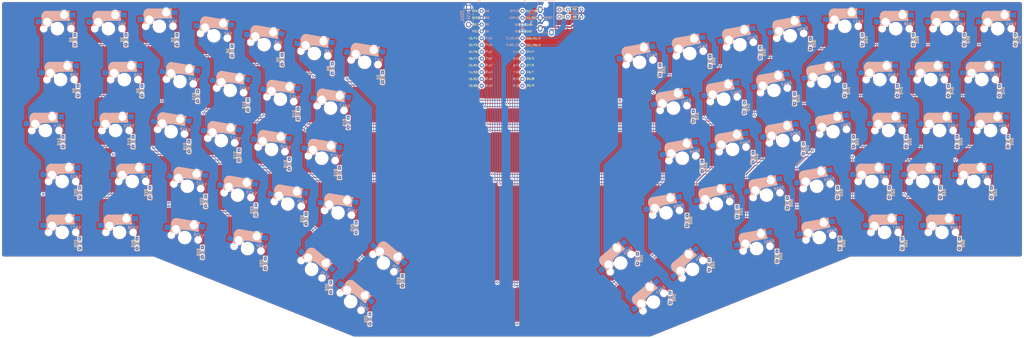
<source format=kicad_pcb>
(kicad_pcb (version 20171130) (host pcbnew "(5.1.5-0-10_14)")
  (layers (0 F.Cu signal) (31 B.Cu signal) (34 B.Paste user) (35 F.Paste user) (36 B.SilkS user) (37 F.SilkS user) (38 B.Mask user) (39 F.Mask user) (44 Edge.Cuts user))
  (net 0 "")
  (net 1 "Net-(D1-Pad2)")
  (net 2 row0)
  (net 3 "Net-(D2-Pad2)")
  (net 4 "Net-(D3-Pad2)")
  (net 5 "Net-(D4-Pad2)")
  (net 6 "Net-(D5-Pad2)")
  (net 7 "Net-(D6-Pad2)")
  (net 8 "Net-(D7-Pad2)")
  (net 9 "Net-(D8-Pad2)")
  (net 10 row1)
  (net 11 "Net-(D9-Pad2)")
  (net 12 "Net-(D10-Pad2)")
  (net 13 "Net-(D11-Pad2)")
  (net 14 "Net-(D12-Pad2)")
  (net 15 "Net-(D13-Pad2)")
  (net 16 "Net-(D14-Pad2)")
  (net 17 row2)
  (net 18 "Net-(D15-Pad2)")
  (net 19 "Net-(D16-Pad2)")
  (net 20 "Net-(D17-Pad2)")
  (net 21 "Net-(D18-Pad2)")
  (net 22 "Net-(D19-Pad2)")
  (net 23 "Net-(D20-Pad2)")
  (net 24 row3)
  (net 25 "Net-(D21-Pad2)")
  (net 26 "Net-(D22-Pad2)")
  (net 27 "Net-(D23-Pad2)")
  (net 28 "Net-(D24-Pad2)")
  (net 29 "Net-(D25-Pad2)")
  (net 30 "Net-(D26-Pad2)")
  (net 31 "Net-(D27-Pad2)")
  (net 32 row4)
  (net 33 "Net-(D28-Pad2)")
  (net 34 "Net-(D29-Pad2)")
  (net 35 "Net-(D30-Pad2)")
  (net 36 "Net-(D31-Pad2)")
  (net 37 "Net-(D32-Pad2)")
  (net 38 "Net-(D33-Pad1)")
  (net 39 "Net-(D34-Pad1)")
  (net 40 "Net-(D35-Pad1)")
  (net 41 "Net-(D36-Pad1)")
  (net 42 "Net-(D37-Pad1)")
  (net 43 "Net-(D38-Pad1)")
  (net 44 "Net-(D39-Pad1)")
  (net 45 "Net-(D40-Pad1)")
  (net 46 "Net-(D41-Pad1)")
  (net 47 "Net-(D42-Pad1)")
  (net 48 "Net-(D43-Pad1)")
  (net 49 "Net-(D44-Pad1)")
  (net 50 "Net-(D45-Pad1)")
  (net 51 "Net-(D46-Pad1)")
  (net 52 "Net-(D47-Pad1)")
  (net 53 "Net-(D48-Pad1)")
  (net 54 "Net-(D49-Pad1)")
  (net 55 "Net-(D50-Pad1)")
  (net 56 "Net-(D51-Pad1)")
  (net 57 "Net-(D52-Pad1)")
  (net 58 "Net-(D53-Pad1)")
  (net 59 "Net-(D54-Pad1)")
  (net 60 "Net-(D55-Pad1)")
  (net 61 "Net-(D56-Pad1)")
  (net 62 "Net-(D57-Pad1)")
  (net 63 "Net-(D58-Pad1)")
  (net 64 "Net-(D59-Pad1)")
  (net 65 "Net-(D60-Pad1)")
  (net 66 "Net-(D61-Pad1)")
  (net 67 "Net-(D62-Pad1)")
  (net 68 "Net-(D63-Pad1)")
  (net 69 "Net-(D64-Pad1)")
  (net 70 "Net-(D65-Pad1)")
  (net 71 "Net-(D66-Pad1)")
  (net 72 "Net-(D67-Pad1)")
  (net 73 "Net-(D68-Pad1)")
  (net 74 "Net-(J1-PadA)")
  (net 75 GND)
  (net 76 "Net-(J1-PadB)")
  (net 77 data)
  (net 78 reset)
  (net 79 col1)
  (net 80 col2)
  (net 81 col3)
  (net 82 col4)
  (net 83 col5)
  (net 84 col6)
  (net 85 col7)
  (net 86 col0)
  (net 87 VCC)
  (net 88 SDA)
  (net 89 SCL)
  (module angelina_integerated:1pin_conn (layer F.Cu) (at 229.790432 77.688216 90)
    (fp_text reference P1 (at 0 1.651 90) (layer F.SilkS) (effects (font (size 0.8128 0.8128))))
    (fp_text value i2c-pin-A hide)
    (fp_text user %R (at 0 1.651 90) (layer B.SilkS) (effects (font (size 0.8128 0.8128)) (justify mirror)))
    (pad 1 thru_hole circle (at 0 0 90) (size 1.397 1.397) (drill 0.8128) (layers *.Cu *.Mask) (net 74 "Net-(J1-PadA)"))
  )
  (module angelina_integerated:ResetSW (layer F.Cu) (at 195.857648 77.39056 90)
    (fp_text reference RSW1 (at 0 -2.5 90) (layer B.SilkS) (effects (justify mirror)))
    (fp_text value RESET hide)
    (fp_text user RESET (at 0 0 90) (layer B.SilkS) (effects (justify mirror)))
    (pad 1 thru_hole circle (at -3.25 0 90) (size 2 2) (drill 1.3) (layers *.Cu *.Mask) (net 78 reset))
    (pad 2 thru_hole circle (at 3.25 0 90) (size 2 2) (drill 1.3) (layers *.Cu *.Mask) (net 75 GND))
  )
  (module angelina_integerated:MJ-4PP-9_1side (layer F.Cu) (at 224.73028 71.735096)
    (fp_text reference J1 hide)
    (fp_text value MJ-4PP-9 hide)
    (fp_text user TRRS (at 0.75 6.45 180) (layer B.SilkS) (effects (justify mirror)))
    (pad A thru_hole oval (at 2.1 11.8 180) (size 1.7 2.5) (drill oval 1 1.5) (layers *.Cu *.Mask) (net 74 "Net-(J1-PadA)") (clearance 0.15))
    (pad D thru_hole oval (at -2.1 10.3 180) (size 1.7 2.5) (drill oval 1 1.5) (layers *.Cu *.Mask) (net 87 VCC) (clearance 0.15))
    (pad C thru_hole oval (at -2.1 6.3 180) (size 1.7 2.5) (drill oval 1 1.5) (layers *.Cu *.Mask) (net 75 GND))
    (pad B thru_hole oval (at -2.1 3.3 180) (size 1.7 2.5) (drill oval 1 1.5) (layers *.Cu *.Mask) (net 76 "Net-(J1-PadB)"))
    (pad "" np_thru_hole circle (at 0 8.5 180) (size 1.2 1.2) (drill 1.2) (layers *.Cu *.Mask))
    (pad "" np_thru_hole circle (at 0 1.5 180) (size 1.2 1.2) (drill 1.2) (layers *.Cu *.Mask))
  )
  (module angelina_integerated:pcb_outline (layer F.Cu) (at 208.3592 148.828)
    (fp_text reference REF** hide)
    (fp_text value pcb_outline hide)
    (fp_line (start 55.367107 48.9845) (end 55.424107 48.9716) (layer Edge.Cuts) (width 0.001))
    (fp_line (start 194.358607 18.6589) (end 194.396607 18.6147) (layer Edge.Cuts) (width 0.001))
    (fp_line (start 194.317607 18.7013) (end 194.358607 18.6589) (layer Edge.Cuts) (width 0.001))
    (fp_line (start 194.275607 -76.7845) (end 194.231607 -76.8227) (layer Edge.Cuts) (width 0.001))
    (fp_line (start 194.317607 -76.7442) (end 194.275607 -76.7845) (layer Edge.Cuts) (width 0.001))
    (fp_line (start 194.358607 -76.7019) (end 194.317607 -76.7442) (layer Edge.Cuts) (width 0.001))
    (fp_line (start 194.396607 -76.6577) (end 194.358607 -76.7019) (layer Edge.Cuts) (width 0.001))
    (fp_line (start 194.432607 -76.6116) (end 194.396607 -76.6577) (layer Edge.Cuts) (width 0.001))
    (fp_line (start 194.466607 -76.5638) (end 194.432607 -76.6116) (layer Edge.Cuts) (width 0.001))
    (fp_line (start 194.497607 -76.5144) (end 194.466607 -76.5638) (layer Edge.Cuts) (width 0.001))
    (fp_line (start 194.526607 -76.4636) (end 194.497607 -76.5144) (layer Edge.Cuts) (width 0.001))
    (fp_line (start 194.552607 -76.4114) (end 194.526607 -76.4636) (layer Edge.Cuts) (width 0.001))
    (fp_line (start -186.324393 19.0143) (end -186.267393 19.0271) (layer Edge.Cuts) (width 0.001))
    (fp_line (start -186.381393 18.9987) (end -186.324393 19.0143) (layer Edge.Cuts) (width 0.001))
    (fp_line (start -186.436393 18.9804) (end -186.381393 18.9987) (layer Edge.Cuts) (width 0.001))
    (fp_line (start -186.491393 18.9594) (end -186.436393 18.9804) (layer Edge.Cuts) (width 0.001))
    (fp_line (start -186.544393 18.9357) (end -186.491393 18.9594) (layer Edge.Cuts) (width 0.001))
    (fp_line (start -186.596393 18.9094) (end -186.544393 18.9357) (layer Edge.Cuts) (width 0.001))
    (fp_line (start -186.647393 18.8806) (end -186.596393 18.9094) (layer Edge.Cuts) (width 0.001))
    (fp_line (start -55.577893 48.9222) (end -55.523093 48.9425) (layer Edge.Cuts) (width 0.001))
    (fp_line (start -130.036393 19.1372) (end -55.577893 48.9222) (layer Edge.Cuts) (width 0.001))
    (fp_line (start -130.046392 19.1334) (end -130.036393 19.1372) (layer Edge.Cuts) (width 0.001))
    (fp_line (start -130.070393 19.1242) (end -130.046392 19.1334) (layer Edge.Cuts) (width 0.001))
    (fp_line (start -130.095393 19.1155) (end -130.070393 19.1242) (layer Edge.Cuts) (width 0.001))
    (fp_line (start -130.124393 19.1057) (end -130.095393 19.1155) (layer Edge.Cuts) (width 0.001))
    (fp_line (start -130.381393 19.0547) (end -130.353393 19.0575) (layer Edge.Cuts) (width 0.001))
    (fp_line (start -130.410393 19.0525) (end -130.381393 19.0547) (layer Edge.Cuts) (width 0.001))
    (fp_line (start -130.440393 19.0511) (end -130.410393 19.0525) (layer Edge.Cuts) (width 0.001))
    (fp_line (start -130.475393 19.0502) (end -130.440393 19.0511) (layer Edge.Cuts) (width 0.001))
    (fp_line (start 193.708607 -77.0701) (end 193.650607 -77.0801) (layer Edge.Cuts) (width 0.001))
    (fp_line (start 193.765607 -77.0573) (end 193.708607 -77.0701) (layer Edge.Cuts) (width 0.001))
    (fp_line (start 193.821607 -77.0417) (end 193.765607 -77.0573) (layer Edge.Cuts) (width 0.001))
    (fp_line (start 193.877607 -77.0234) (end 193.821607 -77.0417) (layer Edge.Cuts) (width 0.001))
    (fp_line (start 193.931607 -77.0023) (end 193.877607 -77.0234) (layer Edge.Cuts) (width 0.001))
    (fp_line (start 193.985607 -76.9786) (end 193.931607 -77.0023) (layer Edge.Cuts) (width 0.001))
    (fp_line (start 194.037607 -76.9524) (end 193.985607 -76.9786) (layer Edge.Cuts) (width 0.001))
    (fp_line (start 194.088607 -76.9236) (end 194.037607 -76.9524) (layer Edge.Cuts) (width 0.001))
    (fp_line (start 194.137607 -76.8923) (end 194.088607 -76.9236) (layer Edge.Cuts) (width 0.001))
    (fp_line (start 194.185607 -76.8586) (end 194.137607 -76.8923) (layer Edge.Cuts) (width 0.001))
    (fp_line (start 194.231607 -76.8227) (end 194.185607 -76.8586) (layer Edge.Cuts) (width 0.001))
    (fp_line (start 194.576607 -76.358) (end 194.552607 -76.4114) (layer Edge.Cuts) (width 0.001))
    (fp_line (start 194.597607 -76.3034) (end 194.576607 -76.358) (layer Edge.Cuts) (width 0.001))
    (fp_line (start 194.615607 -76.248) (end 194.597607 -76.3034) (layer Edge.Cuts) (width 0.001))
    (fp_line (start 194.630607 -76.1916) (end 194.615607 -76.248) (layer Edge.Cuts) (width 0.001))
    (fp_line (start 194.643607 -76.1346) (end 194.630607 -76.1916) (layer Edge.Cuts) (width 0.001))
    (fp_line (start 194.653607 -76.077) (end 194.643607 -76.1346) (layer Edge.Cuts) (width 0.001))
    (fp_line (start 194.660607 -76.019) (end 194.653607 -76.077) (layer Edge.Cuts) (width 0.001))
    (fp_line (start 194.665607 -75.9608) (end 194.660607 -76.019) (layer Edge.Cuts) (width 0.001))
    (fp_line (start 194.666607 -75.9023) (end 194.665607 -75.9608) (layer Edge.Cuts) (width 0.001))
    (fp_line (start 194.666607 17.8594) (end 194.666607 -75.9023) (layer Edge.Cuts) (width 0.001))
    (fp_line (start 194.665607 17.9178) (end 194.666607 17.8594) (layer Edge.Cuts) (width 0.001))
    (fp_line (start 194.660607 17.9761) (end 194.665607 17.9178) (layer Edge.Cuts) (width 0.001))
    (fp_line (start 194.653607 18.0341) (end 194.660607 17.9761) (layer Edge.Cuts) (width 0.001))
    (fp_line (start 194.643607 18.0916) (end 194.653607 18.0341) (layer Edge.Cuts) (width 0.001))
    (fp_line (start 194.630607 18.1487) (end 194.643607 18.0916) (layer Edge.Cuts) (width 0.001))
    (fp_line (start 194.615607 18.205) (end 194.630607 18.1487) (layer Edge.Cuts) (width 0.001))
    (fp_line (start 194.597607 18.2605) (end 194.615607 18.205) (layer Edge.Cuts) (width 0.001))
    (fp_line (start 194.576607 18.315) (end 194.597607 18.2605) (layer Edge.Cuts) (width 0.001))
    (fp_line (start 194.552607 18.3684) (end 194.576607 18.315) (layer Edge.Cuts) (width 0.001))
    (fp_line (start -130.152392 19.0974) (end -130.124393 19.1057) (layer Edge.Cuts) (width 0.001))
    (fp_line (start -130.180393 19.0896) (end -130.152392 19.0974) (layer Edge.Cuts) (width 0.001))
    (fp_line (start -130.208393 19.0825) (end -130.180393 19.0896) (layer Edge.Cuts) (width 0.001))
    (fp_line (start -130.237393 19.076) (end -130.208393 19.0825) (layer Edge.Cuts) (width 0.001))
    (fp_line (start -130.265392 19.0705) (end -130.237393 19.076) (layer Edge.Cuts) (width 0.001))
    (fp_line (start -130.295392 19.0653) (end -130.265392 19.0705) (layer Edge.Cuts) (width 0.001))
    (fp_line (start -130.323393 19.0611) (end -130.295392 19.0653) (layer Edge.Cuts) (width 0.001))
    (fp_line (start -130.353393 19.0575) (end -130.323393 19.0611) (layer Edge.Cuts) (width 0.001))
    (fp_line (start -186.647393 -76.9236) (end -186.697393 -76.8923) (layer Edge.Cuts) (width 0.001))
    (fp_line (start -186.596393 -76.9524) (end -186.647393 -76.9236) (layer Edge.Cuts) (width 0.001))
    (fp_line (start -186.544393 -76.9786) (end -186.596393 -76.9524) (layer Edge.Cuts) (width 0.001))
    (fp_line (start -186.491393 -77.0023) (end -186.544393 -76.9786) (layer Edge.Cuts) (width 0.001))
    (fp_line (start -186.436393 -77.0234) (end -186.491393 -77.0023) (layer Edge.Cuts) (width 0.001))
    (fp_line (start -186.381393 -77.0417) (end -186.436393 -77.0234) (layer Edge.Cuts) (width 0.001))
    (fp_line (start -187.056393 -76.5144) (end -187.085393 -76.4636) (layer Edge.Cuts) (width 0.001))
    (fp_line (start -187.025393 -76.5638) (end -187.056393 -76.5144) (layer Edge.Cuts) (width 0.001))
    (fp_line (start -186.991393 -76.6116) (end -187.025393 -76.5638) (layer Edge.Cuts) (width 0.001))
    (fp_line (start -186.956393 -76.6577) (end -186.991393 -76.6116) (layer Edge.Cuts) (width 0.001))
    (fp_line (start -186.917393 -76.7019) (end -186.956393 -76.6577) (layer Edge.Cuts) (width 0.001))
    (fp_line (start 193.534607 19.0486) (end 193.592607 19.0443) (layer Edge.Cuts) (width 0.001))
    (fp_line (start 193.476607 19.05) (end 193.534607 19.0486) (layer Edge.Cuts) (width 0.001))
    (fp_line (start -186.152393 19.0443) (end -186.094393 19.0486) (layer Edge.Cuts) (width 0.001))
    (fp_line (start -186.210393 19.0371) (end -186.152393 19.0443) (layer Edge.Cuts) (width 0.001))
    (fp_line (start -186.267393 19.0271) (end -186.210393 19.0371) (layer Edge.Cuts) (width 0.001))
    (fp_line (start 130.109607 19.1104) (end 130.137607 19.1015) (layer Edge.Cuts) (width 0.001))
    (fp_line (start 55.134907 49.0073) (end 55.193307 49.0059) (layer Edge.Cuts) (width 0.001))
    (fp_line (start -55.135693 49.0073) (end 55.134907 49.0073) (layer Edge.Cuts) (width 0.001))
    (fp_line (start -55.179593 49.0065) (end -55.135693 49.0073) (layer Edge.Cuts) (width 0.001))
    (fp_line (start -55.237893 49.0029) (end -55.179593 49.0065) (layer Edge.Cuts) (width 0.001))
    (fp_line (start -55.295993 48.9965) (end -55.237893 49.0029) (layer Edge.Cuts) (width 0.001))
    (fp_line (start -55.353693 48.9872) (end -55.295993 48.9965) (layer Edge.Cuts) (width 0.001))
    (fp_line (start -55.410893 48.9751) (end -55.353693 48.9872) (layer Edge.Cuts) (width 0.001))
    (fp_line (start -55.467393 48.9602) (end -55.410893 48.9751) (layer Edge.Cuts) (width 0.001))
    (fp_line (start -55.523093 48.9425) (end -55.467393 48.9602) (layer Edge.Cuts) (width 0.001))
    (fp_line (start 194.185607 18.8157) (end 194.231607 18.7797) (layer Edge.Cuts) (width 0.001))
    (fp_line (start 194.137607 18.8493) (end 194.185607 18.8157) (layer Edge.Cuts) (width 0.001))
    (fp_line (start 130.279607 19.0678) (end 130.308607 19.0632) (layer Edge.Cuts) (width 0.001))
    (fp_line (start 194.088607 18.8806) (end 194.137607 18.8493) (layer Edge.Cuts) (width 0.001))
    (fp_line (start 194.037607 18.9094) (end 194.088607 18.8806) (layer Edge.Cuts) (width 0.001))
    (fp_line (start 55.309607 48.9944) (end 55.367107 48.9845) (layer Edge.Cuts) (width 0.001))
    (fp_line (start -186.877393 -76.7442) (end -186.917393 -76.7019) (layer Edge.Cuts) (width 0.001))
    (fp_line (start -186.835393 -76.7845) (end -186.877393 -76.7442) (layer Edge.Cuts) (width 0.001))
    (fp_line (start -186.790393 -76.8227) (end -186.835393 -76.7845) (layer Edge.Cuts) (width 0.001))
    (fp_line (start -186.744393 -76.8586) (end -186.790393 -76.8227) (layer Edge.Cuts) (width 0.001))
    (fp_line (start -186.697393 -76.8923) (end -186.744393 -76.8586) (layer Edge.Cuts) (width 0.001))
    (fp_line (start 130.488607 19.05) (end 193.476607 19.05) (layer Edge.Cuts) (width 0.001))
    (fp_line (start 130.477607 19.0501) (end 130.488607 19.05) (layer Edge.Cuts) (width 0.001))
    (fp_line (start 130.193606 19.0859) (end 130.221607 19.0793) (layer Edge.Cuts) (width 0.001))
    (fp_line (start 55.424107 48.9716) (end 55.480507 48.9561) (layer Edge.Cuts) (width 0.001))
    (fp_line (start 55.480507 48.9561) (end 55.536007 48.9377) (layer Edge.Cuts) (width 0.001))
    (fp_line (start 194.526607 18.4206) (end 194.552607 18.3684) (layer Edge.Cuts) (width 0.001))
    (fp_line (start 194.497607 18.4715) (end 194.526607 18.4206) (layer Edge.Cuts) (width 0.001))
    (fp_line (start 194.466607 18.5208) (end 194.497607 18.4715) (layer Edge.Cuts) (width 0.001))
    (fp_line (start 55.536007 48.9377) (end 55.577107 48.9222) (layer Edge.Cuts) (width 0.001))
    (fp_line (start -187.203393 -76.1346) (end -187.213393 -76.077) (layer Edge.Cuts) (width 0.001))
    (fp_line (start -187.190393 -76.1916) (end -187.203393 -76.1346) (layer Edge.Cuts) (width 0.001))
    (fp_line (start -187.174393 -76.248) (end -187.190393 -76.1916) (layer Edge.Cuts) (width 0.001))
    (fp_line (start -187.156393 -76.3034) (end -187.174393 -76.248) (layer Edge.Cuts) (width 0.001))
    (fp_line (start 193.985607 18.9357) (end 194.037607 18.9094) (layer Edge.Cuts) (width 0.001))
    (fp_line (start 193.931607 18.9594) (end 193.985607 18.9357) (layer Edge.Cuts) (width 0.001))
    (fp_line (start 130.395606 19.0535) (end 130.426606 19.0516) (layer Edge.Cuts) (width 0.001))
    (fp_line (start 130.366606 19.056) (end 130.395606 19.0535) (layer Edge.Cuts) (width 0.001))
    (fp_line (start -186.324393 -77.0573) (end -186.381393 -77.0417) (layer Edge.Cuts) (width 0.001))
    (fp_line (start -186.267393 -77.0701) (end -186.324393 -77.0573) (layer Edge.Cuts) (width 0.001))
    (fp_line (start -186.210393 -77.0801) (end -186.267393 -77.0701) (layer Edge.Cuts) (width 0.001))
    (fp_line (start -186.152393 -77.0872) (end -186.210393 -77.0801) (layer Edge.Cuts) (width 0.001))
    (fp_line (start -186.094393 -77.0915) (end -186.152393 -77.0872) (layer Edge.Cuts) (width 0.001))
    (fp_line (start -186.035393 -77.093) (end -186.094393 -77.0915) (layer Edge.Cuts) (width 0.001))
    (fp_line (start 193.476607 -77.093) (end -186.035393 -77.093) (layer Edge.Cuts) (width 0.001))
    (fp_line (start 193.534607 -77.0915) (end 193.476607 -77.093) (layer Edge.Cuts) (width 0.001))
    (fp_line (start 193.592607 -77.0872) (end 193.534607 -77.0915) (layer Edge.Cuts) (width 0.001))
    (fp_line (start 193.650607 -77.0801) (end 193.592607 -77.0872) (layer Edge.Cuts) (width 0.001))
    (fp_line (start 130.221607 19.0793) (end 130.250607 19.0732) (layer Edge.Cuts) (width 0.001))
    (fp_line (start -187.135393 -76.358) (end -187.156393 -76.3034) (layer Edge.Cuts) (width 0.001))
    (fp_line (start -187.111393 -76.4114) (end -187.135393 -76.358) (layer Edge.Cuts) (width 0.001))
    (fp_line (start -187.085393 -76.4636) (end -187.111393 -76.4114) (layer Edge.Cuts) (width 0.001))
    (fp_line (start 193.877607 18.9804) (end 193.931607 18.9594) (layer Edge.Cuts) (width 0.001))
    (fp_line (start 193.821607 18.9987) (end 193.877607 18.9804) (layer Edge.Cuts) (width 0.001))
    (fp_line (start -130.491393 19.05) (end -130.475393 19.0502) (layer Edge.Cuts) (width 0.001))
    (fp_line (start -186.035393 19.05) (end -130.491393 19.05) (layer Edge.Cuts) (width 0.001))
    (fp_line (start -186.094393 19.0486) (end -186.035393 19.05) (layer Edge.Cuts) (width 0.001))
    (fp_line (start 130.081607 19.1199) (end 130.109607 19.1104) (layer Edge.Cuts) (width 0.001))
    (fp_line (start 130.451607 19.0506) (end 130.477607 19.0501) (layer Edge.Cuts) (width 0.001))
    (fp_line (start 130.426606 19.0516) (end 130.451607 19.0506) (layer Edge.Cuts) (width 0.001))
    (fp_line (start -186.697393 18.8493) (end -186.647393 18.8806) (layer Edge.Cuts) (width 0.001))
    (fp_line (start -186.744393 18.8157) (end -186.697393 18.8493) (layer Edge.Cuts) (width 0.001))
    (fp_line (start -186.790393 18.7797) (end -186.744393 18.8157) (layer Edge.Cuts) (width 0.001))
    (fp_line (start -186.835393 18.7416) (end -186.790393 18.7797) (layer Edge.Cuts) (width 0.001))
    (fp_line (start -186.877393 18.7013) (end -186.835393 18.7416) (layer Edge.Cuts) (width 0.001))
    (fp_line (start -186.917393 18.6589) (end -186.877393 18.7013) (layer Edge.Cuts) (width 0.001))
    (fp_line (start -186.956393 18.6147) (end -186.917393 18.6589) (layer Edge.Cuts) (width 0.001))
    (fp_line (start -186.991393 18.5686) (end -186.956393 18.6147) (layer Edge.Cuts) (width 0.001))
    (fp_line (start -187.025393 18.5208) (end -186.991393 18.5686) (layer Edge.Cuts) (width 0.001))
    (fp_line (start -187.056393 18.4715) (end -187.025393 18.5208) (layer Edge.Cuts) (width 0.001))
    (fp_line (start -187.085393 18.4206) (end -187.056393 18.4715) (layer Edge.Cuts) (width 0.001))
    (fp_line (start -187.111393 18.3684) (end -187.085393 18.4206) (layer Edge.Cuts) (width 0.001))
    (fp_line (start -187.135393 18.315) (end -187.111393 18.3684) (layer Edge.Cuts) (width 0.001))
    (fp_line (start -187.156393 18.2605) (end -187.135393 18.315) (layer Edge.Cuts) (width 0.001))
    (fp_line (start -187.174393 18.205) (end -187.156393 18.2605) (layer Edge.Cuts) (width 0.001))
    (fp_line (start -187.190393 18.1487) (end -187.174393 18.205) (layer Edge.Cuts) (width 0.001))
    (fp_line (start -187.203393 18.0916) (end -187.190393 18.1487) (layer Edge.Cuts) (width 0.001))
    (fp_line (start -187.224393 17.9178) (end -187.220393 17.9761) (layer Edge.Cuts) (width 0.001))
    (fp_line (start -187.226393 17.8594) (end -187.224393 17.9178) (layer Edge.Cuts) (width 0.001))
    (fp_line (start -187.226393 -75.9023) (end -187.226393 17.8594) (layer Edge.Cuts) (width 0.001))
    (fp_line (start -187.224393 -75.9608) (end -187.226393 -75.9023) (layer Edge.Cuts) (width 0.001))
    (fp_line (start -187.220393 -76.019) (end -187.224393 -75.9608) (layer Edge.Cuts) (width 0.001))
    (fp_line (start -187.213393 -76.077) (end -187.220393 -76.019) (layer Edge.Cuts) (width 0.001))
    (fp_line (start 130.137607 19.1015) (end 130.165607 19.0935) (layer Edge.Cuts) (width 0.001))
    (fp_line (start -187.213393 18.0341) (end -187.203393 18.0916) (layer Edge.Cuts) (width 0.001))
    (fp_line (start -187.220393 17.9761) (end -187.213393 18.0341) (layer Edge.Cuts) (width 0.001))
    (fp_line (start 130.165607 19.0935) (end 130.193606 19.0859) (layer Edge.Cuts) (width 0.001))
    (fp_line (start 130.033606 19.1381) (end 130.047607 19.1325) (layer Edge.Cuts) (width 0.001))
    (fp_line (start 130.047607 19.1325) (end 130.081607 19.1199) (layer Edge.Cuts) (width 0.001))
    (fp_line (start 55.193307 49.0059) (end 55.251607 49.0016) (layer Edge.Cuts) (width 0.001))
    (fp_line (start 55.577107 48.9222) (end 130.033606 19.1381) (layer Edge.Cuts) (width 0.001))
    (fp_line (start 194.275607 18.7416) (end 194.317607 18.7013) (layer Edge.Cuts) (width 0.001))
    (fp_line (start 194.231607 18.7797) (end 194.275607 18.7416) (layer Edge.Cuts) (width 0.001))
    (fp_line (start 130.250607 19.0732) (end 130.279607 19.0678) (layer Edge.Cuts) (width 0.001))
    (fp_line (start 193.765607 19.0143) (end 193.821607 18.9987) (layer Edge.Cuts) (width 0.001))
    (fp_line (start 193.708607 19.0271) (end 193.765607 19.0143) (layer Edge.Cuts) (width 0.001))
    (fp_line (start 193.650607 19.0371) (end 193.708607 19.0271) (layer Edge.Cuts) (width 0.001))
    (fp_line (start 193.592607 19.0443) (end 193.650607 19.0371) (layer Edge.Cuts) (width 0.001))
    (fp_line (start 55.251607 49.0016) (end 55.309607 48.9944) (layer Edge.Cuts) (width 0.001))
    (fp_line (start 194.432607 18.5686) (end 194.466607 18.5208) (layer Edge.Cuts) (width 0.001))
    (fp_line (start 194.396607 18.6147) (end 194.432607 18.5686) (layer Edge.Cuts) (width 0.001))
    (fp_line (start 130.337607 19.0592) (end 130.366606 19.056) (layer Edge.Cuts) (width 0.001))
    (fp_line (start 130.308607 19.0632) (end 130.337607 19.0592) (layer Edge.Cuts) (width 0.001))
  )
  (module angelina_integerated:CherryMX_Hotswap_1u (layer F.Cu) (at 346.470959 139.303022)
    (fp_text reference SW60)
    (fp_text value SW_PUSH hide)
    (fp_text user %R (at 5.060152 -1.785936) (layer B.SilkS) (effects (justify mirror)))
    (pad 2 smd rect (at 5.7 -5.12 180) (size 2.3 2) (layers B.Cu B.Paste B.Mask) (net 65 "Net-(D60-Pad1)"))
    (pad "" np_thru_hole circle (at -5.08 0) (size 1.9 1.9) (drill 1.9) (layers *.Cu *.Mask))
    (pad "" np_thru_hole circle (at 5.08 0) (size 1.9 1.9) (drill 1.9) (layers *.Cu *.Mask))
    (pad "" np_thru_hole circle (at 0 0 90) (size 4.1 4.1) (drill 4.1) (layers *.Cu *.Mask))
    (pad "" np_thru_hole circle (at 2.54 -5.08 180) (size 3 3) (drill 3) (layers *.Cu *.Mask))
    (pad "" np_thru_hole circle (at -3.81 -2.54 180) (size 3 3) (drill 3) (layers *.Cu *.Mask))
    (pad 1 smd rect (at -7 -2.58 180) (size 2.3 2) (layers B.Cu B.Paste B.Mask) (net 80 col2))
  )
  (module angelina_integerated:CherryMX_Hotswap_1u (layer F.Cu) (at 365.520943 139.303022)
    (fp_text reference SW61)
    (fp_text value SW_PUSH hide)
    (fp_text user %R (at 5.060152 -1.785936) (layer B.SilkS) (effects (justify mirror)))
    (pad 2 smd rect (at 5.7 -5.12 180) (size 2.3 2) (layers B.Cu B.Paste B.Mask) (net 66 "Net-(D61-Pad1)"))
    (pad "" np_thru_hole circle (at -5.08 0) (size 1.9 1.9) (drill 1.9) (layers *.Cu *.Mask))
    (pad "" np_thru_hole circle (at 5.08 0) (size 1.9 1.9) (drill 1.9) (layers *.Cu *.Mask))
    (pad "" np_thru_hole circle (at 0 0 90) (size 4.1 4.1) (drill 4.1) (layers *.Cu *.Mask))
    (pad "" np_thru_hole circle (at 2.54 -5.08 180) (size 3 3) (drill 3) (layers *.Cu *.Mask))
    (pad "" np_thru_hole circle (at -3.81 -2.54 180) (size 3 3) (drill 3) (layers *.Cu *.Mask))
    (pad 1 smd rect (at -7 -2.58 180) (size 2.3 2) (layers B.Cu B.Paste B.Mask) (net 79 col1))
  )
  (module angelina_integerated:CherryMX_Hotswap_1u (layer F.Cu) (at 128.327234 147.717703 350)
    (fp_text reference SW24)
    (fp_text value SW_PUSH hide)
    (fp_text user %R (at 5.060152 -1.785936 170) (layer B.SilkS) (effects (justify mirror)))
    (pad 2 smd rect (at 5.7 -5.12 170) (size 2.3 2) (layers B.Cu B.Paste B.Mask) (net 28 "Net-(D24-Pad2)"))
    (pad "" np_thru_hole circle (at -5.08 0 350) (size 1.9 1.9) (drill 1.9) (layers *.Cu *.Mask))
    (pad "" np_thru_hole circle (at 5.08 0 350) (size 1.9 1.9) (drill 1.9) (layers *.Cu *.Mask))
    (pad "" np_thru_hole circle (at 0 0 80) (size 4.1 4.1) (drill 4.1) (layers *.Cu *.Mask))
    (pad "" np_thru_hole circle (at 2.54 -5.08 170) (size 3 3) (drill 3) (layers *.Cu *.Mask))
    (pad "" np_thru_hole circle (at -3.81 -2.54 170) (size 3 3) (drill 3) (layers *.Cu *.Mask))
    (pad 1 smd rect (at -7 -2.58 170) (size 2.3 2) (layers B.Cu B.Paste B.Mask) (net 83 col5))
  )
  (module angelina_integerated:CherryMX_Hotswap_1u (layer F.Cu) (at 109.566662 144.409708 350)
    (fp_text reference SW23)
    (fp_text value SW_PUSH hide)
    (fp_text user %R (at 5.060152 -1.785936 170) (layer B.SilkS) (effects (justify mirror)))
    (pad 2 smd rect (at 5.7 -5.12 170) (size 2.3 2) (layers B.Cu B.Paste B.Mask) (net 27 "Net-(D23-Pad2)"))
    (pad "" np_thru_hole circle (at -5.08 0 350) (size 1.9 1.9) (drill 1.9) (layers *.Cu *.Mask))
    (pad "" np_thru_hole circle (at 5.08 0 350) (size 1.9 1.9) (drill 1.9) (layers *.Cu *.Mask))
    (pad "" np_thru_hole circle (at 0 0 80) (size 4.1 4.1) (drill 4.1) (layers *.Cu *.Mask))
    (pad "" np_thru_hole circle (at 2.54 -5.08 170) (size 3 3) (drill 3) (layers *.Cu *.Mask))
    (pad "" np_thru_hole circle (at -3.81 -2.54 170) (size 3 3) (drill 3) (layers *.Cu *.Mask))
    (pad 1 smd rect (at -7 -2.58 170) (size 2.3 2) (layers B.Cu B.Paste B.Mask) (net 82 col4))
  )
  (module angelina_integerated:CherryMX_Hotswap_1.75u (layer F.Cu) (at 44.053088 139.303008)
    (fp_text reference SW20 hide)
    (fp_text value SW_PUSH hide)
    (fp_text user %R (at 5.060152 -1.785936) (layer B.SilkS) (effects (justify mirror)))
    (pad 2 smd rect (at 5.7 -5.12 180) (size 2.3 2) (layers B.Cu B.Paste B.Mask) (net 23 "Net-(D20-Pad2)"))
    (pad "" np_thru_hole circle (at -5.08 0) (size 1.9 1.9) (drill 1.9) (layers *.Cu *.Mask))
    (pad "" np_thru_hole circle (at 5.08 0) (size 1.9 1.9) (drill 1.9) (layers *.Cu *.Mask))
    (pad "" np_thru_hole circle (at 0 0 90) (size 4.1 4.1) (drill 4.1) (layers *.Cu *.Mask))
    (pad "" np_thru_hole circle (at 2.54 -5.08 180) (size 3 3) (drill 3) (layers *.Cu *.Mask))
    (pad "" np_thru_hole circle (at -3.81 -2.54 180) (size 3 3) (drill 3) (layers *.Cu *.Mask))
    (pad 1 smd rect (at -7 -2.58 180) (size 2.3 2) (layers B.Cu B.Paste B.Mask) (net 79 col1))
  )
  (module angelina_integerated:CherryMX_Hotswap_1u (layer F.Cu) (at 122.254943 127.303134 350)
    (fp_text reference SW18)
    (fp_text value SW_PUSH hide)
    (fp_text user %R (at 5.060152 -1.785936 170) (layer B.SilkS) (effects (justify mirror)))
    (pad 2 smd rect (at 5.7 -5.12 170) (size 2.3 2) (layers B.Cu B.Paste B.Mask) (net 21 "Net-(D18-Pad2)"))
    (pad "" np_thru_hole circle (at -5.08 0 350) (size 1.9 1.9) (drill 1.9) (layers *.Cu *.Mask))
    (pad "" np_thru_hole circle (at 5.08 0 350) (size 1.9 1.9) (drill 1.9) (layers *.Cu *.Mask))
    (pad "" np_thru_hole circle (at 0 0 80) (size 4.1 4.1) (drill 4.1) (layers *.Cu *.Mask))
    (pad "" np_thru_hole circle (at 2.54 -5.08 170) (size 3 3) (drill 3) (layers *.Cu *.Mask))
    (pad "" np_thru_hole circle (at -3.81 -2.54 170) (size 3 3) (drill 3) (layers *.Cu *.Mask))
    (pad 1 smd rect (at -7 -2.58 170) (size 2.3 2) (layers B.Cu B.Paste B.Mask) (net 83 col5))
  )
  (module angelina_integerated:CherryMX_Hotswap_1u (layer F.Cu) (at 144.32351 111.850557 350)
    (fp_text reference SW13)
    (fp_text value SW_PUSH hide)
    (fp_text user %R (at 5.060152 -1.785936 170) (layer B.SilkS) (effects (justify mirror)))
    (pad 2 smd rect (at 5.7 -5.12 170) (size 2.3 2) (layers B.Cu B.Paste B.Mask) (net 15 "Net-(D13-Pad2)"))
    (pad "" np_thru_hole circle (at -5.08 0 350) (size 1.9 1.9) (drill 1.9) (layers *.Cu *.Mask))
    (pad "" np_thru_hole circle (at 5.08 0 350) (size 1.9 1.9) (drill 1.9) (layers *.Cu *.Mask))
    (pad "" np_thru_hole circle (at 0 0 80) (size 4.1 4.1) (drill 4.1) (layers *.Cu *.Mask))
    (pad "" np_thru_hole circle (at 2.54 -5.08 170) (size 3 3) (drill 3) (layers *.Cu *.Mask))
    (pad "" np_thru_hole circle (at -3.81 -2.54 170) (size 3 3) (drill 3) (layers *.Cu *.Mask))
    (pad 1 smd rect (at -7 -2.58 170) (size 2.3 2) (layers B.Cu B.Paste B.Mask) (net 84 col6))
  )
  (module angelina_integerated:CherryMX_Hotswap_1u (layer F.Cu) (at 157.011791 94.743982 350)
    (fp_text reference SW7)
    (fp_text value SW_PUSH hide)
    (fp_text user %R (at 5.060152 -1.785936 170) (layer B.SilkS) (effects (justify mirror)))
    (pad 2 smd rect (at 5.7 -5.12 170) (size 2.3 2) (layers B.Cu B.Paste B.Mask) (net 8 "Net-(D7-Pad2)"))
    (pad "" np_thru_hole circle (at -5.08 0 350) (size 1.9 1.9) (drill 1.9) (layers *.Cu *.Mask))
    (pad "" np_thru_hole circle (at 5.08 0 350) (size 1.9 1.9) (drill 1.9) (layers *.Cu *.Mask))
    (pad "" np_thru_hole circle (at 0 0 80) (size 4.1 4.1) (drill 4.1) (layers *.Cu *.Mask))
    (pad "" np_thru_hole circle (at 2.54 -5.08 170) (size 3 3) (drill 3) (layers *.Cu *.Mask))
    (pad "" np_thru_hole circle (at -3.81 -2.54 170) (size 3 3) (drill 3) (layers *.Cu *.Mask))
    (pad 1 smd rect (at -7 -2.58 170) (size 2.3 2) (layers B.Cu B.Paste B.Mask) (net 85 col7))
  )
  (module angelina_integerated:CherryMX_Hotswap_1u (layer F.Cu) (at 67.270256 101.20304)
    (fp_text reference SW9)
    (fp_text value SW_PUSH hide)
    (fp_text user %R (at 5.060152 -1.785936) (layer B.SilkS) (effects (justify mirror)))
    (pad 2 smd rect (at 5.7 -5.12 180) (size 2.3 2) (layers B.Cu B.Paste B.Mask) (net 11 "Net-(D9-Pad2)"))
    (pad "" np_thru_hole circle (at -5.08 0) (size 1.9 1.9) (drill 1.9) (layers *.Cu *.Mask))
    (pad "" np_thru_hole circle (at 5.08 0) (size 1.9 1.9) (drill 1.9) (layers *.Cu *.Mask))
    (pad "" np_thru_hole circle (at 0 0 90) (size 4.1 4.1) (drill 4.1) (layers *.Cu *.Mask))
    (pad "" np_thru_hole circle (at 2.54 -5.08 180) (size 3 3) (drill 3) (layers *.Cu *.Mask))
    (pad "" np_thru_hole circle (at -3.81 -2.54 180) (size 3 3) (drill 3) (layers *.Cu *.Mask))
    (pad 1 smd rect (at -7 -2.58 180) (size 2.3 2) (layers B.Cu B.Paste B.Mask) (net 80 col2))
  )
  (module angelina_integerated:CherryMX_Hotswap_1u (layer F.Cu) (at 88.041794 101.926572 350)
    (fp_text reference SW10)
    (fp_text value SW_PUSH hide)
    (fp_text user %R (at 5.060152 -1.785936 170) (layer B.SilkS) (effects (justify mirror)))
    (pad 2 smd rect (at 5.7 -5.12 170) (size 2.3 2) (layers B.Cu B.Paste B.Mask) (net 12 "Net-(D10-Pad2)"))
    (pad "" np_thru_hole circle (at -5.08 0 350) (size 1.9 1.9) (drill 1.9) (layers *.Cu *.Mask))
    (pad "" np_thru_hole circle (at 5.08 0 350) (size 1.9 1.9) (drill 1.9) (layers *.Cu *.Mask))
    (pad "" np_thru_hole circle (at 0 0 80) (size 4.1 4.1) (drill 4.1) (layers *.Cu *.Mask))
    (pad "" np_thru_hole circle (at 2.54 -5.08 170) (size 3 3) (drill 3) (layers *.Cu *.Mask))
    (pad "" np_thru_hole circle (at -3.81 -2.54 170) (size 3 3) (drill 3) (layers *.Cu *.Mask))
    (pad 1 smd rect (at -7 -2.58 170) (size 2.3 2) (layers B.Cu B.Paste B.Mask) (net 81 col3))
  )
  (module angelina_integerated:CherryMX_Hotswap_1u (layer F.Cu) (at 325.91231 141.101713 10)
    (fp_text reference SW59)
    (fp_text value SW_PUSH hide)
    (fp_text user %R (at 5.060152 -1.785936 10) (layer B.SilkS) (effects (justify mirror)))
    (pad 2 smd rect (at 5.7 -5.12 190) (size 2.3 2) (layers B.Cu B.Paste B.Mask) (net 64 "Net-(D59-Pad1)"))
    (pad "" np_thru_hole circle (at -5.08 0 10) (size 1.9 1.9) (drill 1.9) (layers *.Cu *.Mask))
    (pad "" np_thru_hole circle (at 5.08 0 10) (size 1.9 1.9) (drill 1.9) (layers *.Cu *.Mask))
    (pad "" np_thru_hole circle (at 0 0 100) (size 4.1 4.1) (drill 4.1) (layers *.Cu *.Mask))
    (pad "" np_thru_hole circle (at 2.54 -5.08 190) (size 3 3) (drill 3) (layers *.Cu *.Mask))
    (pad "" np_thru_hole circle (at -3.81 -2.54 190) (size 3 3) (drill 3) (layers *.Cu *.Mask))
    (pad 1 smd rect (at -7 -2.58 190) (size 2.3 2) (layers B.Cu B.Paste B.Mask) (net 81 col3))
  )
  (module angelina_integerated:CherryMX_Hotswap_1u (layer F.Cu) (at 272.39489 111.850557 10)
    (fp_text reference SW41)
    (fp_text value SW_PUSH hide)
    (fp_text user %R (at 5.060152 -1.785936 10) (layer B.SilkS) (effects (justify mirror)))
    (pad 2 smd rect (at 5.7 -5.12 190) (size 2.3 2) (layers B.Cu B.Paste B.Mask) (net 46 "Net-(D41-Pad1)"))
    (pad "" np_thru_hole circle (at -5.08 0 10) (size 1.9 1.9) (drill 1.9) (layers *.Cu *.Mask))
    (pad "" np_thru_hole circle (at 5.08 0 10) (size 1.9 1.9) (drill 1.9) (layers *.Cu *.Mask))
    (pad "" np_thru_hole circle (at 0 0 100) (size 4.1 4.1) (drill 4.1) (layers *.Cu *.Mask))
    (pad "" np_thru_hole circle (at 2.54 -5.08 190) (size 3 3) (drill 3) (layers *.Cu *.Mask))
    (pad "" np_thru_hole circle (at -3.81 -2.54 190) (size 3 3) (drill 3) (layers *.Cu *.Mask))
    (pad 1 smd rect (at -7 -2.58 190) (size 2.3 2) (layers B.Cu B.Paste B.Mask) (net 84 col6))
  )
  (module angelina_integerated:D3_SMD (layer F.Cu) (at 296.16772 150.613936 180)
    (fp_text reference D57 (at -1.524 0 90) (layer B.SilkS) (effects (justify mirror)))
    (fp_text value D hide)
    (fp_text user %R (at -1.524 0 90) (layer F.SilkS))
    (pad 2 thru_hole rect (at 0 -1.775 270) (size 1.3 0.95) (drill 0.4) (layers *.Cu *.Mask) (net 24 row3))
    (pad 1 thru_hole rect (at 0 1.775 270) (size 1.3 0.95) (drill 0.4) (layers *.Cu *.Mask) (net 62 "Net-(D57-Pad1)"))
  )
  (module angelina_integerated:D3_SMD (layer F.Cu) (at 277.415392 153.888152 180)
    (fp_text reference D56 (at -1.524 0 90) (layer B.SilkS) (effects (justify mirror)))
    (fp_text value D hide)
    (fp_text user %R (at -1.524 0 90) (layer F.SilkS))
    (pad 2 thru_hole rect (at 0 -1.775 270) (size 1.3 0.95) (drill 0.4) (layers *.Cu *.Mask) (net 24 row3))
    (pad 1 thru_hole rect (at 0 1.775 270) (size 1.3 0.95) (drill 0.4) (layers *.Cu *.Mask) (net 61 "Net-(D56-Pad1)"))
  )
  (module angelina_integerated:CherryMX_Hotswap_1.75u (layer F.Cu) (at 37.802312 120.253024)
    (fp_text reference SW14 hide)
    (fp_text value SW_PUSH hide)
    (fp_text user %R (at 5.060152 -1.785936) (layer B.SilkS) (effects (justify mirror)))
    (pad 2 smd rect (at 5.7 -5.12 180) (size 2.3 2) (layers B.Cu B.Paste B.Mask) (net 16 "Net-(D14-Pad2)"))
    (pad "" np_thru_hole circle (at -5.08 0) (size 1.9 1.9) (drill 1.9) (layers *.Cu *.Mask))
    (pad "" np_thru_hole circle (at 5.08 0) (size 1.9 1.9) (drill 1.9) (layers *.Cu *.Mask))
    (pad "" np_thru_hole circle (at 0 0 90) (size 4.1 4.1) (drill 4.1) (layers *.Cu *.Mask))
    (pad "" np_thru_hole circle (at 2.54 -5.08 180) (size 3 3) (drill 3) (layers *.Cu *.Mask))
    (pad "" np_thru_hole circle (at -3.81 -2.54 180) (size 3 3) (drill 3) (layers *.Cu *.Mask))
    (pad 1 smd rect (at -7 -2.58 180) (size 2.3 2) (layers B.Cu B.Paste B.Mask) (net 79 col1))
  )
  (module angelina_integerated:D3_SMD (layer F.Cu) (at 144.36316 178.891256)
    (fp_text reference D31 (at -1.524 0 90) (layer B.SilkS) (effects (justify mirror)))
    (fp_text value D hide)
    (fp_text user %R (at -1.524 0 90) (layer F.SilkS))
    (pad 2 thru_hole rect (at 0 -1.775 90) (size 1.3 0.95) (drill 0.4) (layers *.Cu *.Mask) (net 36 "Net-(D31-Pad2)"))
    (pad 1 thru_hole rect (at 0 1.775 90) (size 1.3 0.95) (drill 0.4) (layers *.Cu *.Mask) (net 32 row4))
  )
  (module angelina_integerated:CherryMX_Hotswap_1u (layer F.Cu) (at 164.065832 169.823077 320)
    (fp_text reference SW26)
    (fp_text value SW_PUSH hide)
    (fp_text user %R (at 5.060152 -1.785936 140) (layer B.SilkS) (effects (justify mirror)))
    (pad 2 smd rect (at 5.7 -5.12 140) (size 2.3 2) (layers B.Cu B.Paste B.Mask) (net 30 "Net-(D26-Pad2)"))
    (pad "" np_thru_hole circle (at -5.08 0 320) (size 1.9 1.9) (drill 1.9) (layers *.Cu *.Mask))
    (pad "" np_thru_hole circle (at 5.08 0 320) (size 1.9 1.9) (drill 1.9) (layers *.Cu *.Mask))
    (pad "" np_thru_hole circle (at 0 0 50) (size 4.1 4.1) (drill 4.1) (layers *.Cu *.Mask))
    (pad "" np_thru_hole circle (at 2.54 -5.08 140) (size 3 3) (drill 3) (layers *.Cu *.Mask))
    (pad "" np_thru_hole circle (at -3.81 -2.54 140) (size 3 3) (drill 3) (layers *.Cu *.Mask))
    (pad 1 smd rect (at -7 -2.58 140) (size 2.3 2) (layers B.Cu B.Paste B.Mask) (net 85 col7))
  )
  (module angelina_integerated:D3_SMD (layer F.Cu) (at 116.383496 150.018624)
    (fp_text reference D23 (at -1.524 0 90) (layer B.SilkS) (effects (justify mirror)))
    (fp_text value D hide)
    (fp_text user %R (at -1.524 0 90) (layer F.SilkS))
    (pad 2 thru_hole rect (at 0 -1.775 90) (size 1.3 0.95) (drill 0.4) (layers *.Cu *.Mask) (net 27 "Net-(D23-Pad2)"))
    (pad 1 thru_hole rect (at 0 1.775 90) (size 1.3 0.95) (drill 0.4) (layers *.Cu *.Mask) (net 24 row3))
  )
  (module angelina_integerated:D3_SMD (layer F.Cu) (at 48.815584 86.32024)
    (fp_text reference D1 (at -1.524 0 90) (layer B.SilkS) (effects (justify mirror)))
    (fp_text value D hide)
    (fp_text user %R (at -1.524 0 90) (layer F.SilkS))
    (pad 2 thru_hole rect (at 0 -1.775 90) (size 1.3 0.95) (drill 0.4) (layers *.Cu *.Mask) (net 1 "Net-(D1-Pad2)"))
    (pad 1 thru_hole rect (at 0 1.775 90) (size 1.3 0.95) (drill 0.4) (layers *.Cu *.Mask) (net 2 row0))
  )
  (module angelina_integerated:CherryMX_Hotswap_1u (layer F.Cu) (at 42.267152 82.153056)
    (fp_text reference SW1)
    (fp_text value SW_PUSH hide)
    (fp_text user %R (at 5.060152 -1.785936) (layer B.SilkS) (effects (justify mirror)))
    (pad 2 smd rect (at 5.7 -5.12 180) (size 2.3 2) (layers B.Cu B.Paste B.Mask) (net 1 "Net-(D1-Pad2)"))
    (pad "" np_thru_hole circle (at -5.08 0) (size 1.9 1.9) (drill 1.9) (layers *.Cu *.Mask))
    (pad "" np_thru_hole circle (at 5.08 0) (size 1.9 1.9) (drill 1.9) (layers *.Cu *.Mask))
    (pad "" np_thru_hole circle (at 0 0 90) (size 4.1 4.1) (drill 4.1) (layers *.Cu *.Mask))
    (pad "" np_thru_hole circle (at 2.54 -5.08 180) (size 3 3) (drill 3) (layers *.Cu *.Mask))
    (pad "" np_thru_hole circle (at -3.81 -2.54 180) (size 3 3) (drill 3) (layers *.Cu *.Mask))
    (pad 1 smd rect (at -7 -2.58 180) (size 2.3 2) (layers B.Cu B.Paste B.Mask) (net 79 col1))
  )
  (module angelina_integerated:R (layer F.Cu) (at 235.445896 75.009312)
    (fp_text reference R2 (at 0 -0.08) (layer F.SilkS) (effects (font (size 0.8128 0.8128))))
    (fp_text value R hide)
    (fp_text user %R (at 0 -0.0635) (layer B.SilkS) (effects (font (size 0.8128 0.8128)) (justify mirror)))
    (pad 2 thru_hole circle (at 2.54 0) (size 1.397 1.397) (drill 0.8128) (layers *.Cu *.Mask) (net 87 VCC))
    (pad 1 thru_hole circle (at -2.54 0) (size 1.397 1.397) (drill 0.8128) (layers *.Cu *.Mask) (net 89 SCL))
  )
  (module angelina_integerated:R (layer B.Cu) (at 235.445896 77.688216)
    (fp_text reference R1 (at 0 0.08) (layer B.SilkS) (effects (font (size 0.8128 0.8128)) (justify mirror)))
    (fp_text value R hide)
    (fp_text user %R (at 0 0.0635) (layer F.SilkS) (effects (font (size 0.8128 0.8128))))
    (pad 2 thru_hole circle (at 2.54 0) (size 1.397 1.397) (drill 0.8128) (layers *.Cu *.Mask) (net 87 VCC))
    (pad 1 thru_hole circle (at -2.54 0) (size 1.397 1.397) (drill 0.8128) (layers *.Cu *.Mask) (net 88 SDA))
  )
  (module angelina_integerated:1pin_conn (layer F.Cu) (at 229.790432 75.009312 90)
    (fp_text reference P2 (at 0 1.651 90) (layer F.SilkS) (effects (font (size 0.8128 0.8128))))
    (fp_text value i2c-pin-B hide)
    (fp_text user %R (at 0 1.651 90) (layer B.SilkS) (effects (font (size 0.8128 0.8128)) (justify mirror)))
    (pad 1 thru_hole circle (at 0 0 90) (size 1.397 1.397) (drill 0.8128) (layers *.Cu *.Mask) (net 76 "Net-(J1-PadB)"))
  )
  (module angelina_integerated:D3_SMD (layer F.Cu) (at 91.380392 126.206144)
    (fp_text reference D16 (at -1.524 0 90) (layer B.SilkS) (effects (justify mirror)))
    (fp_text value D hide)
    (fp_text user %R (at -1.524 0 90) (layer F.SilkS))
    (pad 2 thru_hole rect (at 0 -1.775 90) (size 1.3 0.95) (drill 0.4) (layers *.Cu *.Mask) (net 19 "Net-(D16-Pad2)"))
    (pad 1 thru_hole rect (at 0 1.775 90) (size 1.3 0.95) (drill 0.4) (layers *.Cu *.Mask) (net 17 row2))
  )
  (module angelina_integerated:D3_SMD (layer F.Cu) (at 128.885048 132.754576)
    (fp_text reference D18 (at -1.524 0 90) (layer B.SilkS) (effects (justify mirror)))
    (fp_text value D hide)
    (fp_text user %R (at -1.524 0 90) (layer F.SilkS))
    (pad 2 thru_hole rect (at 0 -1.775 90) (size 1.3 0.95) (drill 0.4) (layers *.Cu *.Mask) (net 21 "Net-(D18-Pad2)"))
    (pad 1 thru_hole rect (at 0 1.775 90) (size 1.3 0.95) (drill 0.4) (layers *.Cu *.Mask) (net 17 row2))
  )
  (module angelina_integerated:D3_SMD (layer F.Cu) (at 110.13272 129.48036)
    (fp_text reference D17 (at -1.524 0 90) (layer B.SilkS) (effects (justify mirror)))
    (fp_text value D hide)
    (fp_text user %R (at -1.524 0 90) (layer F.SilkS))
    (pad 2 thru_hole rect (at 0 -1.775 90) (size 1.3 0.95) (drill 0.4) (layers *.Cu *.Mask) (net 20 "Net-(D17-Pad2)"))
    (pad 1 thru_hole rect (at 0 1.775 90) (size 1.3 0.95) (drill 0.4) (layers *.Cu *.Mask) (net 17 row2))
  )
  (module angelina_integerated:D3_SMD (layer F.Cu) (at 70.544472 124.420208)
    (fp_text reference D15 (at -1.524 0 90) (layer B.SilkS) (effects (justify mirror)))
    (fp_text value D hide)
    (fp_text user %R (at -1.524 0 90) (layer F.SilkS))
    (pad 2 thru_hole rect (at 0 -1.775 90) (size 1.3 0.95) (drill 0.4) (layers *.Cu *.Mask) (net 18 "Net-(D15-Pad2)"))
    (pad 1 thru_hole rect (at 0 1.775 90) (size 1.3 0.95) (drill 0.4) (layers *.Cu *.Mask) (net 17 row2))
  )
  (module angelina_integerated:D3_SMD (layer F.Cu) (at 44.350744 124.420208)
    (fp_text reference D14 (at -1.524 0 90) (layer B.SilkS) (effects (justify mirror)))
    (fp_text value D hide)
    (fp_text user %R (at -1.524 0 90) (layer F.SilkS))
    (pad 2 thru_hole rect (at 0 -1.775 90) (size 1.3 0.95) (drill 0.4) (layers *.Cu *.Mask) (net 16 "Net-(D14-Pad2)"))
    (pad 1 thru_hole rect (at 0 1.775 90) (size 1.3 0.95) (drill 0.4) (layers *.Cu *.Mask) (net 17 row2))
  )
  (module angelina_integerated:D3_SMD (layer F.Cu) (at 147.637376 136.028792)
    (fp_text reference D19 (at -1.524 0 90) (layer B.SilkS) (effects (justify mirror)))
    (fp_text value D hide)
    (fp_text user %R (at -1.524 0 90) (layer F.SilkS))
    (pad 2 thru_hole rect (at 0 -1.775 90) (size 1.3 0.95) (drill 0.4) (layers *.Cu *.Mask) (net 22 "Net-(D19-Pad2)"))
    (pad 1 thru_hole rect (at 0 1.775 90) (size 1.3 0.95) (drill 0.4) (layers *.Cu *.Mask) (net 17 row2))
  )
  (module angelina_integerated:D3_SMD (layer F.Cu) (at 107.453816 90.487424)
    (fp_text reference D4 (at -1.524 0 90) (layer B.SilkS) (effects (justify mirror)))
    (fp_text value D hide)
    (fp_text user %R (at -1.524 0 90) (layer F.SilkS))
    (pad 2 thru_hole rect (at 0 -1.775 90) (size 1.3 0.95) (drill 0.4) (layers *.Cu *.Mask) (net 5 "Net-(D4-Pad2)"))
    (pad 1 thru_hole rect (at 0 1.775 90) (size 1.3 0.95) (drill 0.4) (layers *.Cu *.Mask) (net 2 row0))
  )
  (module angelina_integerated:ProMicro (layer F.Cu) (at 208.3592 71.735096)
    (fp_text reference U1 hide)
    (fp_text value ProMicro_r hide)
    (fp_text user RAW (at -10.195 3.8 unlocked) (layer F.SilkS) (effects (font (size 0.75 0.67) (thickness 0.125))))
    (fp_text user GND (at -10.195 6.35 unlocked) (layer F.SilkS) (effects (font (size 0.75 0.67) (thickness 0.125))))
    (fp_text user RST (at -10.195 8.9 unlocked) (layer F.SilkS) (effects (font (size 0.75 0.67) (thickness 0.125))))
    (fp_text user VCC (at -10.195 11.35 unlocked) (layer F.SilkS) (effects (font (size 0.75 0.67) (thickness 0.125))))
    (fp_text user A3/F4 (at -10.845 14.05 unlocked) (layer F.SilkS) (effects (font (size 0.75 0.67) (thickness 0.125))))
    (fp_text user A2/F5 (at -10.845 16.55 unlocked) (layer F.SilkS) (effects (font (size 0.75 0.67) (thickness 0.125))))
    (fp_text user A1/F6 (at -10.845 19.05 unlocked) (layer F.SilkS) (effects (font (size 0.75 0.67) (thickness 0.125))))
    (fp_text user A0/F7 (at -10.845 21.6 unlocked) (layer F.SilkS) (effects (font (size 0.75 0.67) (thickness 0.125))))
    (fp_text user 15/B1 (at -10.845 24.15 unlocked) (layer F.SilkS) (effects (font (size 0.75 0.67) (thickness 0.125))))
    (fp_text user 14/B3 (at -10.845 26.7 unlocked) (layer F.SilkS) (effects (font (size 0.75 0.67) (thickness 0.125))))
    (fp_text user 10/B6 (at -10.845 31.75 unlocked) (layer F.SilkS) (effects (font (size 0.75 0.67) (thickness 0.125))))
    (fp_text user 16/B2 (at -10.845 29.25 unlocked) (layer F.SilkS) (effects (font (size 0.75 0.67) (thickness 0.125))))
    (fp_text user E6/7 (at 10.605 26.65 unlocked) (layer F.SilkS) (effects (font (size 0.75 0.67) (thickness 0.125))))
    (fp_text user D7/6 (at 10.605 24.1 unlocked) (layer F.SilkS) (effects (font (size 0.75 0.67) (thickness 0.125))))
    (fp_text user GND (at 10.105 9 unlocked) (layer F.SilkS) (effects (font (size 0.75 0.67) (thickness 0.125))))
    (fp_text user GND (at 10.105 11.45 unlocked) (layer F.SilkS) (effects (font (size 0.75 0.67) (thickness 0.125))))
    (fp_text user D3/TX0 (at 11.055 3.85 unlocked) (layer F.SilkS) (effects (font (size 0.75 0.67) (thickness 0.125))))
    (fp_text user D4/4 (at 10.605 19 unlocked) (layer F.SilkS) (effects (font (size 0.75 0.67) (thickness 0.125))))
    (fp_text user SDA/D1/2 (at 11.755 14.1 unlocked) (layer F.SilkS) (effects (font (size 0.75 0.67) (thickness 0.125))))
    (fp_text user SCL/D0/3 (at 11.755 16.6 unlocked) (layer F.SilkS) (effects (font (size 0.75 0.67) (thickness 0.125))))
    (fp_text user C6/5 (at 10.605 21.55 unlocked) (layer F.SilkS) (effects (font (size 0.75 0.67) (thickness 0.125))))
    (fp_text user B5/9 (at 10.605 31.7 unlocked) (layer F.SilkS) (effects (font (size 0.75 0.67) (thickness 0.125))))
    (fp_text user D2/RX1 (at 11.055 6.4 unlocked) (layer F.SilkS) (effects (font (size 0.75 0.67) (thickness 0.125))))
    (fp_text user B4/8 (at 10.605 29.2 unlocked) (layer F.SilkS) (effects (font (size 0.75 0.67) (thickness 0.125))))
    (fp_text user B4/8 (at 10.605 29.2 unlocked) (layer F.SilkS) (effects (font (size 0.75 0.67) (thickness 0.125))))
    (fp_text user RAW (at -6.858 3.81 unlocked) (layer B.SilkS) (effects (font (size 0.75 0.67) (thickness 0.125)) (justify right mirror)))
    (fp_text user GND (at -6.858 6.35 unlocked) (layer B.SilkS) (effects (font (size 0.75 0.67) (thickness 0.125)) (justify right mirror)))
    (fp_text user RST (at -6.858 8.89 unlocked) (layer B.SilkS) (effects (font (size 0.75 0.67) (thickness 0.125)) (justify right mirror)))
    (fp_text user VCC (at -6.858 11.43 unlocked) (layer B.SilkS) (effects (font (size 0.75 0.67) (thickness 0.125)) (justify right mirror)))
    (fp_text user A3/F4 (at -6.858 13.97 unlocked) (layer B.SilkS) (effects (font (size 0.75 0.67) (thickness 0.125)) (justify right mirror)))
    (fp_text user A2/F5 (at -6.858 16.51 unlocked) (layer B.SilkS) (effects (font (size 0.75 0.67) (thickness 0.125)) (justify right mirror)))
    (fp_text user A1/F6 (at -6.858 19.05 unlocked) (layer B.SilkS) (effects (font (size 0.75 0.67) (thickness 0.125)) (justify right mirror)))
    (fp_text user A0/F7 (at -6.858 21.59 unlocked) (layer B.SilkS) (effects (font (size 0.75 0.67) (thickness 0.125)) (justify right mirror)))
    (fp_text user 15/B1 (at -6.858 24.13 unlocked) (layer B.SilkS) (effects (font (size 0.75 0.67) (thickness 0.125)) (justify right mirror)))
    (fp_text user 14/B3 (at -6.858 26.67 unlocked) (layer B.SilkS) (effects (font (size 0.75 0.67) (thickness 0.125)) (justify right mirror)))
    (fp_text user 10/B6 (at -6.858 31.75 unlocked) (layer B.SilkS) (effects (font (size 0.75 0.67) (thickness 0.125)) (justify right mirror)))
    (fp_text user 16/B2 (at -6.858 29.21 unlocked) (layer B.SilkS) (effects (font (size 0.75 0.67) (thickness 0.125)) (justify right mirror)))
    (fp_text user E6/7 (at 6.858 26.67 unlocked) (layer B.SilkS) (effects (font (size 0.75 0.67) (thickness 0.125)) (justify left mirror)))
    (fp_text user D7/6 (at 6.858 24.13 unlocked) (layer B.SilkS) (effects (font (size 0.75 0.67) (thickness 0.125)) (justify left mirror)))
    (fp_text user GND (at 6.858 8.89 unlocked) (layer B.SilkS) (effects (font (size 0.75 0.67) (thickness 0.125)) (justify left mirror)))
    (fp_text user GND (at 6.858 11.43 unlocked) (layer B.SilkS) (effects (font (size 0.75 0.67) (thickness 0.125)) (justify left mirror)))
    (fp_text user D3/TX0 (at 6.858 3.81 unlocked) (layer B.SilkS) (effects (font (size 0.75 0.67) (thickness 0.125)) (justify left mirror)))
    (fp_text user D4/4 (at 6.858 19.05 unlocked) (layer B.SilkS) (effects (font (size 0.75 0.67) (thickness 0.125)) (justify left mirror)))
    (fp_text user SDA/D1/2 (at 6.858 13.97 unlocked) (layer B.SilkS) (effects (font (size 0.75 0.67) (thickness 0.125)) (justify left mirror)))
    (fp_text user SCL/D0/3 (at 6.858 16.51 unlocked) (layer B.SilkS) (effects (font (size 0.75 0.67) (thickness 0.125)) (justify left mirror)))
    (fp_text user C6/5 (at 6.858 21.59 unlocked) (layer B.SilkS) (effects (font (size 0.75 0.67) (thickness 0.125)) (justify left mirror)))
    (fp_text user B5/9 (at 6.858 31.75 unlocked) (layer B.SilkS) (effects (font (size 0.75 0.67) (thickness 0.125)) (justify left mirror)))
    (fp_text user D2/RX1 (at 6.858 6.35 unlocked) (layer B.SilkS) (effects (font (size 0.75 0.67) (thickness 0.125)) (justify left mirror)))
    (fp_text user B4/8 (at 6.858 29.21 unlocked) (layer B.SilkS) (effects (font (size 0.75 0.67) (thickness 0.125)) (justify left mirror)))
    (pad 24 thru_hole circle (at -7.6086 3.822) (size 1.524 1.524) (drill 0.8128) (layers *.Cu *.Mask))
    (pad 23 thru_hole circle (at -7.6086 6.362) (size 1.524 1.524) (drill 0.8128) (layers *.Cu *.Mask) (net 75 GND))
    (pad 22 thru_hole circle (at -7.6086 8.902) (size 1.524 1.524) (drill 0.8128) (layers *.Cu *.Mask) (net 78 reset))
    (pad 21 thru_hole circle (at -7.6086 11.442) (size 1.524 1.524) (drill 0.8128) (layers *.Cu *.Mask) (net 87 VCC))
    (pad 20 thru_hole circle (at -7.6086 13.982) (size 1.524 1.524) (drill 0.8128) (layers *.Cu *.Mask) (net 86 col0))
    (pad 19 thru_hole circle (at -7.6086 16.522) (size 1.524 1.524) (drill 0.8128) (layers *.Cu *.Mask) (net 79 col1))
    (pad 18 thru_hole circle (at -7.6086 19.062) (size 1.524 1.524) (drill 0.8128) (layers *.Cu *.Mask) (net 80 col2))
    (pad 17 thru_hole circle (at -7.6086 21.602) (size 1.524 1.524) (drill 0.8128) (layers *.Cu *.Mask) (net 81 col3))
    (pad 16 thru_hole circle (at -7.6086 24.142) (size 1.524 1.524) (drill 0.8128) (layers *.Cu *.Mask) (net 82 col4))
    (pad 15 thru_hole circle (at -7.6086 26.682) (size 1.524 1.524) (drill 0.8128) (layers *.Cu *.Mask) (net 83 col5))
    (pad 14 thru_hole circle (at -7.6086 29.222) (size 1.524 1.524) (drill 0.8128) (layers *.Cu *.Mask) (net 84 col6))
    (pad 13 thru_hole circle (at -7.6086 31.762) (size 1.524 1.524) (drill 0.8128) (layers *.Cu *.Mask) (net 85 col7))
    (pad 12 thru_hole circle (at 7.6114 31.762) (size 1.524 1.524) (drill 0.8128) (layers *.Cu *.Mask))
    (pad 11 thru_hole circle (at 7.6114 29.222) (size 1.524 1.524) (drill 0.8128) (layers *.Cu *.Mask) (net 32 row4))
    (pad 10 thru_hole circle (at 7.6114 26.682) (size 1.524 1.524) (drill 0.8128) (layers *.Cu *.Mask) (net 24 row3))
    (pad 9 thru_hole circle (at 7.6114 24.142) (size 1.524 1.524) (drill 0.8128) (layers *.Cu *.Mask) (net 17 row2))
    (pad 8 thru_hole circle (at 7.6114 21.602) (size 1.524 1.524) (drill 0.8128) (layers *.Cu *.Mask) (net 10 row1))
    (pad 7 thru_hole circle (at 7.6114 19.062) (size 1.524 1.524) (drill 0.8128) (layers *.Cu *.Mask) (net 2 row0))
    (pad 6 thru_hole circle (at 7.6114 16.522) (size 1.524 1.524) (drill 0.8128) (layers *.Cu *.Mask) (net 89 SCL))
    (pad 5 thru_hole circle (at 7.6114 13.982) (size 1.524 1.524) (drill 0.8128) (layers *.Cu *.Mask) (net 88 SDA))
    (pad 4 thru_hole circle (at 7.6114 11.442) (size 1.524 1.524) (drill 0.8128) (layers *.Cu *.Mask) (net 75 GND))
    (pad 3 thru_hole circle (at 7.6114 8.902) (size 1.524 1.524) (drill 0.8128) (layers *.Cu *.Mask) (net 75 GND))
    (pad 2 thru_hole circle (at 7.6114 6.362) (size 1.524 1.524) (drill 0.8128) (layers *.Cu *.Mask) (net 77 data))
    (pad 1 thru_hole circle (at 7.6114 3.822) (size 1.524 1.524) (drill 0.8128) (layers *.Cu *.Mask))
  )
  (module angelina_integerated:Jumper (layer F.Cu) (at 219.372472 77.596716 270)
    (fp_text reference JP1 (at 1.190624 0 90) (layer B.SilkS) (effects (font (size 0.8128 0.8128) (thickness 0.1524)) (justify left mirror)))
    (fp_text value DATA-jumper hide)
    (pad "" smd rect (at 0 0 180) (size 0.381 0.381) (layers B.Cu B.Paste B.Mask) (clearance 0.00254))
    (pad 2 smd rect (at 0.50038 0 270) (size 0.635 1.143) (layers B.Cu B.Paste B.Mask) (net 77 data) (clearance 0.1905))
    (pad 1 smd rect (at -0.50038 0 270) (size 0.635 1.143) (layers B.Cu B.Paste B.Mask) (net 76 "Net-(J1-PadB)") (clearance 0.1905))
  )
  (module angelina_integerated:D3_SMD (layer F.Cu) (at 379.213744 162.520176 180)
    (fp_text reference D68 (at -1.524 0 90) (layer B.SilkS) (effects (justify mirror)))
    (fp_text value D hide)
    (fp_text user %R (at -1.524 0 90) (layer F.SilkS))
    (pad 2 thru_hole rect (at 0 -1.775 270) (size 1.3 0.95) (drill 0.4) (layers *.Cu *.Mask) (net 32 row4))
    (pad 1 thru_hole rect (at 0 1.775 270) (size 1.3 0.95) (drill 0.4) (layers *.Cu *.Mask) (net 73 "Net-(D68-Pad1)"))
  )
  (module angelina_integerated:D3_SMD (layer F.Cu) (at 357.782512 162.520176 180)
    (fp_text reference D67 (at -1.524 0 90) (layer B.SilkS) (effects (justify mirror)))
    (fp_text value D hide)
    (fp_text user %R (at -1.524 0 90) (layer F.SilkS))
    (pad 2 thru_hole rect (at 0 -1.775 270) (size 1.3 0.95) (drill 0.4) (layers *.Cu *.Mask) (net 32 row4))
    (pad 1 thru_hole rect (at 0 1.775 270) (size 1.3 0.95) (drill 0.4) (layers *.Cu *.Mask) (net 72 "Net-(D67-Pad1)"))
  )
  (module angelina_integerated:D3_SMD (layer F.Cu) (at 334.565344 162.520176 180)
    (fp_text reference D66 (at -1.524 0 90) (layer B.SilkS) (effects (justify mirror)))
    (fp_text value D hide)
    (fp_text user %R (at -1.524 0 90) (layer F.SilkS))
    (pad 2 thru_hole rect (at 0 -1.775 270) (size 1.3 0.95) (drill 0.4) (layers *.Cu *.Mask) (net 32 row4))
    (pad 1 thru_hole rect (at 0 1.775 270) (size 1.3 0.95) (drill 0.4) (layers *.Cu *.Mask) (net 71 "Net-(D66-Pad1)"))
  )
  (module angelina_integerated:D3_SMD (layer F.Cu) (at 311.05052 167.282672 180)
    (fp_text reference D65 (at -1.524 0 90) (layer B.SilkS) (effects (justify mirror)))
    (fp_text value D hide)
    (fp_text user %R (at -1.524 0 90) (layer F.SilkS))
    (pad 2 thru_hole rect (at 0 -1.775 270) (size 1.3 0.95) (drill 0.4) (layers *.Cu *.Mask) (net 32 row4))
    (pad 1 thru_hole rect (at 0 1.775 270) (size 1.3 0.95) (drill 0.4) (layers *.Cu *.Mask) (net 70 "Net-(D65-Pad1)"))
  )
  (module angelina_integerated:D3_SMD (layer F.Cu) (at 285.74976 170.556888 180)
    (fp_text reference D64 (at -1.524 0 90) (layer B.SilkS) (effects (justify mirror)))
    (fp_text value D hide)
    (fp_text user %R (at -1.524 0 90) (layer F.SilkS))
    (pad 2 thru_hole rect (at 0 -1.775 270) (size 1.3 0.95) (drill 0.4) (layers *.Cu *.Mask) (net 32 row4))
    (pad 1 thru_hole rect (at 0 1.775 270) (size 1.3 0.95) (drill 0.4) (layers *.Cu *.Mask) (net 69 "Net-(D64-Pad1)"))
  )
  (module angelina_integerated:D3_SMD (layer F.Cu) (at 271.164616 182.760784 180)
    (fp_text reference D63 (at -1.524 0 90) (layer B.SilkS) (effects (justify mirror)))
    (fp_text value D hide)
    (fp_text user %R (at -1.524 0 90) (layer F.SilkS))
    (pad 2 thru_hole rect (at 0 -1.775 270) (size 1.3 0.95) (drill 0.4) (layers *.Cu *.Mask) (net 32 row4))
    (pad 1 thru_hole rect (at 0 1.775 270) (size 1.3 0.95) (drill 0.4) (layers *.Cu *.Mask) (net 68 "Net-(D63-Pad1)"))
  )
  (module angelina_integerated:D3_SMD (layer F.Cu) (at 391.119984 143.470192 180)
    (fp_text reference D62 (at -1.524 0 90) (layer B.SilkS) (effects (justify mirror)))
    (fp_text value D hide)
    (fp_text user %R (at -1.524 0 90) (layer F.SilkS))
    (pad 2 thru_hole rect (at 0 -1.775 270) (size 1.3 0.95) (drill 0.4) (layers *.Cu *.Mask) (net 24 row3))
    (pad 1 thru_hole rect (at 0 1.775 270) (size 1.3 0.95) (drill 0.4) (layers *.Cu *.Mask) (net 67 "Net-(D62-Pad1)"))
  )
  (module angelina_integerated:D3_SMD (layer F.Cu) (at 372.07 143.470192 180)
    (fp_text reference D61 (at -1.524 0 90) (layer B.SilkS) (effects (justify mirror)))
    (fp_text value D hide)
    (fp_text user %R (at -1.524 0 90) (layer F.SilkS))
    (pad 2 thru_hole rect (at 0 -1.775 270) (size 1.3 0.95) (drill 0.4) (layers *.Cu *.Mask) (net 24 row3))
    (pad 1 thru_hole rect (at 0 1.775 270) (size 1.3 0.95) (drill 0.4) (layers *.Cu *.Mask) (net 66 "Net-(D61-Pad1)"))
  )
  (module angelina_integerated:D3_SMD (layer F.Cu) (at 353.020016 143.470192 180)
    (fp_text reference D60 (at -1.524 0 90) (layer B.SilkS) (effects (justify mirror)))
    (fp_text value D hide)
    (fp_text user %R (at -1.524 0 90) (layer F.SilkS))
    (pad 2 thru_hole rect (at 0 -1.775 270) (size 1.3 0.95) (drill 0.4) (layers *.Cu *.Mask) (net 24 row3))
    (pad 1 thru_hole rect (at 0 1.775 270) (size 1.3 0.95) (drill 0.4) (layers *.Cu *.Mask) (net 65 "Net-(D60-Pad1)"))
  )
  (module angelina_integerated:D3_SMD (layer F.Cu) (at 333.672376 143.470192 180)
    (fp_text reference D59 (at -1.524 0 90) (layer B.SilkS) (effects (justify mirror)))
    (fp_text value D hide)
    (fp_text user %R (at -1.524 0 90) (layer F.SilkS))
    (pad 2 thru_hole rect (at 0 -1.775 270) (size 1.3 0.95) (drill 0.4) (layers *.Cu *.Mask) (net 24 row3))
    (pad 1 thru_hole rect (at 0 1.775 270) (size 1.3 0.95) (drill 0.4) (layers *.Cu *.Mask) (net 64 "Net-(D59-Pad1)"))
  )
  (module angelina_integerated:D3_SMD (layer F.Cu) (at 314.920048 147.33972 180)
    (fp_text reference D58 (at -1.524 0 90) (layer B.SilkS) (effects (justify mirror)))
    (fp_text value D hide)
    (fp_text user %R (at -1.524 0 90) (layer F.SilkS))
    (pad 2 thru_hole rect (at 0 -1.775 270) (size 1.3 0.95) (drill 0.4) (layers *.Cu *.Mask) (net 24 row3))
    (pad 1 thru_hole rect (at 0 1.775 270) (size 1.3 0.95) (drill 0.4) (layers *.Cu *.Mask) (net 63 "Net-(D58-Pad1)"))
  )
  (module angelina_integerated:D3_SMD (layer F.Cu) (at 258.96072 168.17564 180)
    (fp_text reference D55 (at -1.524 0 90) (layer B.SilkS) (effects (justify mirror)))
    (fp_text value D hide)
    (fp_text user %R (at -1.524 0 90) (layer F.SilkS))
    (pad 2 thru_hole rect (at 0 -1.775 270) (size 1.3 0.95) (drill 0.4) (layers *.Cu *.Mask) (net 24 row3))
    (pad 1 thru_hole rect (at 0 1.775 270) (size 1.3 0.95) (drill 0.4) (layers *.Cu *.Mask) (net 60 "Net-(D55-Pad1)"))
  )
  (module angelina_integerated:D3_SMD (layer F.Cu) (at 397.37076 124.420208 180)
    (fp_text reference D54 (at -1.524 0 90) (layer B.SilkS) (effects (justify mirror)))
    (fp_text value D hide)
    (fp_text user %R (at -1.524 0 90) (layer F.SilkS))
    (pad 2 thru_hole rect (at 0 -1.775 270) (size 1.3 0.95) (drill 0.4) (layers *.Cu *.Mask) (net 17 row2))
    (pad 1 thru_hole rect (at 0 1.775 270) (size 1.3 0.95) (drill 0.4) (layers *.Cu *.Mask) (net 59 "Net-(D54-Pad1)"))
  )
  (module angelina_integerated:D3_SMD (layer F.Cu) (at 378.320776 124.420208 180)
    (fp_text reference D53 (at -1.524 0 90) (layer B.SilkS) (effects (justify mirror)))
    (fp_text value D hide)
    (fp_text user %R (at -1.524 0 90) (layer F.SilkS))
    (pad 2 thru_hole rect (at 0 -1.775 270) (size 1.3 0.95) (drill 0.4) (layers *.Cu *.Mask) (net 17 row2))
    (pad 1 thru_hole rect (at 0 1.775 270) (size 1.3 0.95) (drill 0.4) (layers *.Cu *.Mask) (net 58 "Net-(D53-Pad1)"))
  )
  (module angelina_integerated:D3_SMD (layer F.Cu) (at 359.270792 124.420208 180)
    (fp_text reference D52 (at -1.524 0 90) (layer B.SilkS) (effects (justify mirror)))
    (fp_text value D hide)
    (fp_text user %R (at -1.524 0 90) (layer F.SilkS))
    (pad 2 thru_hole rect (at 0 -1.775 270) (size 1.3 0.95) (drill 0.4) (layers *.Cu *.Mask) (net 17 row2))
    (pad 1 thru_hole rect (at 0 1.775 270) (size 1.3 0.95) (drill 0.4) (layers *.Cu *.Mask) (net 57 "Net-(D52-Pad1)"))
  )
  (module angelina_integerated:D3_SMD (layer F.Cu) (at 339.625496 124.420208 180)
    (fp_text reference D51 (at -1.524 0 90) (layer B.SilkS) (effects (justify mirror)))
    (fp_text value D hide)
    (fp_text user %R (at -1.524 0 90) (layer F.SilkS))
    (pad 2 thru_hole rect (at 0 -1.775 270) (size 1.3 0.95) (drill 0.4) (layers *.Cu *.Mask) (net 17 row2))
    (pad 1 thru_hole rect (at 0 1.775 270) (size 1.3 0.95) (drill 0.4) (layers *.Cu *.Mask) (net 56 "Net-(D51-Pad1)"))
  )
  (module angelina_integerated:D3_SMD (layer F.Cu) (at 320.873168 127.099112 180)
    (fp_text reference D50 (at -1.524 0 90) (layer B.SilkS) (effects (justify mirror)))
    (fp_text value D hide)
    (fp_text user %R (at -1.524 0 90) (layer F.SilkS))
    (pad 2 thru_hole rect (at 0 -1.775 270) (size 1.3 0.95) (drill 0.4) (layers *.Cu *.Mask) (net 17 row2))
    (pad 1 thru_hole rect (at 0 1.775 270) (size 1.3 0.95) (drill 0.4) (layers *.Cu *.Mask) (net 55 "Net-(D50-Pad1)"))
  )
  (module angelina_integerated:D3_SMD (layer F.Cu) (at 302.12084 130.373328 180)
    (fp_text reference D49 (at -1.524 0 90) (layer B.SilkS) (effects (justify mirror)))
    (fp_text value D hide)
    (fp_text user %R (at -1.524 0 90) (layer F.SilkS))
    (pad 2 thru_hole rect (at 0 -1.775 270) (size 1.3 0.95) (drill 0.4) (layers *.Cu *.Mask) (net 17 row2))
    (pad 1 thru_hole rect (at 0 1.775 270) (size 1.3 0.95) (drill 0.4) (layers *.Cu *.Mask) (net 54 "Net-(D49-Pad1)"))
  )
  (module angelina_integerated:D3_SMD (layer F.Cu) (at 283.070856 133.647544 180)
    (fp_text reference D48 (at -1.524 0 90) (layer B.SilkS) (effects (justify mirror)))
    (fp_text value D hide)
    (fp_text user %R (at -1.524 0 90) (layer F.SilkS))
    (pad 2 thru_hole rect (at 0 -1.775 270) (size 1.3 0.95) (drill 0.4) (layers *.Cu *.Mask) (net 17 row2))
    (pad 1 thru_hole rect (at 0 1.775 270) (size 1.3 0.95) (drill 0.4) (layers *.Cu *.Mask) (net 53 "Net-(D48-Pad1)"))
  )
  (module angelina_integerated:D3_SMD (layer F.Cu) (at 394.096544 105.370224 180)
    (fp_text reference D47 (at -1.524 0 90) (layer B.SilkS) (effects (justify mirror)))
    (fp_text value D hide)
    (fp_text user %R (at -1.524 0 90) (layer F.SilkS))
    (pad 2 thru_hole rect (at 0 -1.775 270) (size 1.3 0.95) (drill 0.4) (layers *.Cu *.Mask) (net 10 row1))
    (pad 1 thru_hole rect (at 0 1.775 270) (size 1.3 0.95) (drill 0.4) (layers *.Cu *.Mask) (net 52 "Net-(D47-Pad1)"))
  )
  (module angelina_integerated:D3_SMD (layer F.Cu) (at 375.04656 105.370224 180)
    (fp_text reference D46 (at -1.524 0 90) (layer B.SilkS) (effects (justify mirror)))
    (fp_text value D hide)
    (fp_text user %R (at -1.524 0 90) (layer F.SilkS))
    (pad 2 thru_hole rect (at 0 -1.775 270) (size 1.3 0.95) (drill 0.4) (layers *.Cu *.Mask) (net 10 row1))
    (pad 1 thru_hole rect (at 0 1.775 270) (size 1.3 0.95) (drill 0.4) (layers *.Cu *.Mask) (net 51 "Net-(D46-Pad1)"))
  )
  (module angelina_integerated:D3_SMD (layer F.Cu) (at 355.996576 105.370224 180)
    (fp_text reference D45 (at -1.524 0 90) (layer B.SilkS) (effects (justify mirror)))
    (fp_text value D hide)
    (fp_text user %R (at -1.524 0 90) (layer F.SilkS))
    (pad 2 thru_hole rect (at 0 -1.775 270) (size 1.3 0.95) (drill 0.4) (layers *.Cu *.Mask) (net 10 row1))
    (pad 1 thru_hole rect (at 0 1.775 270) (size 1.3 0.95) (drill 0.4) (layers *.Cu *.Mask) (net 50 "Net-(D45-Pad1)"))
  )
  (module angelina_integerated:D3_SMD (layer F.Cu) (at 336.35128 105.370224 180)
    (fp_text reference D44 (at -1.524 0 90) (layer B.SilkS) (effects (justify mirror)))
    (fp_text value D hide)
    (fp_text user %R (at -1.524 0 90) (layer F.SilkS))
    (pad 2 thru_hole rect (at 0 -1.775 270) (size 1.3 0.95) (drill 0.4) (layers *.Cu *.Mask) (net 10 row1))
    (pad 1 thru_hole rect (at 0 1.775 270) (size 1.3 0.95) (drill 0.4) (layers *.Cu *.Mask) (net 49 "Net-(D44-Pad1)"))
  )
  (module angelina_integerated:D3_SMD (layer F.Cu) (at 317.598952 108.346784 180)
    (fp_text reference D43 (at -1.524 0 90) (layer B.SilkS) (effects (justify mirror)))
    (fp_text value D hide)
    (fp_text user %R (at -1.524 0 90) (layer F.SilkS))
    (pad 2 thru_hole rect (at 0 -1.775 270) (size 1.3 0.95) (drill 0.4) (layers *.Cu *.Mask) (net 10 row1))
    (pad 1 thru_hole rect (at 0 1.775 270) (size 1.3 0.95) (drill 0.4) (layers *.Cu *.Mask) (net 48 "Net-(D43-Pad1)"))
  )
  (module angelina_integerated:D3_SMD (layer F.Cu) (at 298.846624 111.621 180)
    (fp_text reference D42 (at -1.524 0 90) (layer B.SilkS) (effects (justify mirror)))
    (fp_text value D hide)
    (fp_text user %R (at -1.524 0 90) (layer F.SilkS))
    (pad 2 thru_hole rect (at 0 -1.775 270) (size 1.3 0.95) (drill 0.4) (layers *.Cu *.Mask) (net 10 row1))
    (pad 1 thru_hole rect (at 0 1.775 270) (size 1.3 0.95) (drill 0.4) (layers *.Cu *.Mask) (net 47 "Net-(D42-Pad1)"))
  )
  (module angelina_integerated:D3_SMD (layer F.Cu) (at 279.79664 114.895216 180)
    (fp_text reference D41 (at -1.524 0 90) (layer B.SilkS) (effects (justify mirror)))
    (fp_text value D hide)
    (fp_text user %R (at -1.524 0 90) (layer F.SilkS))
    (pad 2 thru_hole rect (at 0 -1.775 270) (size 1.3 0.95) (drill 0.4) (layers *.Cu *.Mask) (net 10 row1))
    (pad 1 thru_hole rect (at 0 1.775 270) (size 1.3 0.95) (drill 0.4) (layers *.Cu *.Mask) (net 46 "Net-(D41-Pad1)"))
  )
  (module angelina_integerated:D3_SMD (layer F.Cu) (at 400.049664 86.32024 180)
    (fp_text reference D40 (at -1.524 0 90) (layer B.SilkS) (effects (justify mirror)))
    (fp_text value D hide)
    (fp_text user %R (at -1.524 0 90) (layer F.SilkS))
    (pad 2 thru_hole rect (at 0 -1.775 270) (size 1.3 0.95) (drill 0.4) (layers *.Cu *.Mask) (net 2 row0))
    (pad 1 thru_hole rect (at 0 1.775 270) (size 1.3 0.95) (drill 0.4) (layers *.Cu *.Mask) (net 45 "Net-(D40-Pad1)"))
  )
  (module angelina_integerated:D3_SMD (layer F.Cu) (at 380.99968 86.32024 180)
    (fp_text reference D39 (at -1.524 0 90) (layer B.SilkS) (effects (justify mirror)))
    (fp_text value D hide)
    (fp_text user %R (at -1.524 0 90) (layer F.SilkS))
    (pad 2 thru_hole rect (at 0 -1.775 270) (size 1.3 0.95) (drill 0.4) (layers *.Cu *.Mask) (net 2 row0))
    (pad 1 thru_hole rect (at 0 1.775 270) (size 1.3 0.95) (drill 0.4) (layers *.Cu *.Mask) (net 44 "Net-(D39-Pad1)"))
  )
  (module angelina_integerated:D3_SMD (layer F.Cu) (at 361.949696 86.32024 180)
    (fp_text reference D38 (at -1.524 0 90) (layer B.SilkS) (effects (justify mirror)))
    (fp_text value D hide)
    (fp_text user %R (at -1.524 0 90) (layer F.SilkS))
    (pad 2 thru_hole rect (at 0 -1.775 270) (size 1.3 0.95) (drill 0.4) (layers *.Cu *.Mask) (net 2 row0))
    (pad 1 thru_hole rect (at 0 1.775 270) (size 1.3 0.95) (drill 0.4) (layers *.Cu *.Mask) (net 43 "Net-(D38-Pad1)"))
  )
  (module angelina_integerated:D3_SMD (layer F.Cu) (at 342.899712 86.32024 180)
    (fp_text reference D37 (at -1.524 0 90) (layer B.SilkS) (effects (justify mirror)))
    (fp_text value D hide)
    (fp_text user %R (at -1.524 0 90) (layer F.SilkS))
    (pad 2 thru_hole rect (at 0 -1.775 270) (size 1.3 0.95) (drill 0.4) (layers *.Cu *.Mask) (net 2 row0))
    (pad 1 thru_hole rect (at 0 1.775 270) (size 1.3 0.95) (drill 0.4) (layers *.Cu *.Mask) (net 42 "Net-(D37-Pad1)"))
  )
  (module angelina_integerated:D3_SMD (layer F.Cu) (at 323.552072 87.80852 180)
    (fp_text reference D36 (at -1.524 0 90) (layer B.SilkS) (effects (justify mirror)))
    (fp_text value D hide)
    (fp_text user %R (at -1.524 0 90) (layer F.SilkS))
    (pad 2 thru_hole rect (at 0 -1.775 270) (size 1.3 0.95) (drill 0.4) (layers *.Cu *.Mask) (net 2 row0))
    (pad 1 thru_hole rect (at 0 1.775 270) (size 1.3 0.95) (drill 0.4) (layers *.Cu *.Mask) (net 41 "Net-(D36-Pad1)"))
  )
  (module angelina_integerated:D3_SMD (layer F.Cu) (at 304.799744 91.082736 180)
    (fp_text reference D35 (at -1.524 0 90) (layer B.SilkS) (effects (justify mirror)))
    (fp_text value D hide)
    (fp_text user %R (at -1.524 0 90) (layer F.SilkS))
    (pad 2 thru_hole rect (at 0 -1.775 270) (size 1.3 0.95) (drill 0.4) (layers *.Cu *.Mask) (net 2 row0))
    (pad 1 thru_hole rect (at 0 1.775 270) (size 1.3 0.95) (drill 0.4) (layers *.Cu *.Mask) (net 40 "Net-(D35-Pad1)"))
  )
  (module angelina_integerated:D3_SMD (layer F.Cu) (at 286.047416 94.356952 180)
    (fp_text reference D34 (at -1.524 0 90) (layer B.SilkS) (effects (justify mirror)))
    (fp_text value D hide)
    (fp_text user %R (at -1.524 0 90) (layer F.SilkS))
    (pad 2 thru_hole rect (at 0 -1.775 270) (size 1.3 0.95) (drill 0.4) (layers *.Cu *.Mask) (net 2 row0))
    (pad 1 thru_hole rect (at 0 1.775 270) (size 1.3 0.95) (drill 0.4) (layers *.Cu *.Mask) (net 39 "Net-(D34-Pad1)"))
  )
  (module angelina_integerated:D3_SMD (layer F.Cu) (at 267.295088 97.631168 180)
    (fp_text reference D33 (at -1.524 0 90) (layer B.SilkS) (effects (justify mirror)))
    (fp_text value D hide)
    (fp_text user %R (at -1.524 0 90) (layer F.SilkS))
    (pad 2 thru_hole rect (at 0 -1.775 270) (size 1.3 0.95) (drill 0.4) (layers *.Cu *.Mask) (net 2 row0))
    (pad 1 thru_hole rect (at 0 1.775 270) (size 1.3 0.95) (drill 0.4) (layers *.Cu *.Mask) (net 38 "Net-(D33-Pad1)"))
  )
  (module angelina_integerated:D3_SMD (layer F.Cu) (at 158.948304 190.797496)
    (fp_text reference D32 (at -1.524 0 90) (layer B.SilkS) (effects (justify mirror)))
    (fp_text value D hide)
    (fp_text user %R (at -1.524 0 90) (layer F.SilkS))
    (pad 2 thru_hole rect (at 0 -1.775 90) (size 1.3 0.95) (drill 0.4) (layers *.Cu *.Mask) (net 37 "Net-(D32-Pad2)"))
    (pad 1 thru_hole rect (at 0 1.775 90) (size 1.3 0.95) (drill 0.4) (layers *.Cu *.Mask) (net 32 row4))
  )
  (module angelina_integerated:D3_SMD (layer F.Cu) (at 119.955368 169.961576)
    (fp_text reference D30 (at -1.524 0 90) (layer B.SilkS) (effects (justify mirror)))
    (fp_text value D hide)
    (fp_text user %R (at -1.524 0 90) (layer F.SilkS))
    (pad 2 thru_hole rect (at 0 -1.775 90) (size 1.3 0.95) (drill 0.4) (layers *.Cu *.Mask) (net 35 "Net-(D30-Pad2)"))
    (pad 1 thru_hole rect (at 0 1.775 90) (size 1.3 0.95) (drill 0.4) (layers *.Cu *.Mask) (net 32 row4))
  )
  (module angelina_integerated:D3_SMD (layer F.Cu) (at 96.440544 165.794392)
    (fp_text reference D29 (at -1.524 0 90) (layer B.SilkS) (effects (justify mirror)))
    (fp_text value D hide)
    (fp_text user %R (at -1.524 0 90) (layer F.SilkS))
    (pad 2 thru_hole rect (at 0 -1.775 90) (size 1.3 0.95) (drill 0.4) (layers *.Cu *.Mask) (net 34 "Net-(D29-Pad2)"))
    (pad 1 thru_hole rect (at 0 1.775 90) (size 1.3 0.95) (drill 0.4) (layers *.Cu *.Mask) (net 32 row4))
  )
  (module angelina_integerated:D3_SMD (layer F.Cu) (at 72.032752 162.520176)
    (fp_text reference D28 (at -1.524 0 90) (layer B.SilkS) (effects (justify mirror)))
    (fp_text value D hide)
    (fp_text user %R (at -1.524 0 90) (layer F.SilkS))
    (pad 2 thru_hole rect (at 0 -1.775 90) (size 1.3 0.95) (drill 0.4) (layers *.Cu *.Mask) (net 33 "Net-(D28-Pad2)"))
    (pad 1 thru_hole rect (at 0 1.775 90) (size 1.3 0.95) (drill 0.4) (layers *.Cu *.Mask) (net 32 row4))
  )
  (module angelina_integerated:D3_SMD (layer F.Cu) (at 50.60152 162.520176)
    (fp_text reference D27 (at -1.524 0 90) (layer B.SilkS) (effects (justify mirror)))
    (fp_text value D hide)
    (fp_text user %R (at -1.524 0 90) (layer F.SilkS))
    (pad 2 thru_hole rect (at 0 -1.775 90) (size 1.3 0.95) (drill 0.4) (layers *.Cu *.Mask) (net 31 "Net-(D27-Pad2)"))
    (pad 1 thru_hole rect (at 0 1.775 90) (size 1.3 0.95) (drill 0.4) (layers *.Cu *.Mask) (net 32 row4))
  )
  (module angelina_integerated:D3_SMD (layer F.Cu) (at 171.1522 176.510008)
    (fp_text reference D26 (at -1.524 0 90) (layer B.SilkS) (effects (justify mirror)))
    (fp_text value D hide)
    (fp_text user %R (at -1.524 0 90) (layer F.SilkS))
    (pad 2 thru_hole rect (at 0 -1.775 90) (size 1.3 0.95) (drill 0.4) (layers *.Cu *.Mask) (net 30 "Net-(D26-Pad2)"))
    (pad 1 thru_hole rect (at 0 1.775 90) (size 1.3 0.95) (drill 0.4) (layers *.Cu *.Mask) (net 24 row3))
  )
  (module angelina_integerated:D3_SMD (layer F.Cu) (at 153.888152 156.567056)
    (fp_text reference D25 (at -1.524 0 90) (layer B.SilkS) (effects (justify mirror)))
    (fp_text value D hide)
    (fp_text user %R (at -1.524 0 90) (layer F.SilkS))
    (pad 2 thru_hole rect (at 0 -1.775 90) (size 1.3 0.95) (drill 0.4) (layers *.Cu *.Mask) (net 29 "Net-(D25-Pad2)"))
    (pad 1 thru_hole rect (at 0 1.775 90) (size 1.3 0.95) (drill 0.4) (layers *.Cu *.Mask) (net 24 row3))
  )
  (module angelina_integerated:D3_SMD (layer F.Cu) (at 135.135824 153.29284)
    (fp_text reference D24 (at -1.524 0 90) (layer B.SilkS) (effects (justify mirror)))
    (fp_text value D hide)
    (fp_text user %R (at -1.524 0 90) (layer F.SilkS))
    (pad 2 thru_hole rect (at 0 -1.775 90) (size 1.3 0.95) (drill 0.4) (layers *.Cu *.Mask) (net 28 "Net-(D24-Pad2)"))
    (pad 1 thru_hole rect (at 0 1.775 90) (size 1.3 0.95) (drill 0.4) (layers *.Cu *.Mask) (net 24 row3))
  )
  (module angelina_integerated:D3_SMD (layer F.Cu) (at 97.631168 146.744408)
    (fp_text reference D22 (at -1.524 0 90) (layer B.SilkS) (effects (justify mirror)))
    (fp_text value D hide)
    (fp_text user %R (at -1.524 0 90) (layer F.SilkS))
    (pad 2 thru_hole rect (at 0 -1.775 90) (size 1.3 0.95) (drill 0.4) (layers *.Cu *.Mask) (net 26 "Net-(D22-Pad2)"))
    (pad 1 thru_hole rect (at 0 1.775 90) (size 1.3 0.95) (drill 0.4) (layers *.Cu *.Mask) (net 24 row3))
  )
  (module angelina_integerated:D3_SMD (layer F.Cu) (at 76.795248 143.470192)
    (fp_text reference D21 (at -1.524 0 90) (layer B.SilkS) (effects (justify mirror)))
    (fp_text value D hide)
    (fp_text user %R (at -1.524 0 90) (layer F.SilkS))
    (pad 2 thru_hole rect (at 0 -1.775 90) (size 1.3 0.95) (drill 0.4) (layers *.Cu *.Mask) (net 25 "Net-(D21-Pad2)"))
    (pad 1 thru_hole rect (at 0 1.775 90) (size 1.3 0.95) (drill 0.4) (layers *.Cu *.Mask) (net 24 row3))
  )
  (module angelina_integerated:D3_SMD (layer F.Cu) (at 50.60152 143.470192)
    (fp_text reference D20 (at -1.524 0 90) (layer B.SilkS) (effects (justify mirror)))
    (fp_text value D hide)
    (fp_text user %R (at -1.524 0 90) (layer F.SilkS))
    (pad 2 thru_hole rect (at 0 -1.775 90) (size 1.3 0.95) (drill 0.4) (layers *.Cu *.Mask) (net 23 "Net-(D20-Pad2)"))
    (pad 1 thru_hole rect (at 0 1.775 90) (size 1.3 0.95) (drill 0.4) (layers *.Cu *.Mask) (net 24 row3))
  )
  (module angelina_integerated:D3_SMD (layer F.Cu) (at 150.911592 117.276464)
    (fp_text reference D13 (at -1.524 0 90) (layer B.SilkS) (effects (justify mirror)))
    (fp_text value D hide)
    (fp_text user %R (at -1.524 0 90) (layer F.SilkS))
    (pad 2 thru_hole rect (at 0 -1.775 90) (size 1.3 0.95) (drill 0.4) (layers *.Cu *.Mask) (net 15 "Net-(D13-Pad2)"))
    (pad 1 thru_hole rect (at 0 1.775 90) (size 1.3 0.95) (drill 0.4) (layers *.Cu *.Mask) (net 10 row1))
  )
  (module angelina_integerated:D3_SMD (layer F.Cu) (at 132.159264 114.002248)
    (fp_text reference D12 (at -1.524 0 90) (layer B.SilkS) (effects (justify mirror)))
    (fp_text value D hide)
    (fp_text user %R (at -1.524 0 90) (layer F.SilkS))
    (pad 2 thru_hole rect (at 0 -1.775 90) (size 1.3 0.95) (drill 0.4) (layers *.Cu *.Mask) (net 14 "Net-(D12-Pad2)"))
    (pad 1 thru_hole rect (at 0 1.775 90) (size 1.3 0.95) (drill 0.4) (layers *.Cu *.Mask) (net 10 row1))
  )
  (module angelina_integerated:D3_SMD (layer F.Cu) (at 113.406936 110.728032)
    (fp_text reference D11 (at -1.524 0 90) (layer B.SilkS) (effects (justify mirror)))
    (fp_text value D hide)
    (fp_text user %R (at -1.524 0 90) (layer F.SilkS))
    (pad 2 thru_hole rect (at 0 -1.775 90) (size 1.3 0.95) (drill 0.4) (layers *.Cu *.Mask) (net 13 "Net-(D11-Pad2)"))
    (pad 1 thru_hole rect (at 0 1.775 90) (size 1.3 0.95) (drill 0.4) (layers *.Cu *.Mask) (net 10 row1))
  )
  (module angelina_integerated:D3_SMD (layer F.Cu) (at 94.654608 107.453816)
    (fp_text reference D10 (at -1.524 0 90) (layer B.SilkS) (effects (justify mirror)))
    (fp_text value D hide)
    (fp_text user %R (at -1.524 0 90) (layer F.SilkS))
    (pad 2 thru_hole rect (at 0 -1.775 90) (size 1.3 0.95) (drill 0.4) (layers *.Cu *.Mask) (net 12 "Net-(D10-Pad2)"))
    (pad 1 thru_hole rect (at 0 1.775 90) (size 1.3 0.95) (drill 0.4) (layers *.Cu *.Mask) (net 10 row1))
  )
  (module angelina_integerated:D3_SMD (layer F.Cu) (at 73.818688 105.370224)
    (fp_text reference D9 (at -1.524 0 90) (layer B.SilkS) (effects (justify mirror)))
    (fp_text value D hide)
    (fp_text user %R (at -1.524 0 90) (layer F.SilkS))
    (pad 2 thru_hole rect (at 0 -1.775 90) (size 1.3 0.95) (drill 0.4) (layers *.Cu *.Mask) (net 11 "Net-(D9-Pad2)"))
    (pad 1 thru_hole rect (at 0 1.775 90) (size 1.3 0.95) (drill 0.4) (layers *.Cu *.Mask) (net 10 row1))
  )
  (module angelina_integerated:D3_SMD (layer F.Cu) (at 50.006208 105.370224)
    (fp_text reference D8 (at -1.524 0 90) (layer B.SilkS) (effects (justify mirror)))
    (fp_text value D hide)
    (fp_text user %R (at -1.524 0 90) (layer F.SilkS))
    (pad 2 thru_hole rect (at 0 -1.775 90) (size 1.3 0.95) (drill 0.4) (layers *.Cu *.Mask) (net 9 "Net-(D8-Pad2)"))
    (pad 1 thru_hole rect (at 0 1.775 90) (size 1.3 0.95) (drill 0.4) (layers *.Cu *.Mask) (net 10 row1))
  )
  (module angelina_integerated:D3_SMD (layer F.Cu) (at 163.7108 100.310072)
    (fp_text reference D7 (at -1.524 0 90) (layer B.SilkS) (effects (justify mirror)))
    (fp_text value D hide)
    (fp_text user %R (at -1.524 0 90) (layer F.SilkS))
    (pad 2 thru_hole rect (at 0 -1.775 90) (size 1.3 0.95) (drill 0.4) (layers *.Cu *.Mask) (net 8 "Net-(D7-Pad2)"))
    (pad 1 thru_hole rect (at 0 1.775 90) (size 1.3 0.95) (drill 0.4) (layers *.Cu *.Mask) (net 2 row0))
  )
  (module angelina_integerated:D3_SMD (layer F.Cu) (at 144.958472 97.035856)
    (fp_text reference D6 (at -1.524 0 90) (layer B.SilkS) (effects (justify mirror)))
    (fp_text value D hide)
    (fp_text user %R (at -1.524 0 90) (layer F.SilkS))
    (pad 2 thru_hole rect (at 0 -1.775 90) (size 1.3 0.95) (drill 0.4) (layers *.Cu *.Mask) (net 7 "Net-(D6-Pad2)"))
    (pad 1 thru_hole rect (at 0 1.775 90) (size 1.3 0.95) (drill 0.4) (layers *.Cu *.Mask) (net 2 row0))
  )
  (module angelina_integerated:D3_SMD (layer F.Cu) (at 126.206144 93.76164)
    (fp_text reference D5 (at -1.524 0 90) (layer B.SilkS) (effects (justify mirror)))
    (fp_text value D hide)
    (fp_text user %R (at -1.524 0 90) (layer F.SilkS))
    (pad 2 thru_hole rect (at 0 -1.775 90) (size 1.3 0.95) (drill 0.4) (layers *.Cu *.Mask) (net 6 "Net-(D5-Pad2)"))
    (pad 1 thru_hole rect (at 0 1.775 90) (size 1.3 0.95) (drill 0.4) (layers *.Cu *.Mask) (net 2 row0))
  )
  (module angelina_integerated:D3_SMD (layer F.Cu) (at 86.915552 86.32024)
    (fp_text reference D3 (at -1.524 0 90) (layer B.SilkS) (effects (justify mirror)))
    (fp_text value D hide)
    (fp_text user %R (at -1.524 0 90) (layer F.SilkS))
    (pad 2 thru_hole rect (at 0 -1.775 90) (size 1.3 0.95) (drill 0.4) (layers *.Cu *.Mask) (net 4 "Net-(D3-Pad2)"))
    (pad 1 thru_hole rect (at 0 1.775 90) (size 1.3 0.95) (drill 0.4) (layers *.Cu *.Mask) (net 2 row0))
  )
  (module angelina_integerated:D3_SMD (layer F.Cu) (at 67.865568 86.32024)
    (fp_text reference D2 (at -1.524 0 90) (layer B.SilkS) (effects (justify mirror)))
    (fp_text value D hide)
    (fp_text user %R (at -1.524 0 90) (layer F.SilkS))
    (pad 2 thru_hole rect (at 0 -1.775 90) (size 1.3 0.95) (drill 0.4) (layers *.Cu *.Mask) (net 3 "Net-(D2-Pad2)"))
    (pad 1 thru_hole rect (at 0 1.775 90) (size 1.3 0.95) (drill 0.4) (layers *.Cu *.Mask) (net 2 row0))
  )
  (module angelina_integerated:layout_right (layer F.Cu) (at 336.946592 148.828)
    (fp_text reference REF** hide)
    (fp_text value layout_right hide)
  )
  (module angelina_integerated:layout_left (layer F.Cu) (at 79.771808 148.828)
    (fp_text reference REF** hide)
    (fp_text value layout_left hide)
  )
  (module angelina_integerated:CherryMX_Hotswap_1u (layer F.Cu) (at 393.500607 82.15307)
    (fp_text reference SW40)
    (fp_text value SW_PUSH hide)
    (fp_text user %R (at 5.060152 -1.785936) (layer B.SilkS) (effects (justify mirror)))
    (pad 2 smd rect (at 5.7 -5.12 180) (size 2.3 2) (layers B.Cu B.Paste B.Mask) (net 45 "Net-(D40-Pad1)"))
    (pad "" np_thru_hole circle (at -5.08 0) (size 1.9 1.9) (drill 1.9) (layers *.Cu *.Mask))
    (pad "" np_thru_hole circle (at 5.08 0) (size 1.9 1.9) (drill 1.9) (layers *.Cu *.Mask))
    (pad "" np_thru_hole circle (at 0 0 90) (size 4.1 4.1) (drill 4.1) (layers *.Cu *.Mask))
    (pad "" np_thru_hole circle (at 2.54 -5.08 180) (size 3 3) (drill 3) (layers *.Cu *.Mask))
    (pad "" np_thru_hole circle (at -3.81 -2.54 180) (size 3 3) (drill 3) (layers *.Cu *.Mask))
    (pad 1 smd rect (at -7 -2.58 180) (size 2.3 2) (layers B.Cu B.Paste B.Mask) (net 86 col0))
  )
  (module angelina_integerated:CherryMX_Hotswap_1u (layer F.Cu) (at 151.80456 184.249064 320)
    (fp_text reference SW32)
    (fp_text value SW_PUSH hide)
    (fp_text user %R (at 5.060152 -1.785936 140) (layer B.SilkS) (effects (justify mirror)))
    (pad 2 smd rect (at 5.7 -5.12 140) (size 2.3 2) (layers B.Cu B.Paste B.Mask) (net 37 "Net-(D32-Pad2)"))
    (pad "" np_thru_hole circle (at -5.08 0 320) (size 1.9 1.9) (drill 1.9) (layers *.Cu *.Mask))
    (pad "" np_thru_hole circle (at 5.08 0 320) (size 1.9 1.9) (drill 1.9) (layers *.Cu *.Mask))
    (pad "" np_thru_hole circle (at 0 0 50) (size 4.1 4.1) (drill 4.1) (layers *.Cu *.Mask))
    (pad "" np_thru_hole circle (at 2.54 -5.08 140) (size 3 3) (drill 3) (layers *.Cu *.Mask))
    (pad "" np_thru_hole circle (at -3.81 -2.54 140) (size 3 3) (drill 3) (layers *.Cu *.Mask))
    (pad 1 smd rect (at -7 -2.58 140) (size 2.3 2) (layers B.Cu B.Paste B.Mask) (net 85 col7))
  )
  (module angelina_integerated:CherryMX_Hotswap_1.25u (layer F.Cu) (at 372.664687 158.353006)
    (fp_text reference SW68 hide)
    (fp_text value SW_PUSH hide)
    (fp_text user %R (at 5.060152 -1.785936) (layer B.SilkS) (effects (justify mirror)))
    (pad 1 smd rect (at -7 -2.58 180) (size 2.3 2) (layers B.Cu B.Paste B.Mask) (net 79 col1))
    (pad "" np_thru_hole circle (at -3.81 -2.54 180) (size 3 3) (drill 3) (layers *.Cu *.Mask))
    (pad "" np_thru_hole circle (at 2.54 -5.08 180) (size 3 3) (drill 3) (layers *.Cu *.Mask))
    (pad "" np_thru_hole circle (at 0 0 90) (size 4.1 4.1) (drill 4.1) (layers *.Cu *.Mask))
    (pad "" np_thru_hole circle (at 5.08 0) (size 1.9 1.9) (drill 1.9) (layers *.Cu *.Mask))
    (pad "" np_thru_hole circle (at -5.08 0) (size 1.9 1.9) (drill 1.9) (layers *.Cu *.Mask))
    (pad 2 smd rect (at 5.7 -5.12 180) (size 2.3 2) (layers B.Cu B.Paste B.Mask) (net 73 "Net-(D68-Pad1)"))
  )
  (module angelina_integerated:CherryMX_Hotswap_1u (layer F.Cu) (at 351.233455 158.353006)
    (fp_text reference SW67)
    (fp_text value SW_PUSH hide)
    (fp_text user %R (at 5.060152 -1.785936) (layer B.SilkS) (effects (justify mirror)))
    (pad 2 smd rect (at 5.7 -5.12 180) (size 2.3 2) (layers B.Cu B.Paste B.Mask) (net 72 "Net-(D67-Pad1)"))
    (pad "" np_thru_hole circle (at -5.08 0) (size 1.9 1.9) (drill 1.9) (layers *.Cu *.Mask))
    (pad "" np_thru_hole circle (at 5.08 0) (size 1.9 1.9) (drill 1.9) (layers *.Cu *.Mask))
    (pad "" np_thru_hole circle (at 0 0 90) (size 4.1 4.1) (drill 4.1) (layers *.Cu *.Mask))
    (pad "" np_thru_hole circle (at 2.54 -5.08 180) (size 3 3) (drill 3) (layers *.Cu *.Mask))
    (pad "" np_thru_hole circle (at -3.81 -2.54 180) (size 3 3) (drill 3) (layers *.Cu *.Mask))
    (pad 1 smd rect (at -7 -2.58 180) (size 2.3 2) (layers B.Cu B.Paste B.Mask) (net 80 col2))
  )
  (module angelina_integerated:CherryMX_Hotswap_1.25u (layer F.Cu) (at 326.875234 160.275784 10)
    (fp_text reference SW66 hide)
    (fp_text value SW_PUSH hide)
    (fp_text user %R (at 5.060152 -1.785936 10) (layer B.SilkS) (effects (justify mirror)))
    (pad 1 smd rect (at -7 -2.58 190) (size 2.3 2) (layers B.Cu B.Paste B.Mask) (net 81 col3))
    (pad "" np_thru_hole circle (at -3.81 -2.54 190) (size 3 3) (drill 3) (layers *.Cu *.Mask))
    (pad "" np_thru_hole circle (at 2.54 -5.08 190) (size 3 3) (drill 3) (layers *.Cu *.Mask))
    (pad "" np_thru_hole circle (at 0 0 100) (size 4.1 4.1) (drill 4.1) (layers *.Cu *.Mask))
    (pad "" np_thru_hole circle (at 5.08 0 10) (size 1.9 1.9) (drill 1.9) (layers *.Cu *.Mask))
    (pad "" np_thru_hole circle (at -5.08 0 10) (size 1.9 1.9) (drill 1.9) (layers *.Cu *.Mask))
    (pad 2 smd rect (at 5.7 -5.12 190) (size 2.3 2) (layers B.Cu B.Paste B.Mask) (net 71 "Net-(D66-Pad1)"))
  )
  (module angelina_integerated:CherryMX_Hotswap_1.25u (layer F.Cu) (at 303.424519 164.410778 10)
    (fp_text reference SW65 hide)
    (fp_text value SW_PUSH hide)
    (fp_text user %R (at 5.060152 -1.785936 10) (layer B.SilkS) (effects (justify mirror)))
    (pad 1 smd rect (at -7 -2.58 190) (size 2.3 2) (layers B.Cu B.Paste B.Mask) (net 82 col4))
    (pad "" np_thru_hole circle (at -3.81 -2.54 190) (size 3 3) (drill 3) (layers *.Cu *.Mask))
    (pad "" np_thru_hole circle (at 2.54 -5.08 190) (size 3 3) (drill 3) (layers *.Cu *.Mask))
    (pad "" np_thru_hole circle (at 0 0 100) (size 4.1 4.1) (drill 4.1) (layers *.Cu *.Mask))
    (pad "" np_thru_hole circle (at 5.08 0 10) (size 1.9 1.9) (drill 1.9) (layers *.Cu *.Mask))
    (pad "" np_thru_hole circle (at -5.08 0 10) (size 1.9 1.9) (drill 1.9) (layers *.Cu *.Mask))
    (pad 2 smd rect (at 5.7 -5.12 190) (size 2.3 2) (layers B.Cu B.Paste B.Mask) (net 70 "Net-(D65-Pad1)"))
  )
  (module angelina_integerated:CherryMX_Hotswap_1u (layer F.Cu) (at 279.490796 172.171117 40)
    (fp_text reference SW64)
    (fp_text value SW_PUSH hide)
    (fp_text user %R (at 5.060152 -1.785936 40) (layer B.SilkS) (effects (justify mirror)))
    (pad 2 smd rect (at 5.7 -5.12 220) (size 2.3 2) (layers B.Cu B.Paste B.Mask) (net 69 "Net-(D64-Pad1)"))
    (pad "" np_thru_hole circle (at -5.08 0 40) (size 1.9 1.9) (drill 1.9) (layers *.Cu *.Mask))
    (pad "" np_thru_hole circle (at 5.08 0 40) (size 1.9 1.9) (drill 1.9) (layers *.Cu *.Mask))
    (pad "" np_thru_hole circle (at 0 0 130) (size 4.1 4.1) (drill 4.1) (layers *.Cu *.Mask))
    (pad "" np_thru_hole circle (at 2.54 -5.08 220) (size 3 3) (drill 3) (layers *.Cu *.Mask))
    (pad "" np_thru_hole circle (at -3.81 -2.54 220) (size 3 3) (drill 3) (layers *.Cu *.Mask))
    (pad 1 smd rect (at -7 -2.58 220) (size 2.3 2) (layers B.Cu B.Paste B.Mask) (net 84 col6))
  )
  (module angelina_integerated:CherryMX_Hotswap_1u (layer F.Cu) (at 264.897662 184.416211 40)
    (fp_text reference SW63)
    (fp_text value SW_PUSH hide)
    (fp_text user %R (at 5.060152 -1.785936 40) (layer B.SilkS) (effects (justify mirror)))
    (pad 2 smd rect (at 5.7 -5.12 220) (size 2.3 2) (layers B.Cu B.Paste B.Mask) (net 68 "Net-(D63-Pad1)"))
    (pad "" np_thru_hole circle (at -5.08 0 40) (size 1.9 1.9) (drill 1.9) (layers *.Cu *.Mask))
    (pad "" np_thru_hole circle (at 5.08 0 40) (size 1.9 1.9) (drill 1.9) (layers *.Cu *.Mask))
    (pad "" np_thru_hole circle (at 0 0 130) (size 4.1 4.1) (drill 4.1) (layers *.Cu *.Mask))
    (pad "" np_thru_hole circle (at 2.54 -5.08 220) (size 3 3) (drill 3) (layers *.Cu *.Mask))
    (pad "" np_thru_hole circle (at -3.81 -2.54 220) (size 3 3) (drill 3) (layers *.Cu *.Mask))
    (pad 1 smd rect (at -7 -2.58 220) (size 2.3 2) (layers B.Cu B.Paste B.Mask) (net 85 col7))
  )
  (module angelina_integerated:CherryMX_Hotswap_1u (layer F.Cu) (at 384.570927 139.303022)
    (fp_text reference SW62)
    (fp_text value SW_PUSH hide)
    (fp_text user %R (at 5.060152 -1.785936) (layer B.SilkS) (effects (justify mirror)))
    (pad 2 smd rect (at 5.7 -5.12 180) (size 2.3 2) (layers B.Cu B.Paste B.Mask) (net 67 "Net-(D62-Pad1)"))
    (pad "" np_thru_hole circle (at -5.08 0) (size 1.9 1.9) (drill 1.9) (layers *.Cu *.Mask))
    (pad "" np_thru_hole circle (at 5.08 0) (size 1.9 1.9) (drill 1.9) (layers *.Cu *.Mask))
    (pad "" np_thru_hole circle (at 0 0 90) (size 4.1 4.1) (drill 4.1) (layers *.Cu *.Mask))
    (pad "" np_thru_hole circle (at 2.54 -5.08 180) (size 3 3) (drill 3) (layers *.Cu *.Mask))
    (pad "" np_thru_hole circle (at -3.81 -2.54 180) (size 3 3) (drill 3) (layers *.Cu *.Mask))
    (pad 1 smd rect (at -7 -2.58 180) (size 2.3 2) (layers B.Cu B.Paste B.Mask) (net 86 col0))
  )
  (module angelina_integerated:CherryMX_Hotswap_1u (layer F.Cu) (at 307.151738 144.409708 10)
    (fp_text reference SW58)
    (fp_text value SW_PUSH hide)
    (fp_text user %R (at 5.060152 -1.785936 10) (layer B.SilkS) (effects (justify mirror)))
    (pad 2 smd rect (at 5.7 -5.12 190) (size 2.3 2) (layers B.Cu B.Paste B.Mask) (net 63 "Net-(D58-Pad1)"))
    (pad "" np_thru_hole circle (at -5.08 0 10) (size 1.9 1.9) (drill 1.9) (layers *.Cu *.Mask))
    (pad "" np_thru_hole circle (at 5.08 0 10) (size 1.9 1.9) (drill 1.9) (layers *.Cu *.Mask))
    (pad "" np_thru_hole circle (at 0 0 100) (size 4.1 4.1) (drill 4.1) (layers *.Cu *.Mask))
    (pad "" np_thru_hole circle (at 2.54 -5.08 190) (size 3 3) (drill 3) (layers *.Cu *.Mask))
    (pad "" np_thru_hole circle (at -3.81 -2.54 190) (size 3 3) (drill 3) (layers *.Cu *.Mask))
    (pad 1 smd rect (at -7 -2.58 190) (size 2.3 2) (layers B.Cu B.Paste B.Mask) (net 82 col4))
  )
  (module angelina_integerated:CherryMX_Hotswap_1u (layer F.Cu) (at 288.391166 147.717703 10)
    (fp_text reference SW57)
    (fp_text value SW_PUSH hide)
    (fp_text user %R (at 5.060152 -1.785936 10) (layer B.SilkS) (effects (justify mirror)))
    (pad 2 smd rect (at 5.7 -5.12 190) (size 2.3 2) (layers B.Cu B.Paste B.Mask) (net 62 "Net-(D57-Pad1)"))
    (pad "" np_thru_hole circle (at -5.08 0 10) (size 1.9 1.9) (drill 1.9) (layers *.Cu *.Mask))
    (pad "" np_thru_hole circle (at 5.08 0 10) (size 1.9 1.9) (drill 1.9) (layers *.Cu *.Mask))
    (pad "" np_thru_hole circle (at 0 0 100) (size 4.1 4.1) (drill 4.1) (layers *.Cu *.Mask))
    (pad "" np_thru_hole circle (at 2.54 -5.08 190) (size 3 3) (drill 3) (layers *.Cu *.Mask))
    (pad "" np_thru_hole circle (at -3.81 -2.54 190) (size 3 3) (drill 3) (layers *.Cu *.Mask))
    (pad 1 smd rect (at -7 -2.58 190) (size 2.3 2) (layers B.Cu B.Paste B.Mask) (net 83 col5))
  )
  (module angelina_integerated:CherryMX_Hotswap_1u (layer F.Cu) (at 269.630594 151.025698 10)
    (fp_text reference SW56)
    (fp_text value SW_PUSH hide)
    (fp_text user %R (at 5.060152 -1.785936 10) (layer B.SilkS) (effects (justify mirror)))
    (pad 2 smd rect (at 5.7 -5.12 190) (size 2.3 2) (layers B.Cu B.Paste B.Mask) (net 61 "Net-(D56-Pad1)"))
    (pad "" np_thru_hole circle (at -5.08 0 10) (size 1.9 1.9) (drill 1.9) (layers *.Cu *.Mask))
    (pad "" np_thru_hole circle (at 5.08 0 10) (size 1.9 1.9) (drill 1.9) (layers *.Cu *.Mask))
    (pad "" np_thru_hole circle (at 0 0 100) (size 4.1 4.1) (drill 4.1) (layers *.Cu *.Mask))
    (pad "" np_thru_hole circle (at 2.54 -5.08 190) (size 3 3) (drill 3) (layers *.Cu *.Mask))
    (pad "" np_thru_hole circle (at -3.81 -2.54 190) (size 3 3) (drill 3) (layers *.Cu *.Mask))
    (pad 1 smd rect (at -7 -2.58 190) (size 2.3 2) (layers B.Cu B.Paste B.Mask) (net 84 col6))
  )
  (module angelina_integerated:CherryMX_Hotswap_1u (layer F.Cu) (at 252.652568 169.823077 40)
    (fp_text reference SW55)
    (fp_text value SW_PUSH hide)
    (fp_text user %R (at 5.060152 -1.785936 40) (layer B.SilkS) (effects (justify mirror)))
    (pad 2 smd rect (at 5.7 -5.12 220) (size 2.3 2) (layers B.Cu B.Paste B.Mask) (net 60 "Net-(D55-Pad1)"))
    (pad "" np_thru_hole circle (at -5.08 0 40) (size 1.9 1.9) (drill 1.9) (layers *.Cu *.Mask))
    (pad "" np_thru_hole circle (at 5.08 0 40) (size 1.9 1.9) (drill 1.9) (layers *.Cu *.Mask))
    (pad "" np_thru_hole circle (at 0 0 130) (size 4.1 4.1) (drill 4.1) (layers *.Cu *.Mask))
    (pad "" np_thru_hole circle (at 2.54 -5.08 220) (size 3 3) (drill 3) (layers *.Cu *.Mask))
    (pad "" np_thru_hole circle (at -3.81 -2.54 220) (size 3 3) (drill 3) (layers *.Cu *.Mask))
    (pad 1 smd rect (at -7 -2.58 220) (size 2.3 2) (layers B.Cu B.Paste B.Mask) (net 85 col7))
  )
  (module angelina_integerated:CherryMX_Hotswap_1u (layer F.Cu) (at 390.821703 120.253038)
    (fp_text reference SW54)
    (fp_text value SW_PUSH hide)
    (fp_text user %R (at 5.060152 -1.785936) (layer B.SilkS) (effects (justify mirror)))
    (pad 2 smd rect (at 5.7 -5.12 180) (size 2.3 2) (layers B.Cu B.Paste B.Mask) (net 59 "Net-(D54-Pad1)"))
    (pad "" np_thru_hole circle (at -5.08 0) (size 1.9 1.9) (drill 1.9) (layers *.Cu *.Mask))
    (pad "" np_thru_hole circle (at 5.08 0) (size 1.9 1.9) (drill 1.9) (layers *.Cu *.Mask))
    (pad "" np_thru_hole circle (at 0 0 90) (size 4.1 4.1) (drill 4.1) (layers *.Cu *.Mask))
    (pad "" np_thru_hole circle (at 2.54 -5.08 180) (size 3 3) (drill 3) (layers *.Cu *.Mask))
    (pad "" np_thru_hole circle (at -3.81 -2.54 180) (size 3 3) (drill 3) (layers *.Cu *.Mask))
    (pad 1 smd rect (at -7 -2.58 180) (size 2.3 2) (layers B.Cu B.Paste B.Mask) (net 86 col0))
  )
  (module angelina_integerated:CherryMX_Hotswap_1u (layer F.Cu) (at 371.771719 120.253038)
    (fp_text reference SW53)
    (fp_text value SW_PUSH hide)
    (fp_text user %R (at 5.060152 -1.785936) (layer B.SilkS) (effects (justify mirror)))
    (pad 2 smd rect (at 5.7 -5.12 180) (size 2.3 2) (layers B.Cu B.Paste B.Mask) (net 58 "Net-(D53-Pad1)"))
    (pad "" np_thru_hole circle (at -5.08 0) (size 1.9 1.9) (drill 1.9) (layers *.Cu *.Mask))
    (pad "" np_thru_hole circle (at 5.08 0) (size 1.9 1.9) (drill 1.9) (layers *.Cu *.Mask))
    (pad "" np_thru_hole circle (at 0 0 90) (size 4.1 4.1) (drill 4.1) (layers *.Cu *.Mask))
    (pad "" np_thru_hole circle (at 2.54 -5.08 180) (size 3 3) (drill 3) (layers *.Cu *.Mask))
    (pad "" np_thru_hole circle (at -3.81 -2.54 180) (size 3 3) (drill 3) (layers *.Cu *.Mask))
    (pad 1 smd rect (at -7 -2.58 180) (size 2.3 2) (layers B.Cu B.Paste B.Mask) (net 79 col1))
  )
  (module angelina_integerated:CherryMX_Hotswap_1u (layer F.Cu) (at 352.721735 120.253038)
    (fp_text reference SW52)
    (fp_text value SW_PUSH hide)
    (fp_text user %R (at 5.060152 -1.785936) (layer B.SilkS) (effects (justify mirror)))
    (pad 2 smd rect (at 5.7 -5.12 180) (size 2.3 2) (layers B.Cu B.Paste B.Mask) (net 57 "Net-(D52-Pad1)"))
    (pad "" np_thru_hole circle (at -5.08 0) (size 1.9 1.9) (drill 1.9) (layers *.Cu *.Mask))
    (pad "" np_thru_hole circle (at 5.08 0) (size 1.9 1.9) (drill 1.9) (layers *.Cu *.Mask))
    (pad "" np_thru_hole circle (at 0 0 90) (size 4.1 4.1) (drill 4.1) (layers *.Cu *.Mask))
    (pad "" np_thru_hole circle (at 2.54 -5.08 180) (size 3 3) (drill 3) (layers *.Cu *.Mask))
    (pad "" np_thru_hole circle (at -3.81 -2.54 180) (size 3 3) (drill 3) (layers *.Cu *.Mask))
    (pad 1 smd rect (at -7 -2.58 180) (size 2.3 2) (layers B.Cu B.Paste B.Mask) (net 80 col2))
  )
  (module angelina_integerated:CherryMX_Hotswap_1u (layer F.Cu) (at 331.984601 120.687144 10)
    (fp_text reference SW51)
    (fp_text value SW_PUSH hide)
    (fp_text user %R (at 5.060152 -1.785936 10) (layer B.SilkS) (effects (justify mirror)))
    (pad 2 smd rect (at 5.7 -5.12 190) (size 2.3 2) (layers B.Cu B.Paste B.Mask) (net 56 "Net-(D51-Pad1)"))
    (pad "" np_thru_hole circle (at -5.08 0 10) (size 1.9 1.9) (drill 1.9) (layers *.Cu *.Mask))
    (pad "" np_thru_hole circle (at 5.08 0 10) (size 1.9 1.9) (drill 1.9) (layers *.Cu *.Mask))
    (pad "" np_thru_hole circle (at 0 0 100) (size 4.1 4.1) (drill 4.1) (layers *.Cu *.Mask))
    (pad "" np_thru_hole circle (at 2.54 -5.08 190) (size 3 3) (drill 3) (layers *.Cu *.Mask))
    (pad "" np_thru_hole circle (at -3.81 -2.54 190) (size 3 3) (drill 3) (layers *.Cu *.Mask))
    (pad 1 smd rect (at -7 -2.58 190) (size 2.3 2) (layers B.Cu B.Paste B.Mask) (net 81 col3))
  )
  (module angelina_integerated:CherryMX_Hotswap_1u (layer F.Cu) (at 313.224029 123.995139 10)
    (fp_text reference SW50)
    (fp_text value SW_PUSH hide)
    (fp_text user %R (at 5.060152 -1.785936 10) (layer B.SilkS) (effects (justify mirror)))
    (pad 2 smd rect (at 5.7 -5.12 190) (size 2.3 2) (layers B.Cu B.Paste B.Mask) (net 55 "Net-(D50-Pad1)"))
    (pad "" np_thru_hole circle (at -5.08 0 10) (size 1.9 1.9) (drill 1.9) (layers *.Cu *.Mask))
    (pad "" np_thru_hole circle (at 5.08 0 10) (size 1.9 1.9) (drill 1.9) (layers *.Cu *.Mask))
    (pad "" np_thru_hole circle (at 0 0 100) (size 4.1 4.1) (drill 4.1) (layers *.Cu *.Mask))
    (pad "" np_thru_hole circle (at 2.54 -5.08 190) (size 3 3) (drill 3) (layers *.Cu *.Mask))
    (pad "" np_thru_hole circle (at -3.81 -2.54 190) (size 3 3) (drill 3) (layers *.Cu *.Mask))
    (pad 1 smd rect (at -7 -2.58 190) (size 2.3 2) (layers B.Cu B.Paste B.Mask) (net 82 col4))
  )
  (module angelina_integerated:CherryMX_Hotswap_1u (layer F.Cu) (at 294.463457 127.303134 10)
    (fp_text reference SW49)
    (fp_text value SW_PUSH hide)
    (fp_text user %R (at 5.060152 -1.785936 10) (layer B.SilkS) (effects (justify mirror)))
    (pad 2 smd rect (at 5.7 -5.12 190) (size 2.3 2) (layers B.Cu B.Paste B.Mask) (net 54 "Net-(D49-Pad1)"))
    (pad "" np_thru_hole circle (at -5.08 0 10) (size 1.9 1.9) (drill 1.9) (layers *.Cu *.Mask))
    (pad "" np_thru_hole circle (at 5.08 0 10) (size 1.9 1.9) (drill 1.9) (layers *.Cu *.Mask))
    (pad "" np_thru_hole circle (at 0 0 100) (size 4.1 4.1) (drill 4.1) (layers *.Cu *.Mask))
    (pad "" np_thru_hole circle (at 2.54 -5.08 190) (size 3 3) (drill 3) (layers *.Cu *.Mask))
    (pad "" np_thru_hole circle (at -3.81 -2.54 190) (size 3 3) (drill 3) (layers *.Cu *.Mask))
    (pad 1 smd rect (at -7 -2.58 190) (size 2.3 2) (layers B.Cu B.Paste B.Mask) (net 83 col5))
  )
  (module angelina_integerated:CherryMX_Hotswap_1u (layer F.Cu) (at 275.702885 130.611129 10)
    (fp_text reference SW48)
    (fp_text value SW_PUSH hide)
    (fp_text user %R (at 5.060152 -1.785936 10) (layer B.SilkS) (effects (justify mirror)))
    (pad 2 smd rect (at 5.7 -5.12 190) (size 2.3 2) (layers B.Cu B.Paste B.Mask) (net 53 "Net-(D48-Pad1)"))
    (pad "" np_thru_hole circle (at -5.08 0 10) (size 1.9 1.9) (drill 1.9) (layers *.Cu *.Mask))
    (pad "" np_thru_hole circle (at 5.08 0 10) (size 1.9 1.9) (drill 1.9) (layers *.Cu *.Mask))
    (pad "" np_thru_hole circle (at 0 0 100) (size 4.1 4.1) (drill 4.1) (layers *.Cu *.Mask))
    (pad "" np_thru_hole circle (at 2.54 -5.08 190) (size 3 3) (drill 3) (layers *.Cu *.Mask))
    (pad "" np_thru_hole circle (at -3.81 -2.54 190) (size 3 3) (drill 3) (layers *.Cu *.Mask))
    (pad 1 smd rect (at -7 -2.58 190) (size 2.3 2) (layers B.Cu B.Paste B.Mask) (net 84 col6))
  )
  (module angelina_integerated:CherryMX_Hotswap_1u (layer F.Cu) (at 387.547487 101.203054)
    (fp_text reference SW47)
    (fp_text value SW_PUSH hide)
    (fp_text user %R (at 5.060152 -1.785936) (layer B.SilkS) (effects (justify mirror)))
    (pad 2 smd rect (at 5.7 -5.12 180) (size 2.3 2) (layers B.Cu B.Paste B.Mask) (net 52 "Net-(D47-Pad1)"))
    (pad "" np_thru_hole circle (at -5.08 0) (size 1.9 1.9) (drill 1.9) (layers *.Cu *.Mask))
    (pad "" np_thru_hole circle (at 5.08 0) (size 1.9 1.9) (drill 1.9) (layers *.Cu *.Mask))
    (pad "" np_thru_hole circle (at 0 0 90) (size 4.1 4.1) (drill 4.1) (layers *.Cu *.Mask))
    (pad "" np_thru_hole circle (at 2.54 -5.08 180) (size 3 3) (drill 3) (layers *.Cu *.Mask))
    (pad "" np_thru_hole circle (at -3.81 -2.54 180) (size 3 3) (drill 3) (layers *.Cu *.Mask))
    (pad 1 smd rect (at -7 -2.58 180) (size 2.3 2) (layers B.Cu B.Paste B.Mask) (net 86 col0))
  )
  (module angelina_integerated:CherryMX_Hotswap_1u (layer F.Cu) (at 368.497503 101.203054)
    (fp_text reference SW46)
    (fp_text value SW_PUSH hide)
    (fp_text user %R (at 5.060152 -1.785936) (layer B.SilkS) (effects (justify mirror)))
    (pad 2 smd rect (at 5.7 -5.12 180) (size 2.3 2) (layers B.Cu B.Paste B.Mask) (net 51 "Net-(D46-Pad1)"))
    (pad "" np_thru_hole circle (at -5.08 0) (size 1.9 1.9) (drill 1.9) (layers *.Cu *.Mask))
    (pad "" np_thru_hole circle (at 5.08 0) (size 1.9 1.9) (drill 1.9) (layers *.Cu *.Mask))
    (pad "" np_thru_hole circle (at 0 0 90) (size 4.1 4.1) (drill 4.1) (layers *.Cu *.Mask))
    (pad "" np_thru_hole circle (at 2.54 -5.08 180) (size 3 3) (drill 3) (layers *.Cu *.Mask))
    (pad "" np_thru_hole circle (at -3.81 -2.54 180) (size 3 3) (drill 3) (layers *.Cu *.Mask))
    (pad 1 smd rect (at -7 -2.58 180) (size 2.3 2) (layers B.Cu B.Paste B.Mask) (net 79 col1))
  )
  (module angelina_integerated:CherryMX_Hotswap_1u (layer F.Cu) (at 349.447519 101.203054)
    (fp_text reference SW45)
    (fp_text value SW_PUSH hide)
    (fp_text user %R (at 5.060152 -1.785936) (layer B.SilkS) (effects (justify mirror)))
    (pad 2 smd rect (at 5.7 -5.12 180) (size 2.3 2) (layers B.Cu B.Paste B.Mask) (net 50 "Net-(D45-Pad1)"))
    (pad "" np_thru_hole circle (at -5.08 0) (size 1.9 1.9) (drill 1.9) (layers *.Cu *.Mask))
    (pad "" np_thru_hole circle (at 5.08 0) (size 1.9 1.9) (drill 1.9) (layers *.Cu *.Mask))
    (pad "" np_thru_hole circle (at 0 0 90) (size 4.1 4.1) (drill 4.1) (layers *.Cu *.Mask))
    (pad "" np_thru_hole circle (at 2.54 -5.08 180) (size 3 3) (drill 3) (layers *.Cu *.Mask))
    (pad "" np_thru_hole circle (at -3.81 -2.54 180) (size 3 3) (drill 3) (layers *.Cu *.Mask))
    (pad 1 smd rect (at -7 -2.58 180) (size 2.3 2) (layers B.Cu B.Paste B.Mask) (net 80 col2))
  )
  (module angelina_integerated:CherryMX_Hotswap_1u (layer F.Cu) (at 328.676606 101.926572 10)
    (fp_text reference SW44)
    (fp_text value SW_PUSH hide)
    (fp_text user %R (at 5.060152 -1.785936 10) (layer B.SilkS) (effects (justify mirror)))
    (pad 2 smd rect (at 5.7 -5.12 190) (size 2.3 2) (layers B.Cu B.Paste B.Mask) (net 49 "Net-(D44-Pad1)"))
    (pad "" np_thru_hole circle (at -5.08 0 10) (size 1.9 1.9) (drill 1.9) (layers *.Cu *.Mask))
    (pad "" np_thru_hole circle (at 5.08 0 10) (size 1.9 1.9) (drill 1.9) (layers *.Cu *.Mask))
    (pad "" np_thru_hole circle (at 0 0 100) (size 4.1 4.1) (drill 4.1) (layers *.Cu *.Mask))
    (pad "" np_thru_hole circle (at 2.54 -5.08 190) (size 3 3) (drill 3) (layers *.Cu *.Mask))
    (pad "" np_thru_hole circle (at -3.81 -2.54 190) (size 3 3) (drill 3) (layers *.Cu *.Mask))
    (pad 1 smd rect (at -7 -2.58 190) (size 2.3 2) (layers B.Cu B.Paste B.Mask) (net 81 col3))
  )
  (module angelina_integerated:CherryMX_Hotswap_1u (layer F.Cu) (at 309.916034 105.234567 10)
    (fp_text reference SW43)
    (fp_text value SW_PUSH hide)
    (fp_text user %R (at 5.060152 -1.785936 10) (layer B.SilkS) (effects (justify mirror)))
    (pad 2 smd rect (at 5.7 -5.12 190) (size 2.3 2) (layers B.Cu B.Paste B.Mask) (net 48 "Net-(D43-Pad1)"))
    (pad "" np_thru_hole circle (at -5.08 0 10) (size 1.9 1.9) (drill 1.9) (layers *.Cu *.Mask))
    (pad "" np_thru_hole circle (at 5.08 0 10) (size 1.9 1.9) (drill 1.9) (layers *.Cu *.Mask))
    (pad "" np_thru_hole circle (at 0 0 100) (size 4.1 4.1) (drill 4.1) (layers *.Cu *.Mask))
    (pad "" np_thru_hole circle (at 2.54 -5.08 190) (size 3 3) (drill 3) (layers *.Cu *.Mask))
    (pad "" np_thru_hole circle (at -3.81 -2.54 190) (size 3 3) (drill 3) (layers *.Cu *.Mask))
    (pad 1 smd rect (at -7 -2.58 190) (size 2.3 2) (layers B.Cu B.Paste B.Mask) (net 82 col4))
  )
  (module angelina_integerated:CherryMX_Hotswap_1u (layer F.Cu) (at 291.155462 108.542562 10)
    (fp_text reference SW42)
    (fp_text value SW_PUSH hide)
    (fp_text user %R (at 5.060152 -1.785936 10) (layer B.SilkS) (effects (justify mirror)))
    (pad 2 smd rect (at 5.7 -5.12 190) (size 2.3 2) (layers B.Cu B.Paste B.Mask) (net 47 "Net-(D42-Pad1)"))
    (pad "" np_thru_hole circle (at -5.08 0 10) (size 1.9 1.9) (drill 1.9) (layers *.Cu *.Mask))
    (pad "" np_thru_hole circle (at 5.08 0 10) (size 1.9 1.9) (drill 1.9) (layers *.Cu *.Mask))
    (pad "" np_thru_hole circle (at 0 0 100) (size 4.1 4.1) (drill 4.1) (layers *.Cu *.Mask))
    (pad "" np_thru_hole circle (at 2.54 -5.08 190) (size 3 3) (drill 3) (layers *.Cu *.Mask))
    (pad "" np_thru_hole circle (at -3.81 -2.54 190) (size 3 3) (drill 3) (layers *.Cu *.Mask))
    (pad 1 smd rect (at -7 -2.58 190) (size 2.3 2) (layers B.Cu B.Paste B.Mask) (net 83 col5))
  )
  (module angelina_integerated:CherryMX_Hotswap_1u (layer F.Cu) (at 374.450623 82.15307)
    (fp_text reference SW39)
    (fp_text value SW_PUSH hide)
    (fp_text user %R (at 5.060152 -1.785936) (layer B.SilkS) (effects (justify mirror)))
    (pad 2 smd rect (at 5.7 -5.12 180) (size 2.3 2) (layers B.Cu B.Paste B.Mask) (net 44 "Net-(D39-Pad1)"))
    (pad "" np_thru_hole circle (at -5.08 0) (size 1.9 1.9) (drill 1.9) (layers *.Cu *.Mask))
    (pad "" np_thru_hole circle (at 5.08 0) (size 1.9 1.9) (drill 1.9) (layers *.Cu *.Mask))
    (pad "" np_thru_hole circle (at 0 0 90) (size 4.1 4.1) (drill 4.1) (layers *.Cu *.Mask))
    (pad "" np_thru_hole circle (at 2.54 -5.08 180) (size 3 3) (drill 3) (layers *.Cu *.Mask))
    (pad "" np_thru_hole circle (at -3.81 -2.54 180) (size 3 3) (drill 3) (layers *.Cu *.Mask))
    (pad 1 smd rect (at -7 -2.58 180) (size 2.3 2) (layers B.Cu B.Paste B.Mask) (net 79 col1))
  )
  (module angelina_integerated:CherryMX_Hotswap_1u (layer F.Cu) (at 355.400639 82.15307)
    (fp_text reference SW38)
    (fp_text value SW_PUSH hide)
    (fp_text user %R (at 5.060152 -1.785936) (layer B.SilkS) (effects (justify mirror)))
    (pad 2 smd rect (at 5.7 -5.12 180) (size 2.3 2) (layers B.Cu B.Paste B.Mask) (net 43 "Net-(D38-Pad1)"))
    (pad "" np_thru_hole circle (at -5.08 0) (size 1.9 1.9) (drill 1.9) (layers *.Cu *.Mask))
    (pad "" np_thru_hole circle (at 5.08 0) (size 1.9 1.9) (drill 1.9) (layers *.Cu *.Mask))
    (pad "" np_thru_hole circle (at 0 0 90) (size 4.1 4.1) (drill 4.1) (layers *.Cu *.Mask))
    (pad "" np_thru_hole circle (at 2.54 -5.08 180) (size 3 3) (drill 3) (layers *.Cu *.Mask))
    (pad "" np_thru_hole circle (at -3.81 -2.54 180) (size 3 3) (drill 3) (layers *.Cu *.Mask))
    (pad 1 smd rect (at -7 -2.58 180) (size 2.3 2) (layers B.Cu B.Paste B.Mask) (net 80 col2))
  )
  (module angelina_integerated:CherryMX_Hotswap_1u (layer F.Cu) (at 336.350655 81.260102)
    (fp_text reference SW37)
    (fp_text value SW_PUSH hide)
    (fp_text user %R (at 5.060152 -1.785936) (layer B.SilkS) (effects (justify mirror)))
    (pad 2 smd rect (at 5.7 -5.12 180) (size 2.3 2) (layers B.Cu B.Paste B.Mask) (net 42 "Net-(D37-Pad1)"))
    (pad "" np_thru_hole circle (at -5.08 0) (size 1.9 1.9) (drill 1.9) (layers *.Cu *.Mask))
    (pad "" np_thru_hole circle (at 5.08 0) (size 1.9 1.9) (drill 1.9) (layers *.Cu *.Mask))
    (pad "" np_thru_hole circle (at 0 0 90) (size 4.1 4.1) (drill 4.1) (layers *.Cu *.Mask))
    (pad "" np_thru_hole circle (at 2.54 -5.08 180) (size 3 3) (drill 3) (layers *.Cu *.Mask))
    (pad "" np_thru_hole circle (at -3.81 -2.54 180) (size 3 3) (drill 3) (layers *.Cu *.Mask))
    (pad 1 smd rect (at -7 -2.58 180) (size 2.3 2) (layers B.Cu B.Paste B.Mask) (net 81 col3))
  )
  (module angelina_integerated:CherryMX_Hotswap_1u (layer F.Cu) (at 315.988325 84.819997 10)
    (fp_text reference SW36)
    (fp_text value SW_PUSH hide)
    (fp_text user %R (at 5.060152 -1.785936 10) (layer B.SilkS) (effects (justify mirror)))
    (pad 2 smd rect (at 5.7 -5.12 190) (size 2.3 2) (layers B.Cu B.Paste B.Mask) (net 41 "Net-(D36-Pad1)"))
    (pad "" np_thru_hole circle (at -5.08 0 10) (size 1.9 1.9) (drill 1.9) (layers *.Cu *.Mask))
    (pad "" np_thru_hole circle (at 5.08 0 10) (size 1.9 1.9) (drill 1.9) (layers *.Cu *.Mask))
    (pad "" np_thru_hole circle (at 0 0 100) (size 4.1 4.1) (drill 4.1) (layers *.Cu *.Mask))
    (pad "" np_thru_hole circle (at 2.54 -5.08 190) (size 3 3) (drill 3) (layers *.Cu *.Mask))
    (pad "" np_thru_hole circle (at -3.81 -2.54 190) (size 3 3) (drill 3) (layers *.Cu *.Mask))
    (pad 1 smd rect (at -7 -2.58 190) (size 2.3 2) (layers B.Cu B.Paste B.Mask) (net 82 col4))
  )
  (module angelina_integerated:CherryMX_Hotswap_1u (layer F.Cu) (at 297.227753 88.127992 10)
    (fp_text reference SW35)
    (fp_text value SW_PUSH hide)
    (fp_text user %R (at 5.060152 -1.785936 10) (layer B.SilkS) (effects (justify mirror)))
    (pad 2 smd rect (at 5.7 -5.12 190) (size 2.3 2) (layers B.Cu B.Paste B.Mask) (net 40 "Net-(D35-Pad1)"))
    (pad "" np_thru_hole circle (at -5.08 0 10) (size 1.9 1.9) (drill 1.9) (layers *.Cu *.Mask))
    (pad "" np_thru_hole circle (at 5.08 0 10) (size 1.9 1.9) (drill 1.9) (layers *.Cu *.Mask))
    (pad "" np_thru_hole circle (at 0 0 100) (size 4.1 4.1) (drill 4.1) (layers *.Cu *.Mask))
    (pad "" np_thru_hole circle (at 2.54 -5.08 190) (size 3 3) (drill 3) (layers *.Cu *.Mask))
    (pad "" np_thru_hole circle (at -3.81 -2.54 190) (size 3 3) (drill 3) (layers *.Cu *.Mask))
    (pad 1 smd rect (at -7 -2.58 190) (size 2.3 2) (layers B.Cu B.Paste B.Mask) (net 83 col5))
  )
  (module angelina_integerated:CherryMX_Hotswap_1u (layer F.Cu) (at 278.467181 91.435987 10)
    (fp_text reference SW34)
    (fp_text value SW_PUSH hide)
    (fp_text user %R (at 5.060152 -1.785936 10) (layer B.SilkS) (effects (justify mirror)))
    (pad 2 smd rect (at 5.7 -5.12 190) (size 2.3 2) (layers B.Cu B.Paste B.Mask) (net 39 "Net-(D34-Pad1)"))
    (pad "" np_thru_hole circle (at -5.08 0 10) (size 1.9 1.9) (drill 1.9) (layers *.Cu *.Mask))
    (pad "" np_thru_hole circle (at 5.08 0 10) (size 1.9 1.9) (drill 1.9) (layers *.Cu *.Mask))
    (pad "" np_thru_hole circle (at 0 0 100) (size 4.1 4.1) (drill 4.1) (layers *.Cu *.Mask))
    (pad "" np_thru_hole circle (at 2.54 -5.08 190) (size 3 3) (drill 3) (layers *.Cu *.Mask))
    (pad "" np_thru_hole circle (at -3.81 -2.54 190) (size 3 3) (drill 3) (layers *.Cu *.Mask))
    (pad 1 smd rect (at -7 -2.58 190) (size 2.3 2) (layers B.Cu B.Paste B.Mask) (net 84 col6))
  )
  (module angelina_integerated:CherryMX_Hotswap_1u (layer F.Cu) (at 259.706609 94.743982 10)
    (fp_text reference SW33)
    (fp_text value SW_PUSH hide)
    (fp_text user %R (at 5.060152 -1.785936 10) (layer B.SilkS) (effects (justify mirror)))
    (pad 2 smd rect (at 5.7 -5.12 190) (size 2.3 2) (layers B.Cu B.Paste B.Mask) (net 38 "Net-(D33-Pad1)"))
    (pad "" np_thru_hole circle (at -5.08 0 10) (size 1.9 1.9) (drill 1.9) (layers *.Cu *.Mask))
    (pad "" np_thru_hole circle (at 5.08 0 10) (size 1.9 1.9) (drill 1.9) (layers *.Cu *.Mask))
    (pad "" np_thru_hole circle (at 0 0 100) (size 4.1 4.1) (drill 4.1) (layers *.Cu *.Mask))
    (pad "" np_thru_hole circle (at 2.54 -5.08 190) (size 3 3) (drill 3) (layers *.Cu *.Mask))
    (pad "" np_thru_hole circle (at -3.81 -2.54 190) (size 3 3) (drill 3) (layers *.Cu *.Mask))
    (pad 1 smd rect (at -7 -2.58 190) (size 2.3 2) (layers B.Cu B.Paste B.Mask) (net 85 col7))
  )
  (module angelina_integerated:CherryMX_Hotswap_1u (layer F.Cu) (at 137.227604 172.171117 320)
    (fp_text reference SW31)
    (fp_text value SW_PUSH hide)
    (fp_text user %R (at 5.060152 -1.785936 140) (layer B.SilkS) (effects (justify mirror)))
    (pad 2 smd rect (at 5.7 -5.12 140) (size 2.3 2) (layers B.Cu B.Paste B.Mask) (net 36 "Net-(D31-Pad2)"))
    (pad "" np_thru_hole circle (at -5.08 0 320) (size 1.9 1.9) (drill 1.9) (layers *.Cu *.Mask))
    (pad "" np_thru_hole circle (at 5.08 0 320) (size 1.9 1.9) (drill 1.9) (layers *.Cu *.Mask))
    (pad "" np_thru_hole circle (at 0 0 50) (size 4.1 4.1) (drill 4.1) (layers *.Cu *.Mask))
    (pad "" np_thru_hole circle (at 2.54 -5.08 140) (size 3 3) (drill 3) (layers *.Cu *.Mask))
    (pad "" np_thru_hole circle (at -3.81 -2.54 140) (size 3 3) (drill 3) (layers *.Cu *.Mask))
    (pad 1 smd rect (at -7 -2.58 140) (size 2.3 2) (layers B.Cu B.Paste B.Mask) (net 84 col6))
  )
  (module angelina_integerated:CherryMX_Hotswap_1.25u (layer F.Cu) (at 113.293881 164.410778 350)
    (fp_text reference SW30 hide)
    (fp_text value SW_PUSH hide)
    (fp_text user %R (at 5.060152 -1.785936 170) (layer B.SilkS) (effects (justify mirror)))
    (pad 1 smd rect (at -7 -2.58 170) (size 2.3 2) (layers B.Cu B.Paste B.Mask) (net 82 col4))
    (pad "" np_thru_hole circle (at -3.81 -2.54 170) (size 3 3) (drill 3) (layers *.Cu *.Mask))
    (pad "" np_thru_hole circle (at 2.54 -5.08 170) (size 3 3) (drill 3) (layers *.Cu *.Mask))
    (pad "" np_thru_hole circle (at 0 0 80) (size 4.1 4.1) (drill 4.1) (layers *.Cu *.Mask))
    (pad "" np_thru_hole circle (at 5.08 0 350) (size 1.9 1.9) (drill 1.9) (layers *.Cu *.Mask))
    (pad "" np_thru_hole circle (at -5.08 0 350) (size 1.9 1.9) (drill 1.9) (layers *.Cu *.Mask))
    (pad 2 smd rect (at 5.7 -5.12 170) (size 2.3 2) (layers B.Cu B.Paste B.Mask) (net 35 "Net-(D30-Pad2)"))
  )
  (module angelina_integerated:CherryMX_Hotswap_1.25u (layer F.Cu) (at 89.843166 160.275784 350)
    (fp_text reference SW29 hide)
    (fp_text value SW_PUSH hide)
    (fp_text user %R (at 5.060152 -1.785936 170) (layer B.SilkS) (effects (justify mirror)))
    (pad 1 smd rect (at -7 -2.58 170) (size 2.3 2) (layers B.Cu B.Paste B.Mask) (net 81 col3))
    (pad "" np_thru_hole circle (at -3.81 -2.54 170) (size 3 3) (drill 3) (layers *.Cu *.Mask))
    (pad "" np_thru_hole circle (at 2.54 -5.08 170) (size 3 3) (drill 3) (layers *.Cu *.Mask))
    (pad "" np_thru_hole circle (at 0 0 80) (size 4.1 4.1) (drill 4.1) (layers *.Cu *.Mask))
    (pad "" np_thru_hole circle (at 5.08 0 350) (size 1.9 1.9) (drill 1.9) (layers *.Cu *.Mask))
    (pad "" np_thru_hole circle (at -5.08 0 350) (size 1.9 1.9) (drill 1.9) (layers *.Cu *.Mask))
    (pad 2 smd rect (at 5.7 -5.12 170) (size 2.3 2) (layers B.Cu B.Paste B.Mask) (net 34 "Net-(D29-Pad2)"))
  )
  (module angelina_integerated:CherryMX_Hotswap_1u (layer F.Cu) (at 65.48432 158.352992)
    (fp_text reference SW28)
    (fp_text value SW_PUSH hide)
    (fp_text user %R (at 5.060152 -1.785936) (layer B.SilkS) (effects (justify mirror)))
    (pad 2 smd rect (at 5.7 -5.12 180) (size 2.3 2) (layers B.Cu B.Paste B.Mask) (net 33 "Net-(D28-Pad2)"))
    (pad "" np_thru_hole circle (at -5.08 0) (size 1.9 1.9) (drill 1.9) (layers *.Cu *.Mask))
    (pad "" np_thru_hole circle (at 5.08 0) (size 1.9 1.9) (drill 1.9) (layers *.Cu *.Mask))
    (pad "" np_thru_hole circle (at 0 0 90) (size 4.1 4.1) (drill 4.1) (layers *.Cu *.Mask))
    (pad "" np_thru_hole circle (at 2.54 -5.08 180) (size 3 3) (drill 3) (layers *.Cu *.Mask))
    (pad "" np_thru_hole circle (at -3.81 -2.54 180) (size 3 3) (drill 3) (layers *.Cu *.Mask))
    (pad 1 smd rect (at -7 -2.58 180) (size 2.3 2) (layers B.Cu B.Paste B.Mask) (net 80 col2))
  )
  (module angelina_integerated:CherryMX_Hotswap_1.25u (layer F.Cu) (at 44.053088 158.352992)
    (fp_text reference SW27 hide)
    (fp_text value SW_PUSH hide)
    (fp_text user %R (at 5.060152 -1.785936) (layer B.SilkS) (effects (justify mirror)))
    (pad 1 smd rect (at -7 -2.58 180) (size 2.3 2) (layers B.Cu B.Paste B.Mask) (net 79 col1))
    (pad "" np_thru_hole circle (at -3.81 -2.54 180) (size 3 3) (drill 3) (layers *.Cu *.Mask))
    (pad "" np_thru_hole circle (at 2.54 -5.08 180) (size 3 3) (drill 3) (layers *.Cu *.Mask))
    (pad "" np_thru_hole circle (at 0 0 90) (size 4.1 4.1) (drill 4.1) (layers *.Cu *.Mask))
    (pad "" np_thru_hole circle (at 5.08 0) (size 1.9 1.9) (drill 1.9) (layers *.Cu *.Mask))
    (pad "" np_thru_hole circle (at -5.08 0) (size 1.9 1.9) (drill 1.9) (layers *.Cu *.Mask))
    (pad 2 smd rect (at 5.7 -5.12 180) (size 2.3 2) (layers B.Cu B.Paste B.Mask) (net 31 "Net-(D27-Pad2)"))
  )
  (module angelina_integerated:CherryMX_Hotswap_1u (layer F.Cu) (at 147.087806 151.025698 350)
    (fp_text reference SW25)
    (fp_text value SW_PUSH hide)
    (fp_text user %R (at 5.060152 -1.785936 170) (layer B.SilkS) (effects (justify mirror)))
    (pad 2 smd rect (at 5.7 -5.12 170) (size 2.3 2) (layers B.Cu B.Paste B.Mask) (net 29 "Net-(D25-Pad2)"))
    (pad "" np_thru_hole circle (at -5.08 0 350) (size 1.9 1.9) (drill 1.9) (layers *.Cu *.Mask))
    (pad "" np_thru_hole circle (at 5.08 0 350) (size 1.9 1.9) (drill 1.9) (layers *.Cu *.Mask))
    (pad "" np_thru_hole circle (at 0 0 80) (size 4.1 4.1) (drill 4.1) (layers *.Cu *.Mask))
    (pad "" np_thru_hole circle (at 2.54 -5.08 170) (size 3 3) (drill 3) (layers *.Cu *.Mask))
    (pad "" np_thru_hole circle (at -3.81 -2.54 170) (size 3 3) (drill 3) (layers *.Cu *.Mask))
    (pad 1 smd rect (at -7 -2.58 170) (size 2.3 2) (layers B.Cu B.Paste B.Mask) (net 84 col6))
  )
  (module angelina_integerated:CherryMX_Hotswap_1u (layer F.Cu) (at 90.80609 141.101713 350)
    (fp_text reference SW22)
    (fp_text value SW_PUSH hide)
    (fp_text user %R (at 5.060152 -1.785936 170) (layer B.SilkS) (effects (justify mirror)))
    (pad 2 smd rect (at 5.7 -5.12 170) (size 2.3 2) (layers B.Cu B.Paste B.Mask) (net 26 "Net-(D22-Pad2)"))
    (pad "" np_thru_hole circle (at -5.08 0 350) (size 1.9 1.9) (drill 1.9) (layers *.Cu *.Mask))
    (pad "" np_thru_hole circle (at 5.08 0 350) (size 1.9 1.9) (drill 1.9) (layers *.Cu *.Mask))
    (pad "" np_thru_hole circle (at 0 0 80) (size 4.1 4.1) (drill 4.1) (layers *.Cu *.Mask))
    (pad "" np_thru_hole circle (at 2.54 -5.08 170) (size 3 3) (drill 3) (layers *.Cu *.Mask))
    (pad "" np_thru_hole circle (at -3.81 -2.54 170) (size 3 3) (drill 3) (layers *.Cu *.Mask))
    (pad 1 smd rect (at -7 -2.58 170) (size 2.3 2) (layers B.Cu B.Paste B.Mask) (net 81 col3))
  )
  (module angelina_integerated:CherryMX_Hotswap_1u (layer F.Cu) (at 70.246816 139.303008)
    (fp_text reference SW21)
    (fp_text value SW_PUSH hide)
    (fp_text user %R (at 5.060152 -1.785936) (layer B.SilkS) (effects (justify mirror)))
    (pad 2 smd rect (at 5.7 -5.12 180) (size 2.3 2) (layers B.Cu B.Paste B.Mask) (net 25 "Net-(D21-Pad2)"))
    (pad "" np_thru_hole circle (at -5.08 0) (size 1.9 1.9) (drill 1.9) (layers *.Cu *.Mask))
    (pad "" np_thru_hole circle (at 5.08 0) (size 1.9 1.9) (drill 1.9) (layers *.Cu *.Mask))
    (pad "" np_thru_hole circle (at 0 0 90) (size 4.1 4.1) (drill 4.1) (layers *.Cu *.Mask))
    (pad "" np_thru_hole circle (at 2.54 -5.08 180) (size 3 3) (drill 3) (layers *.Cu *.Mask))
    (pad "" np_thru_hole circle (at -3.81 -2.54 180) (size 3 3) (drill 3) (layers *.Cu *.Mask))
    (pad 1 smd rect (at -7 -2.58 180) (size 2.3 2) (layers B.Cu B.Paste B.Mask) (net 80 col2))
  )
  (module angelina_integerated:CherryMX_Hotswap_1u (layer F.Cu) (at 141.015515 130.611129 350)
    (fp_text reference SW19)
    (fp_text value SW_PUSH hide)
    (fp_text user %R (at 5.060152 -1.785936 170) (layer B.SilkS) (effects (justify mirror)))
    (pad 2 smd rect (at 5.7 -5.12 170) (size 2.3 2) (layers B.Cu B.Paste B.Mask) (net 22 "Net-(D19-Pad2)"))
    (pad "" np_thru_hole circle (at -5.08 0 350) (size 1.9 1.9) (drill 1.9) (layers *.Cu *.Mask))
    (pad "" np_thru_hole circle (at 5.08 0 350) (size 1.9 1.9) (drill 1.9) (layers *.Cu *.Mask))
    (pad "" np_thru_hole circle (at 0 0 80) (size 4.1 4.1) (drill 4.1) (layers *.Cu *.Mask))
    (pad "" np_thru_hole circle (at 2.54 -5.08 170) (size 3 3) (drill 3) (layers *.Cu *.Mask))
    (pad "" np_thru_hole circle (at -3.81 -2.54 170) (size 3 3) (drill 3) (layers *.Cu *.Mask))
    (pad 1 smd rect (at -7 -2.58 170) (size 2.3 2) (layers B.Cu B.Paste B.Mask) (net 84 col6))
  )
  (module angelina_integerated:CherryMX_Hotswap_1u (layer F.Cu) (at 103.494371 123.995139 350)
    (fp_text reference SW17)
    (fp_text value SW_PUSH hide)
    (fp_text user %R (at 5.060152 -1.785936 170) (layer B.SilkS) (effects (justify mirror)))
    (pad 2 smd rect (at 5.7 -5.12 170) (size 2.3 2) (layers B.Cu B.Paste B.Mask) (net 20 "Net-(D17-Pad2)"))
    (pad "" np_thru_hole circle (at -5.08 0 350) (size 1.9 1.9) (drill 1.9) (layers *.Cu *.Mask))
    (pad "" np_thru_hole circle (at 5.08 0 350) (size 1.9 1.9) (drill 1.9) (layers *.Cu *.Mask))
    (pad "" np_thru_hole circle (at 0 0 80) (size 4.1 4.1) (drill 4.1) (layers *.Cu *.Mask))
    (pad "" np_thru_hole circle (at 2.54 -5.08 170) (size 3 3) (drill 3) (layers *.Cu *.Mask))
    (pad "" np_thru_hole circle (at -3.81 -2.54 170) (size 3 3) (drill 3) (layers *.Cu *.Mask))
    (pad 1 smd rect (at -7 -2.58 170) (size 2.3 2) (layers B.Cu B.Paste B.Mask) (net 82 col4))
  )
  (module angelina_integerated:CherryMX_Hotswap_1u (layer F.Cu) (at 84.733799 120.687144 350)
    (fp_text reference SW16)
    (fp_text value SW_PUSH hide)
    (fp_text user %R (at 5.060152 -1.785936 170) (layer B.SilkS) (effects (justify mirror)))
    (pad 2 smd rect (at 5.7 -5.12 170) (size 2.3 2) (layers B.Cu B.Paste B.Mask) (net 19 "Net-(D16-Pad2)"))
    (pad "" np_thru_hole circle (at -5.08 0 350) (size 1.9 1.9) (drill 1.9) (layers *.Cu *.Mask))
    (pad "" np_thru_hole circle (at 5.08 0 350) (size 1.9 1.9) (drill 1.9) (layers *.Cu *.Mask))
    (pad "" np_thru_hole circle (at 0 0 80) (size 4.1 4.1) (drill 4.1) (layers *.Cu *.Mask))
    (pad "" np_thru_hole circle (at 2.54 -5.08 170) (size 3 3) (drill 3) (layers *.Cu *.Mask))
    (pad "" np_thru_hole circle (at -3.81 -2.54 170) (size 3 3) (drill 3) (layers *.Cu *.Mask))
    (pad 1 smd rect (at -7 -2.58 170) (size 2.3 2) (layers B.Cu B.Paste B.Mask) (net 81 col3))
  )
  (module angelina_integerated:CherryMX_Hotswap_1u (layer F.Cu) (at 63.99604 120.253024)
    (fp_text reference SW15)
    (fp_text value SW_PUSH hide)
    (fp_text user %R (at 5.060152 -1.785936) (layer B.SilkS) (effects (justify mirror)))
    (pad 2 smd rect (at 5.7 -5.12 180) (size 2.3 2) (layers B.Cu B.Paste B.Mask) (net 18 "Net-(D15-Pad2)"))
    (pad "" np_thru_hole circle (at -5.08 0) (size 1.9 1.9) (drill 1.9) (layers *.Cu *.Mask))
    (pad "" np_thru_hole circle (at 5.08 0) (size 1.9 1.9) (drill 1.9) (layers *.Cu *.Mask))
    (pad "" np_thru_hole circle (at 0 0 90) (size 4.1 4.1) (drill 4.1) (layers *.Cu *.Mask))
    (pad "" np_thru_hole circle (at 2.54 -5.08 180) (size 3 3) (drill 3) (layers *.Cu *.Mask))
    (pad "" np_thru_hole circle (at -3.81 -2.54 180) (size 3 3) (drill 3) (layers *.Cu *.Mask))
    (pad 1 smd rect (at -7 -2.58 180) (size 2.3 2) (layers B.Cu B.Paste B.Mask) (net 80 col2))
  )
  (module angelina_integerated:CherryMX_Hotswap_1u (layer F.Cu) (at 125.562938 108.542562 350)
    (fp_text reference SW12)
    (fp_text value SW_PUSH hide)
    (fp_text user %R (at 5.060152 -1.785936 170) (layer B.SilkS) (effects (justify mirror)))
    (pad 2 smd rect (at 5.7 -5.12 170) (size 2.3 2) (layers B.Cu B.Paste B.Mask) (net 14 "Net-(D12-Pad2)"))
    (pad "" np_thru_hole circle (at -5.08 0 350) (size 1.9 1.9) (drill 1.9) (layers *.Cu *.Mask))
    (pad "" np_thru_hole circle (at 5.08 0 350) (size 1.9 1.9) (drill 1.9) (layers *.Cu *.Mask))
    (pad "" np_thru_hole circle (at 0 0 80) (size 4.1 4.1) (drill 4.1) (layers *.Cu *.Mask))
    (pad "" np_thru_hole circle (at 2.54 -5.08 170) (size 3 3) (drill 3) (layers *.Cu *.Mask))
    (pad "" np_thru_hole circle (at -3.81 -2.54 170) (size 3 3) (drill 3) (layers *.Cu *.Mask))
    (pad 1 smd rect (at -7 -2.58 170) (size 2.3 2) (layers B.Cu B.Paste B.Mask) (net 83 col5))
  )
  (module angelina_integerated:CherryMX_Hotswap_1u (layer F.Cu) (at 106.802366 105.234567 350)
    (fp_text reference SW11)
    (fp_text value SW_PUSH hide)
    (fp_text user %R (at 5.060152 -1.785936 170) (layer B.SilkS) (effects (justify mirror)))
    (pad 2 smd rect (at 5.7 -5.12 170) (size 2.3 2) (layers B.Cu B.Paste B.Mask) (net 13 "Net-(D11-Pad2)"))
    (pad "" np_thru_hole circle (at -5.08 0 350) (size 1.9 1.9) (drill 1.9) (layers *.Cu *.Mask))
    (pad "" np_thru_hole circle (at 5.08 0 350) (size 1.9 1.9) (drill 1.9) (layers *.Cu *.Mask))
    (pad "" np_thru_hole circle (at 0 0 80) (size 4.1 4.1) (drill 4.1) (layers *.Cu *.Mask))
    (pad "" np_thru_hole circle (at 2.54 -5.08 170) (size 3 3) (drill 3) (layers *.Cu *.Mask))
    (pad "" np_thru_hole circle (at -3.81 -2.54 170) (size 3 3) (drill 3) (layers *.Cu *.Mask))
    (pad 1 smd rect (at -7 -2.58 170) (size 2.3 2) (layers B.Cu B.Paste B.Mask) (net 82 col4))
  )
  (module angelina_integerated:CherryMX_Hotswap_1.5u (layer F.Cu) (at 43.457776 101.20304)
    (fp_text reference SW8 hide)
    (fp_text value SW_PUSH hide)
    (fp_text user %R (at 5.060152 -1.785936) (layer B.SilkS) (effects (justify mirror)))
    (pad 2 smd rect (at 5.7 -5.12 180) (size 2.3 2) (layers B.Cu B.Paste B.Mask) (net 9 "Net-(D8-Pad2)"))
    (pad "" np_thru_hole circle (at -5.08 0) (size 1.9 1.9) (drill 1.9) (layers *.Cu *.Mask))
    (pad "" np_thru_hole circle (at 5.08 0) (size 1.9 1.9) (drill 1.9) (layers *.Cu *.Mask))
    (pad "" np_thru_hole circle (at 0 0 90) (size 4.1 4.1) (drill 4.1) (layers *.Cu *.Mask))
    (pad "" np_thru_hole circle (at 2.54 -5.08 180) (size 3 3) (drill 3) (layers *.Cu *.Mask))
    (pad "" np_thru_hole circle (at -3.81 -2.54 180) (size 3 3) (drill 3) (layers *.Cu *.Mask))
    (pad 1 smd rect (at -7 -2.58 180) (size 2.3 2) (layers B.Cu B.Paste B.Mask) (net 79 col1))
  )
  (module angelina_integerated:CherryMX_Hotswap_1u (layer F.Cu) (at 138.251219 91.435987 350)
    (fp_text reference SW6)
    (fp_text value SW_PUSH hide)
    (fp_text user %R (at 5.060152 -1.785936 170) (layer B.SilkS) (effects (justify mirror)))
    (pad 2 smd rect (at 5.7 -5.12 170) (size 2.3 2) (layers B.Cu B.Paste B.Mask) (net 7 "Net-(D6-Pad2)"))
    (pad "" np_thru_hole circle (at -5.08 0 350) (size 1.9 1.9) (drill 1.9) (layers *.Cu *.Mask))
    (pad "" np_thru_hole circle (at 5.08 0 350) (size 1.9 1.9) (drill 1.9) (layers *.Cu *.Mask))
    (pad "" np_thru_hole circle (at 0 0 80) (size 4.1 4.1) (drill 4.1) (layers *.Cu *.Mask))
    (pad "" np_thru_hole circle (at 2.54 -5.08 170) (size 3 3) (drill 3) (layers *.Cu *.Mask))
    (pad "" np_thru_hole circle (at -3.81 -2.54 170) (size 3 3) (drill 3) (layers *.Cu *.Mask))
    (pad 1 smd rect (at -7 -2.58 170) (size 2.3 2) (layers B.Cu B.Paste B.Mask) (net 84 col6))
  )
  (module angelina_integerated:CherryMX_Hotswap_1u (layer F.Cu) (at 119.490647 88.127992 350)
    (fp_text reference SW5)
    (fp_text value SW_PUSH hide)
    (fp_text user %R (at 5.060152 -1.785936 170) (layer B.SilkS) (effects (justify mirror)))
    (pad 2 smd rect (at 5.7 -5.12 170) (size 2.3 2) (layers B.Cu B.Paste B.Mask) (net 6 "Net-(D5-Pad2)"))
    (pad "" np_thru_hole circle (at -5.08 0 350) (size 1.9 1.9) (drill 1.9) (layers *.Cu *.Mask))
    (pad "" np_thru_hole circle (at 5.08 0 350) (size 1.9 1.9) (drill 1.9) (layers *.Cu *.Mask))
    (pad "" np_thru_hole circle (at 0 0 80) (size 4.1 4.1) (drill 4.1) (layers *.Cu *.Mask))
    (pad "" np_thru_hole circle (at 2.54 -5.08 170) (size 3 3) (drill 3) (layers *.Cu *.Mask))
    (pad "" np_thru_hole circle (at -3.81 -2.54 170) (size 3 3) (drill 3) (layers *.Cu *.Mask))
    (pad 1 smd rect (at -7 -2.58 170) (size 2.3 2) (layers B.Cu B.Paste B.Mask) (net 83 col5))
  )
  (module angelina_integerated:CherryMX_Hotswap_1u (layer F.Cu) (at 100.730075 84.819997 350)
    (fp_text reference SW4)
    (fp_text value SW_PUSH hide)
    (fp_text user %R (at 5.060152 -1.785936 170) (layer B.SilkS) (effects (justify mirror)))
    (pad 2 smd rect (at 5.7 -5.12 170) (size 2.3 2) (layers B.Cu B.Paste B.Mask) (net 5 "Net-(D4-Pad2)"))
    (pad "" np_thru_hole circle (at -5.08 0 350) (size 1.9 1.9) (drill 1.9) (layers *.Cu *.Mask))
    (pad "" np_thru_hole circle (at 5.08 0 350) (size 1.9 1.9) (drill 1.9) (layers *.Cu *.Mask))
    (pad "" np_thru_hole circle (at 0 0 80) (size 4.1 4.1) (drill 4.1) (layers *.Cu *.Mask))
    (pad "" np_thru_hole circle (at 2.54 -5.08 170) (size 3 3) (drill 3) (layers *.Cu *.Mask))
    (pad "" np_thru_hole circle (at -3.81 -2.54 170) (size 3 3) (drill 3) (layers *.Cu *.Mask))
    (pad 1 smd rect (at -7 -2.58 170) (size 2.3 2) (layers B.Cu B.Paste B.Mask) (net 82 col4))
  )
  (module angelina_integerated:CherryMX_Hotswap_1u (layer F.Cu) (at 80.36712 81.260088)
    (fp_text reference SW3)
    (fp_text value SW_PUSH hide)
    (fp_text user %R (at 5.060152 -1.785936) (layer B.SilkS) (effects (justify mirror)))
    (pad 2 smd rect (at 5.7 -5.12 180) (size 2.3 2) (layers B.Cu B.Paste B.Mask) (net 4 "Net-(D3-Pad2)"))
    (pad "" np_thru_hole circle (at -5.08 0) (size 1.9 1.9) (drill 1.9) (layers *.Cu *.Mask))
    (pad "" np_thru_hole circle (at 5.08 0) (size 1.9 1.9) (drill 1.9) (layers *.Cu *.Mask))
    (pad "" np_thru_hole circle (at 0 0 90) (size 4.1 4.1) (drill 4.1) (layers *.Cu *.Mask))
    (pad "" np_thru_hole circle (at 2.54 -5.08 180) (size 3 3) (drill 3) (layers *.Cu *.Mask))
    (pad "" np_thru_hole circle (at -3.81 -2.54 180) (size 3 3) (drill 3) (layers *.Cu *.Mask))
    (pad 1 smd rect (at -7 -2.58 180) (size 2.3 2) (layers B.Cu B.Paste B.Mask) (net 81 col3))
  )
  (module angelina_integerated:CherryMX_Hotswap_1u (layer F.Cu) (at 61.317136 82.153056)
    (fp_text reference SW2)
    (fp_text value SW_PUSH hide)
    (fp_text user %R (at 5.060152 -1.785936) (layer B.SilkS) (effects (justify mirror)))
    (pad 2 smd rect (at 5.7 -5.12 180) (size 2.3 2) (layers B.Cu B.Paste B.Mask) (net 3 "Net-(D2-Pad2)"))
    (pad "" np_thru_hole circle (at -5.08 0) (size 1.9 1.9) (drill 1.9) (layers *.Cu *.Mask))
    (pad "" np_thru_hole circle (at 5.08 0) (size 1.9 1.9) (drill 1.9) (layers *.Cu *.Mask))
    (pad "" np_thru_hole circle (at 0 0 90) (size 4.1 4.1) (drill 4.1) (layers *.Cu *.Mask))
    (pad "" np_thru_hole circle (at 2.54 -5.08 180) (size 3 3) (drill 3) (layers *.Cu *.Mask))
    (pad "" np_thru_hole circle (at -3.81 -2.54 180) (size 3 3) (drill 3) (layers *.Cu *.Mask))
    (pad 1 smd rect (at -7 -2.58 180) (size 2.3 2) (layers B.Cu B.Paste B.Mask) (net 80 col2))
  )
  (segment (start 48.815584 84.54524) (end 48.815584 77.092904) (width 0.25) (layer B.Cu) (net 1))
  (segment (start 48.815584 88.09524) (end 67.854632 88.09524) (width 0.25) (layer F.Cu) (net 2))
  (segment (start 67.854632 88.09524) (end 67.865568 88.106176) (width 0.25) (layer F.Cu) (net 2))
  (segment (start 67.865568 88.106176) (end 86.915552 88.106176) (width 0.25) (layer F.Cu) (net 2))
  (segment (start 107.453816 92.262424) (end 91.0718 92.262424) (width 0.25) (layer F.Cu) (net 2))
  (segment (start 91.0718 92.262424) (end 86.915552 88.106176) (width 0.25) (layer F.Cu) (net 2))
  (segment (start 126.206144 95.53664) (end 110.717096 95.53664) (width 0.25) (layer F.Cu) (net 2))
  (segment (start 110.717096 95.53664) (end 107.453816 92.27336) (width 0.25) (layer F.Cu) (net 2))
  (segment (start 144.958472 98.810856) (end 129.469424 98.810856) (width 0.25) (layer F.Cu) (net 2))
  (segment (start 129.469424 98.810856) (end 126.206144 95.547576) (width 0.25) (layer F.Cu) (net 2))
  (segment (start 163.7108 102.085072) (end 148.221752 102.085072) (width 0.25) (layer F.Cu) (net 2))
  (segment (start 148.221752 102.085072) (end 144.958472 98.821792) (width 0.25) (layer F.Cu) (net 2))
  (segment (start 400.049664 88.09524) (end 381.010616 88.09524) (width 0.25) (layer F.Cu) (net 2))
  (segment (start 341.411432 89.594456) (end 342.899712 88.106176) (width 0.25) (layer F.Cu) (net 2))
  (segment (start 256.579472 110.13272) (end 267.295088 99.417104) (width 0.25) (layer F.Cu) (net 2))
  (segment (start 301.525528 96.142888) (end 304.799744 92.868672) (width 0.25) (layer F.Cu) (net 2))
  (segment (start 320.277856 92.868672) (end 323.552072 89.594456) (width 0.25) (layer F.Cu) (net 2))
  (segment (start 342.899712 88.106176) (end 380.99968 88.106176) (width 0.25) (layer F.Cu) (net 2))
  (segment (start 304.799744 92.868672) (end 320.277856 92.868672) (width 0.25) (layer F.Cu) (net 2))
  (segment (start 323.552072 89.594456) (end 341.411432 89.594456) (width 0.25) (layer F.Cu) (net 2))
  (segment (start 163.7108 102.085072) (end 163.7108 102.096008) (width 0.25) (layer F.Cu) (net 2))
  (segment (start 282.7732 99.417104) (end 286.047416 96.142888) (width 0.25) (layer F.Cu) (net 2))
  (segment (start 286.047416 96.142888) (end 301.525528 96.142888) (width 0.25) (layer F.Cu) (net 2))
  (segment (start 163.7108 102.096008) (end 171.747512 110.13272) (width 0.25) (layer F.Cu) (net 2))
  (segment (start 267.295088 99.417104) (end 282.7732 99.417104) (width 0.25) (layer F.Cu) (net 2))
  (via (at 210.442792 110.13272) (size 0.8) (drill 0.4) (layers F.Cu B.Cu) (net 2))
  (segment (start 210.442792 110.13272) (end 256.579472 110.13272) (width 0.25) (layer F.Cu) (net 2))
  (segment (start 210.442792 96.324904) (end 210.442792 110.13272) (width 0.25) (layer B.Cu) (net 2))
  (segment (start 215.9706 90.797096) (end 210.442792 96.324904) (width 0.25) (layer B.Cu) (net 2))
  (segment (start 171.747512 110.13272) (end 210.442792 110.13272) (width 0.25) (layer F.Cu) (net 2))
  (segment (start 67.865568 84.54524) (end 67.865568 77.092904) (width 0.25) (layer B.Cu) (net 3))
  (segment (start 86.915552 84.54524) (end 86.915552 76.199936) (width 0.25) (layer B.Cu) (net 4))
  (segment (start 107.453816 88.712424) (end 107.453816 80.962432) (width 0.25) (layer B.Cu) (net 5))
  (segment (start 126.206144 91.98664) (end 126.206144 84.236648) (width 0.25) (layer B.Cu) (net 6))
  (segment (start 144.958472 95.260856) (end 144.958472 87.510864) (width 0.25) (layer B.Cu) (net 7))
  (segment (start 163.7108 98.535072) (end 163.7108 90.78508) (width 0.25) (layer B.Cu) (net 8))
  (segment (start 50.006208 103.595224) (end 50.006208 96.142888) (width 0.25) (layer B.Cu) (net 9))
  (segment (start 150.911592 119.051464) (end 135.422544 119.051464) (width 0.25) (layer F.Cu) (net 10))
  (segment (start 135.422544 119.051464) (end 132.159264 115.788184) (width 0.25) (layer F.Cu) (net 10))
  (segment (start 132.159264 115.777248) (end 116.670216 115.777248) (width 0.25) (layer F.Cu) (net 10))
  (segment (start 116.670216 115.777248) (end 113.406936 112.513968) (width 0.25) (layer F.Cu) (net 10))
  (segment (start 113.406936 112.503032) (end 97.917888 112.503032) (width 0.25) (layer F.Cu) (net 10))
  (segment (start 97.917888 112.503032) (end 94.654608 109.239752) (width 0.25) (layer F.Cu) (net 10))
  (segment (start 94.654608 109.228816) (end 75.891344 109.228816) (width 0.25) (layer F.Cu) (net 10))
  (segment (start 75.891344 109.228816) (end 73.818688 107.15616) (width 0.25) (layer F.Cu) (net 10))
  (segment (start 73.818688 107.15616) (end 50.006208 107.15616) (width 0.25) (layer F.Cu) (net 10))
  (segment (start 394.096544 107.145224) (end 375.057496 107.145224) (width 0.25) (layer F.Cu) (net 10))
  (segment (start 375.057496 107.145224) (end 375.04656 107.15616) (width 0.25) (layer F.Cu) (net 10))
  (segment (start 375.04656 107.15616) (end 355.996576 107.15616) (width 0.25) (layer F.Cu) (net 10))
  (segment (start 355.996576 107.15616) (end 336.35128 107.15616) (width 0.25) (layer F.Cu) (net 10))
  (segment (start 317.598952 110.121784) (end 333.385656 110.121784) (width 0.25) (layer F.Cu) (net 10))
  (segment (start 333.385656 110.121784) (end 336.35128 107.15616) (width 0.25) (layer F.Cu) (net 10))
  (segment (start 298.846624 113.396) (end 314.335672 113.396) (width 0.25) (layer F.Cu) (net 10))
  (segment (start 314.335672 113.396) (end 317.598952 110.13272) (width 0.25) (layer F.Cu) (net 10))
  (segment (start 279.79664 116.670216) (end 295.583344 116.670216) (width 0.25) (layer F.Cu) (net 10))
  (segment (start 295.583344 116.670216) (end 298.846624 113.406936) (width 0.25) (layer F.Cu) (net 10))
  (segment (start 211.33576 97.971936) (end 211.33576 119.0624) (width 0.25) (layer B.Cu) (net 10))
  (segment (start 215.9706 93.337096) (end 211.33576 97.971936) (width 0.25) (layer B.Cu) (net 10))
  (via (at 211.33576 119.0624) (size 0.8) (drill 0.4) (layers F.Cu B.Cu) (net 10))
  (segment (start 150.911592 119.0624) (end 211.33576 119.0624) (width 0.25) (layer F.Cu) (net 10))
  (segment (start 150.911592 119.051464) (end 150.911592 119.0624) (width 0.25) (layer F.Cu) (net 10))
  (segment (start 279.79664 116.681152) (end 279.79664 116.670216) (width 0.25) (layer F.Cu) (net 10))
  (segment (start 277.415392 119.0624) (end 279.79664 116.681152) (width 0.25) (layer F.Cu) (net 10))
  (segment (start 211.33576 119.0624) (end 277.415392 119.0624) (width 0.25) (layer F.Cu) (net 10))
  (segment (start 73.818688 103.595224) (end 73.818688 96.142888) (width 0.25) (layer B.Cu) (net 11))
  (segment (start 94.654608 105.678816) (end 94.654608 97.928824) (width 0.25) (layer B.Cu) (net 12))
  (segment (start 113.406936 108.953032) (end 113.406936 101.20304) (width 0.25) (layer B.Cu) (net 13))
  (segment (start 132.159264 112.227248) (end 132.159264 104.477256) (width 0.25) (layer B.Cu) (net 14))
  (segment (start 150.911592 115.501464) (end 150.911592 108.049128) (width 0.25) (layer B.Cu) (net 15))
  (segment (start 44.350744 122.645208) (end 44.350744 115.192872) (width 0.25) (layer B.Cu) (net 16))
  (segment (start 397.37076 126.195208) (end 378.331712 126.195208) (width 0.25) (layer F.Cu) (net 17))
  (segment (start 378.331712 126.195208) (end 378.320776 126.206144) (width 0.25) (layer F.Cu) (net 17))
  (segment (start 378.320776 126.206144) (end 359.270792 126.206144) (width 0.25) (layer F.Cu) (net 17))
  (segment (start 359.270792 126.206144) (end 339.625496 126.206144) (width 0.25) (layer F.Cu) (net 17))
  (segment (start 320.873168 128.874112) (end 336.957528 128.874112) (width 0.25) (layer F.Cu) (net 17))
  (segment (start 336.957528 128.874112) (end 339.625496 126.206144) (width 0.25) (layer F.Cu) (net 17))
  (segment (start 302.12084 132.148328) (end 317.609888 132.148328) (width 0.25) (layer F.Cu) (net 17))
  (segment (start 317.609888 132.148328) (end 320.873168 128.885048) (width 0.25) (layer F.Cu) (net 17))
  (segment (start 283.070856 135.422544) (end 298.85756 135.422544) (width 0.25) (layer F.Cu) (net 17))
  (segment (start 298.85756 135.422544) (end 302.12084 132.159264) (width 0.25) (layer F.Cu) (net 17))
  (segment (start 212.228728 99.618968) (end 212.228728 137.814728) (width 0.25) (layer B.Cu) (net 17))
  (segment (start 215.9706 95.877096) (end 212.228728 99.618968) (width 0.25) (layer B.Cu) (net 17))
  (via (at 212.228728 137.814728) (size 0.8) (drill 0.4) (layers F.Cu B.Cu) (net 17))
  (segment (start 147.637376 137.814728) (end 212.228728 137.814728) (width 0.25) (layer F.Cu) (net 17))
  (segment (start 212.228728 137.814728) (end 280.689608 137.814728) (width 0.25) (layer F.Cu) (net 17))
  (segment (start 280.689608 137.814728) (end 283.070856 135.43348) (width 0.25) (layer F.Cu) (net 17))
  (segment (start 132.148328 137.803792) (end 128.885048 134.540512) (width 0.25) (layer F.Cu) (net 17))
  (segment (start 147.62644 137.803792) (end 132.148328 137.803792) (width 0.25) (layer F.Cu) (net 17))
  (segment (start 94.654608 131.266296) (end 91.380392 127.99208) (width 0.25) (layer F.Cu) (net 17))
  (segment (start 110.13272 131.266296) (end 94.654608 131.266296) (width 0.25) (layer F.Cu) (net 17))
  (segment (start 113.396 134.529576) (end 110.13272 131.266296) (width 0.25) (layer F.Cu) (net 17))
  (segment (start 128.874112 134.529576) (end 113.396 134.529576) (width 0.25) (layer F.Cu) (net 17))
  (segment (start 70.544472 126.206144) (end 44.350744 126.206144) (width 0.25) (layer F.Cu) (net 17))
  (segment (start 72.319472 127.981144) (end 70.544472 126.206144) (width 0.25) (layer F.Cu) (net 17))
  (segment (start 91.369456 127.981144) (end 72.319472 127.981144) (width 0.25) (layer F.Cu) (net 17))
  (segment (start 70.544472 122.645208) (end 70.544472 115.192872) (width 0.25) (layer B.Cu) (net 18))
  (segment (start 91.380392 124.431144) (end 91.380392 116.681152) (width 0.25) (layer B.Cu) (net 19))
  (segment (start 110.13272 127.70536) (end 110.13272 119.955368) (width 0.25) (layer B.Cu) (net 20))
  (segment (start 128.885048 130.979576) (end 128.885048 123.229584) (width 0.25) (layer B.Cu) (net 21))
  (segment (start 147.637376 134.253792) (end 147.637376 126.5038) (width 0.25) (layer B.Cu) (net 22))
  (segment (start 50.60152 141.695192) (end 50.60152 134.242856) (width 0.25) (layer B.Cu) (net 23))
  (segment (start 138.399104 158.342056) (end 153.888152 158.342056) (width 0.25) (layer F.Cu) (net 24))
  (segment (start 135.135824 155.078776) (end 138.399104 158.342056) (width 0.25) (layer F.Cu) (net 24))
  (segment (start 119.657712 155.078776) (end 135.135824 155.078776) (width 0.25) (layer F.Cu) (net 24))
  (segment (start 116.383496 151.80456) (end 119.657712 155.078776) (width 0.25) (layer F.Cu) (net 24))
  (segment (start 116.383496 151.793624) (end 116.383496 151.80456) (width 0.25) (layer F.Cu) (net 24))
  (segment (start 80.069464 148.530344) (end 76.795248 145.256128) (width 0.25) (layer F.Cu) (net 24))
  (segment (start 97.631168 148.530344) (end 80.069464 148.530344) (width 0.25) (layer F.Cu) (net 24))
  (segment (start 100.894448 151.793624) (end 97.631168 148.530344) (width 0.25) (layer F.Cu) (net 24))
  (segment (start 116.383496 151.793624) (end 100.894448 151.793624) (width 0.25) (layer F.Cu) (net 24))
  (segment (start 76.795248 145.245192) (end 50.612456 145.245192) (width 0.25) (layer F.Cu) (net 24))
  (segment (start 164.603768 178.295944) (end 171.1522 178.295944) (width 0.25) (layer F.Cu) (net 24))
  (segment (start 153.888152 167.580328) (end 164.603768 178.295944) (width 0.25) (layer F.Cu) (net 24))
  (segment (start 153.888152 158.342056) (end 153.888152 167.580328) (width 0.25) (layer F.Cu) (net 24))
  (segment (start 391.119984 145.245192) (end 372.080936 145.245192) (width 0.25) (layer F.Cu) (net 24))
  (segment (start 372.07 145.256128) (end 353.020016 145.256128) (width 0.25) (layer F.Cu) (net 24))
  (segment (start 311.645832 152.399872) (end 296.16772 152.399872) (width 0.25) (layer F.Cu) (net 24))
  (segment (start 314.920048 149.125656) (end 311.645832 152.399872) (width 0.25) (layer F.Cu) (net 24))
  (segment (start 329.802848 149.125656) (end 314.920048 149.125656) (width 0.25) (layer F.Cu) (net 24))
  (segment (start 333.683312 145.245192) (end 329.802848 149.125656) (width 0.25) (layer F.Cu) (net 24))
  (segment (start 353.020016 145.245192) (end 333.683312 145.245192) (width 0.25) (layer F.Cu) (net 24))
  (segment (start 277.415392 155.663152) (end 292.90444 155.663152) (width 0.25) (layer F.Cu) (net 24))
  (segment (start 292.90444 155.663152) (end 296.16772 152.399872) (width 0.25) (layer F.Cu) (net 24))
  (segment (start 263.13884 169.95064) (end 277.415392 155.674088) (width 0.25) (layer F.Cu) (net 24))
  (segment (start 258.96072 169.95064) (end 263.13884 169.95064) (width 0.25) (layer F.Cu) (net 24))
  (segment (start 250.637288 178.285008) (end 258.96072 169.961576) (width 0.25) (layer F.Cu) (net 24))
  (segment (start 213.121696 101.266) (end 213.121696 178.295944) (width 0.25) (layer B.Cu) (net 24))
  (via (at 213.121696 178.295944) (size 0.8) (drill 0.4) (layers F.Cu B.Cu) (net 24))
  (segment (start 215.9706 98.417096) (end 213.121696 101.266) (width 0.25) (layer B.Cu) (net 24))
  (segment (start 213.121696 178.295944) (end 250.637288 178.285008) (width 0.25) (layer F.Cu) (net 24))
  (segment (start 171.1522 178.285008) (end 213.121696 178.295944) (width 0.25) (layer F.Cu) (net 24))
  (segment (start 76.795248 141.695192) (end 76.795248 134.242856) (width 0.25) (layer B.Cu) (net 25))
  (segment (start 97.631168 144.969408) (end 97.631168 137.219416) (width 0.25) (layer B.Cu) (net 26))
  (segment (start 116.383496 148.243624) (end 116.383496 140.493632) (width 0.25) (layer B.Cu) (net 27))
  (segment (start 135.135824 151.51784) (end 135.135824 143.767848) (width 0.25) (layer B.Cu) (net 28))
  (segment (start 153.888152 154.792056) (end 153.888152 147.042064) (width 0.25) (layer B.Cu) (net 29))
  (segment (start 171.1522 174.735008) (end 171.1522 169.366264) (width 0.25) (layer B.Cu) (net 30))
  (segment (start 50.60152 160.745176) (end 50.60152 153.29284) (width 0.25) (layer B.Cu) (net 31))
  (segment (start 78.87884 164.306112) (end 72.032752 164.306112) (width 0.25) (layer F.Cu) (net 32))
  (segment (start 82.153056 167.580328) (end 78.87884 164.306112) (width 0.25) (layer F.Cu) (net 32))
  (segment (start 96.440544 167.580328) (end 82.153056 167.580328) (width 0.25) (layer F.Cu) (net 32))
  (segment (start 100.596792 171.736576) (end 96.440544 167.580328) (width 0.25) (layer F.Cu) (net 32))
  (segment (start 119.955368 171.736576) (end 100.596792 171.736576) (width 0.25) (layer F.Cu) (net 32))
  (segment (start 72.032752 164.295176) (end 50.612456 164.295176) (width 0.25) (layer F.Cu) (net 32))
  (segment (start 144.352224 180.666256) (end 128.874112 180.666256) (width 0.25) (layer F.Cu) (net 32))
  (segment (start 128.874112 180.666256) (end 119.955368 171.747512) (width 0.25) (layer F.Cu) (net 32))
  (segment (start 273.5568 184.535784) (end 285.74976 172.342824) (width 0.25) (layer F.Cu) (net 32))
  (segment (start 271.164616 184.535784) (end 273.5568 184.535784) (width 0.25) (layer F.Cu) (net 32))
  (segment (start 379.213744 164.295176) (end 357.793448 164.295176) (width 0.25) (layer F.Cu) (net 32))
  (segment (start 357.793448 164.295176) (end 357.782512 164.306112) (width 0.25) (layer F.Cu) (net 32))
  (segment (start 357.782512 164.306112) (end 334.565344 164.306112) (width 0.25) (layer F.Cu) (net 32))
  (segment (start 311.05052 169.057672) (end 329.813784 169.057672) (width 0.25) (layer F.Cu) (net 32))
  (segment (start 329.813784 169.057672) (end 334.565344 164.306112) (width 0.25) (layer F.Cu) (net 32))
  (segment (start 285.74976 172.331888) (end 307.78724 172.331888) (width 0.25) (layer F.Cu) (net 32))
  (segment (start 307.78724 172.331888) (end 311.05052 169.068608) (width 0.25) (layer F.Cu) (net 32))
  (segment (start 263.13884 192.572496) (end 271.164616 184.54672) (width 0.25) (layer F.Cu) (net 32))
  (via (at 214.0256 192.572496) (size 0.8) (drill 0.4) (layers F.Cu B.Cu) (net 32))
  (segment (start 214.0256 102.902096) (end 214.0256 192.572496) (width 0.25) (layer B.Cu) (net 32))
  (segment (start 214.0256 192.572496) (end 263.13884 192.572496) (width 0.25) (layer F.Cu) (net 32))
  (segment (start 215.9706 100.957096) (end 214.0256 102.902096) (width 0.25) (layer B.Cu) (net 32))
  (segment (start 158.948304 192.572496) (end 214.0256 192.572496) (width 0.25) (layer F.Cu) (net 32))
  (segment (start 144.36316 184.54672) (end 144.36316 180.677192) (width 0.25) (layer F.Cu) (net 32))
  (segment (start 152.388936 192.572496) (end 144.36316 184.54672) (width 0.25) (layer F.Cu) (net 32))
  (segment (start 158.948304 192.572496) (end 152.388936 192.572496) (width 0.25) (layer F.Cu) (net 32))
  (segment (start 72.032752 160.745176) (end 72.032752 153.29284) (width 0.25) (layer B.Cu) (net 33))
  (segment (start 96.440544 164.019392) (end 96.440544 156.2694) (width 0.25) (layer B.Cu) (net 34))
  (segment (start 119.955368 168.186576) (end 119.955368 160.436584) (width 0.25) (layer B.Cu) (net 35))
  (segment (start 144.36316 177.116256) (end 144.36316 172.045168) (width 0.25) (layer B.Cu) (net 36))
  (segment (start 158.948304 189.022496) (end 158.948304 183.951408) (width 0.25) (layer B.Cu) (net 37))
  (segment (start 267.295088 95.856168) (end 267.295088 91.380392) (width 0.25) (layer B.Cu) (net 38))
  (segment (start 267.295088 91.380392) (end 264.616184 88.701488) (width 0.25) (layer B.Cu) (net 38))
  (segment (start 286.047416 92.581952) (end 286.047416 88.106176) (width 0.25) (layer B.Cu) (net 39))
  (segment (start 286.047416 88.106176) (end 283.368512 85.427272) (width 0.25) (layer B.Cu) (net 39))
  (segment (start 304.799744 89.307736) (end 304.799744 84.83196) (width 0.25) (layer B.Cu) (net 40))
  (segment (start 304.799744 84.83196) (end 302.12084 82.153056) (width 0.25) (layer B.Cu) (net 40))
  (segment (start 323.552072 86.03352) (end 323.552072 81.557744) (width 0.25) (layer B.Cu) (net 41))
  (segment (start 323.552072 81.557744) (end 320.873168 78.87884) (width 0.25) (layer B.Cu) (net 41))
  (segment (start 342.899712 84.54524) (end 342.899712 76.199936) (width 0.25) (layer B.Cu) (net 42))
  (segment (start 361.949696 84.54524) (end 361.949696 77.092904) (width 0.25) (layer B.Cu) (net 43))
  (segment (start 380.99968 84.54524) (end 380.99968 77.092904) (width 0.25) (layer B.Cu) (net 44))
  (segment (start 400.049664 84.54524) (end 400.049664 77.092904) (width 0.25) (layer B.Cu) (net 45))
  (segment (start 279.79664 113.120216) (end 279.79664 108.64444) (width 0.25) (layer B.Cu) (net 46))
  (segment (start 279.79664 108.64444) (end 277.117736 105.965536) (width 0.25) (layer B.Cu) (net 46))
  (segment (start 298.846624 109.846) (end 298.846624 105.370224) (width 0.25) (layer B.Cu) (net 47))
  (segment (start 298.846624 105.370224) (end 295.870064 102.393664) (width 0.25) (layer B.Cu) (net 47))
  (segment (start 317.598952 106.571784) (end 317.598952 102.393664) (width 0.25) (layer B.Cu) (net 48))
  (segment (start 317.598952 102.393664) (end 314.622392 99.417104) (width 0.25) (layer B.Cu) (net 48))
  (segment (start 336.35128 103.595224) (end 336.35128 98.821792) (width 0.25) (layer B.Cu) (net 49))
  (segment (start 336.35128 98.821792) (end 333.37472 95.845232) (width 0.25) (layer B.Cu) (net 49))
  (segment (start 355.996576 103.595224) (end 355.996576 96.142888) (width 0.25) (layer B.Cu) (net 50))
  (segment (start 375.04656 103.595224) (end 375.04656 96.142888) (width 0.25) (layer B.Cu) (net 51))
  (segment (start 394.096544 103.595224) (end 394.096544 96.142888) (width 0.25) (layer B.Cu) (net 52))
  (segment (start 283.070856 131.872544) (end 283.070856 127.099112) (width 0.25) (layer B.Cu) (net 53))
  (segment (start 283.070856 127.099112) (end 280.391952 124.420208) (width 0.25) (layer B.Cu) (net 53))
  (segment (start 302.12084 128.598328) (end 302.12084 124.122552) (width 0.25) (layer B.Cu) (net 54))
  (segment (start 302.12084 124.122552) (end 299.14428 121.145992) (width 0.25) (layer B.Cu) (net 54))
  (segment (start 320.873168 125.324112) (end 320.873168 120.848336) (width 0.25) (layer B.Cu) (net 55))
  (segment (start 320.873168 120.848336) (end 317.896608 117.871776) (width 0.25) (layer B.Cu) (net 55))
  (segment (start 339.625496 122.645208) (end 339.625496 117.57412) (width 0.25) (layer B.Cu) (net 56))
  (segment (start 339.625496 117.57412) (end 336.648936 114.59756) (width 0.25) (layer B.Cu) (net 56))
  (segment (start 359.270792 122.645208) (end 359.270792 115.192872) (width 0.25) (layer B.Cu) (net 57))
  (segment (start 378.320776 122.645208) (end 378.320776 115.192872) (width 0.25) (layer B.Cu) (net 58))
  (segment (start 397.37076 122.645208) (end 397.37076 115.192872) (width 0.25) (layer B.Cu) (net 59))
  (segment (start 258.96072 166.389704) (end 254.198224 161.627208) (width 0.25) (layer B.Cu) (net 60))
  (segment (start 277.415392 152.113152) (end 277.415392 147.935032) (width 0.25) (layer B.Cu) (net 61))
  (segment (start 277.415392 147.935032) (end 274.438832 144.958472) (width 0.25) (layer B.Cu) (net 61))
  (segment (start 296.16772 148.838936) (end 296.16772 144.660816) (width 0.25) (layer B.Cu) (net 62))
  (segment (start 296.16772 144.660816) (end 293.19116 141.684256) (width 0.25) (layer B.Cu) (net 62))
  (segment (start 314.920048 145.56472) (end 314.920048 141.3866) (width 0.25) (layer B.Cu) (net 63))
  (segment (start 314.920048 141.3866) (end 311.943488 138.41004) (width 0.25) (layer B.Cu) (net 63))
  (segment (start 330.636636 135.069703) (end 333.672376 138.105443) (width 0.25) (layer B.Cu) (net 64))
  (segment (start 333.672376 138.105443) (end 333.672376 141.684256) (width 0.25) (layer B.Cu) (net 64))
  (segment (start 353.020016 141.695192) (end 353.020016 134.242856) (width 0.25) (layer B.Cu) (net 65))
  (segment (start 372.07 141.695192) (end 372.07 133.9452) (width 0.25) (layer B.Cu) (net 66))
  (segment (start 391.119984 141.695192) (end 391.119984 133.9452) (width 0.25) (layer B.Cu) (net 67))
  (segment (start 271.164616 180.974848) (end 266.40212 176.212352) (width 0.25) (layer B.Cu) (net 68))
  (segment (start 271.164616 180.985784) (end 271.164616 180.974848) (width 0.25) (layer B.Cu) (net 68))
  (segment (start 285.74976 168.770952) (end 280.987264 164.008456) (width 0.25) (layer B.Cu) (net 69))
  (segment (start 285.74976 168.781888) (end 285.74976 168.770952) (width 0.25) (layer B.Cu) (net 69))
  (segment (start 311.05052 165.507672) (end 311.05052 161.329552) (width 0.25) (layer B.Cu) (net 70))
  (segment (start 311.05052 161.329552) (end 308.07396 158.352992) (width 0.25) (layer B.Cu) (net 70))
  (segment (start 334.565344 160.745176) (end 334.565344 157.162368) (width 0.25) (layer B.Cu) (net 71))
  (segment (start 334.565344 157.162368) (end 331.588784 154.185808) (width 0.25) (layer B.Cu) (net 71))
  (segment (start 357.782512 160.745176) (end 357.782512 153.29284) (width 0.25) (layer B.Cu) (net 72))
  (segment (start 379.213744 160.745176) (end 379.213744 153.29284) (width 0.25) (layer B.Cu) (net 73))
  (segment (start 229.790432 80.574944) (end 229.790432 77.688216) (width 0.25) (layer B.Cu) (net 74))
  (segment (start 226.83028 83.535096) (end 229.790432 80.574944) (width 0.25) (layer B.Cu) (net 74))
  (segment (start 222.63028 75.035096) (end 220.537312 75.035096) (width 0.25) (layer B.Cu) (net 76))
  (segment (start 220.537312 75.035096) (end 219.372472 76.199936) (width 0.25) (layer B.Cu) (net 76))
  (segment (start 219.372472 76.199936) (end 219.372472 77.081215) (width 0.25) (layer B.Cu) (net 76))
  (segment (start 222.63028 75.035096) (end 229.790432 75.035096) (width 0.25) (layer F.Cu) (net 76))
  (segment (start 215.9706 78.097096) (end 219.059695 78.097096) (width 0.25) (layer B.Cu) (net 77))
  (segment (start 200.7506 80.637096) (end 195.885328 80.637096) (width 0.25) (layer F.Cu) (net 78))
  (segment (start 367.450623 79.57307) (end 367.450623 88.856025) (width 0.25) (layer B.Cu) (net 79))
  (segment (start 367.450623 88.856025) (end 361.65204 94.654608) (width 0.25) (layer B.Cu) (net 79))
  (segment (start 361.65204 94.654608) (end 361.65204 98.524136) (width 0.25) (layer B.Cu) (net 79))
  (segment (start 361.65204 106.560848) (end 361.65204 98.821792) (width 0.25) (layer B.Cu) (net 79))
  (segment (start 364.926256 109.835064) (end 361.65204 106.560848) (width 0.25) (layer B.Cu) (net 79))
  (segment (start 364.926256 117.518501) (end 364.926256 109.835064) (width 0.25) (layer B.Cu) (net 79))
  (segment (start 358.67548 132.754576) (end 364.926256 126.5038) (width 0.25) (layer B.Cu) (net 79))
  (segment (start 364.926256 126.5038) (end 364.926256 117.871776) (width 0.25) (layer B.Cu) (net 79))
  (segment (start 358.67548 136.568485) (end 358.67548 132.754576) (width 0.25) (layer B.Cu) (net 79))
  (via (at 358.67548 144.065504) (size 0.8) (drill 0.4) (layers F.Cu B.Cu) (net 79))
  (segment (start 358.67548 136.877559) (end 358.67548 144.065504) (width 0.25) (layer B.Cu) (net 79))
  (segment (start 365.819224 151.209248) (end 365.819224 155.674088) (width 0.25) (layer B.Cu) (net 79))
  (segment (start 358.67548 144.065504) (end 365.819224 151.209248) (width 0.25) (layer B.Cu) (net 79))
  (segment (start 206.573264 94.07976) (end 206.573264 177.10532) (width 0.25) (layer B.Cu) (net 79))
  (segment (start 200.7506 88.257096) (end 206.573264 94.07976) (width 0.25) (layer B.Cu) (net 79))
  (segment (start 206.573264 177.10532) (end 206.573264 177.10532) (width 0.25) (layer B.Cu) (net 79))
  (via (at 206.573264 177.10532) (size 0.8) (drill 0.4) (layers F.Cu B.Cu) (net 79))
  (segment (start 311.05052 151.209248) (end 314.324736 147.935032) (width 0.25) (layer F.Cu) (net 79))
  (segment (start 292.298192 154.483464) (end 295.572408 151.209248) (width 0.25) (layer F.Cu) (net 79))
  (segment (start 314.324736 147.935032) (end 329.207536 147.935032) (width 0.25) (layer F.Cu) (net 79))
  (segment (start 295.572408 151.209248) (end 311.05052 151.209248) (width 0.25) (layer F.Cu) (net 79))
  (segment (start 206.573264 177.10532) (end 250.03104 177.10532) (width 0.25) (layer F.Cu) (net 79))
  (segment (start 258.365408 168.770952) (end 262.532592 168.770952) (width 0.25) (layer F.Cu) (net 79))
  (segment (start 262.532592 168.770952) (end 276.82008 154.483464) (width 0.25) (layer F.Cu) (net 79))
  (segment (start 333.077064 144.065504) (end 358.67548 144.065504) (width 0.25) (layer F.Cu) (net 79))
  (segment (start 329.207536 147.935032) (end 333.077064 144.065504) (width 0.25) (layer F.Cu) (net 79))
  (segment (start 250.03104 177.10532) (end 258.365408 168.770952) (width 0.25) (layer F.Cu) (net 79))
  (segment (start 276.82008 154.483464) (end 292.298192 154.483464) (width 0.25) (layer F.Cu) (net 79))
  (segment (start 36.314032 105.66788) (end 36.314032 98.821792) (width 0.25) (layer B.Cu) (net 79))
  (segment (start 30.658568 111.323344) (end 36.314032 105.66788) (width 0.25) (layer B.Cu) (net 79))
  (segment (start 30.658568 117.57412) (end 30.658568 111.323344) (width 0.25) (layer B.Cu) (net 79))
  (segment (start 36.909344 131.266296) (end 36.909344 136.579264) (width 0.25) (layer B.Cu) (net 79))
  (segment (start 30.658568 125.01552) (end 36.909344 131.266296) (width 0.25) (layer B.Cu) (net 79))
  (segment (start 30.658568 117.871776) (end 30.658568 125.01552) (width 0.25) (layer B.Cu) (net 79))
  (segment (start 36.314032 84.83196) (end 35.123408 83.641336) (width 0.25) (layer B.Cu) (net 79))
  (segment (start 36.314032 98.479296) (end 36.314032 84.83196) (width 0.25) (layer B.Cu) (net 79))
  (segment (start 35.123408 83.641336) (end 35.123408 79.771808) (width 0.25) (layer B.Cu) (net 79))
  (segment (start 36.909344 155.674088) (end 36.909344 144.065504) (width 0.25) (layer B.Cu) (net 79))
  (segment (start 36.909344 136.866752) (end 36.909344 144.065504) (width 0.25) (layer B.Cu) (net 79))
  (via (at 36.909344 144.065504) (size 0.8) (drill 0.4) (layers F.Cu B.Cu) (net 79))
  (segment (start 155.078776 166.389704) (end 165.794392 177.10532) (width 0.25) (layer F.Cu) (net 79))
  (segment (start 155.078776 157.75768) (end 155.078776 166.389704) (width 0.25) (layer F.Cu) (net 79))
  (segment (start 116.978808 150.613936) (end 120.253024 153.888152) (width 0.25) (layer F.Cu) (net 79))
  (segment (start 154.483464 157.162368) (end 155.078776 157.75768) (width 0.25) (layer F.Cu) (net 79))
  (segment (start 120.253024 153.888152) (end 135.731136 153.888152) (width 0.25) (layer F.Cu) (net 79))
  (segment (start 165.794392 177.10532) (end 206.573264 177.10532) (width 0.25) (layer F.Cu) (net 79))
  (segment (start 98.22648 147.33972) (end 101.500696 150.613936) (width 0.25) (layer F.Cu) (net 79))
  (segment (start 80.664776 147.33972) (end 98.22648 147.33972) (width 0.25) (layer F.Cu) (net 79))
  (segment (start 77.39056 144.065504) (end 80.664776 147.33972) (width 0.25) (layer F.Cu) (net 79))
  (segment (start 139.005352 157.162368) (end 154.483464 157.162368) (width 0.25) (layer F.Cu) (net 79))
  (segment (start 135.731136 153.888152) (end 139.005352 157.162368) (width 0.25) (layer F.Cu) (net 79))
  (segment (start 101.500696 150.613936) (end 116.978808 150.613936) (width 0.25) (layer F.Cu) (net 79))
  (segment (start 36.909344 144.065504) (end 77.39056 144.065504) (width 0.25) (layer F.Cu) (net 79))
  (segment (start 344.233455 155.773006) (end 344.233455 151.352367) (width 0.25) (layer B.Cu) (net 80))
  (segment (start 344.233455 151.352367) (end 339.32784 146.446752) (width 0.25) (layer B.Cu) (net 80))
  (segment (start 339.32784 146.446752) (end 339.32784 136.92176) (width 0.25) (layer B.Cu) (net 80))
  (segment (start 58.638232 147.33972) (end 58.638232 155.674088) (width 0.25) (layer B.Cu) (net 80))
  (segment (start 63.103072 142.87488) (end 58.638232 147.33972) (width 0.25) (layer B.Cu) (net 80))
  (segment (start 63.103072 136.92176) (end 63.103072 142.87488) (width 0.25) (layer B.Cu) (net 80))
  (segment (start 60.126512 106.263192) (end 60.126512 98.821792) (width 0.25) (layer B.Cu) (net 80))
  (segment (start 56.852296 109.537408) (end 60.126512 106.263192) (width 0.25) (layer B.Cu) (net 80))
  (segment (start 56.852296 117.52928) (end 56.852296 109.537408) (width 0.25) (layer B.Cu) (net 80))
  (segment (start 56.852296 122.931928) (end 56.852296 117.871776) (width 0.25) (layer B.Cu) (net 80))
  (segment (start 63.103072 129.182704) (end 63.103072 129.182704) (width 0.25) (layer B.Cu) (net 80))
  (segment (start 63.103072 136.579264) (end 63.103072 129.182704) (width 0.25) (layer B.Cu) (net 80))
  (segment (start 63.103072 129.182704) (end 56.852296 122.931928) (width 0.25) (layer B.Cu) (net 80))
  (via (at 63.103072 129.182704) (size 0.8) (drill 0.4) (layers F.Cu B.Cu) (net 80))
  (segment (start 90.78508 129.182704) (end 94.059296 132.45692) (width 0.25) (layer F.Cu) (net 80))
  (segment (start 112.811624 135.731136) (end 128.289736 135.731136) (width 0.25) (layer F.Cu) (net 80))
  (segment (start 109.537408 132.45692) (end 112.811624 135.731136) (width 0.25) (layer F.Cu) (net 80))
  (segment (start 63.103072 129.182704) (end 90.78508 129.182704) (width 0.25) (layer F.Cu) (net 80))
  (segment (start 94.059296 132.45692) (end 109.537408 132.45692) (width 0.25) (layer F.Cu) (net 80))
  (segment (start 131.563952 139.005352) (end 205.680296 139.005352) (width 0.25) (layer F.Cu) (net 80))
  (segment (start 128.289736 135.731136) (end 131.563952 139.005352) (width 0.25) (layer F.Cu) (net 80))
  (via (at 205.680296 139.005352) (size 0.8) (drill 0.4) (layers F.Cu B.Cu) (net 80))
  (segment (start 205.680296 95.726792) (end 205.680296 139.005352) (width 0.25) (layer B.Cu) (net 80))
  (segment (start 200.7506 90.797096) (end 205.680296 95.726792) (width 0.25) (layer B.Cu) (net 80))
  (segment (start 339.32784 130.075672) (end 339.32784 130.075672) (width 0.25) (layer B.Cu) (net 80))
  (segment (start 345.578616 123.824896) (end 345.578616 117.871776) (width 0.25) (layer B.Cu) (net 80))
  (segment (start 339.32784 136.579903) (end 339.32784 130.075672) (width 0.25) (layer B.Cu) (net 80))
  (segment (start 339.32784 130.075672) (end 345.578616 123.824896) (width 0.25) (layer B.Cu) (net 80))
  (via (at 339.32784 130.075672) (size 0.8) (drill 0.4) (layers F.Cu B.Cu) (net 80))
  (segment (start 321.46848 130.075672) (end 339.32784 130.075672) (width 0.25) (layer F.Cu) (net 80))
  (segment (start 318.194264 133.349888) (end 321.46848 130.075672) (width 0.25) (layer F.Cu) (net 80))
  (segment (start 205.680296 139.005352) (end 281.28492 139.005352) (width 0.25) (layer F.Cu) (net 80))
  (segment (start 299.441936 136.624104) (end 302.716152 133.349888) (width 0.25) (layer F.Cu) (net 80))
  (segment (start 283.666168 136.624104) (end 299.441936 136.624104) (width 0.25) (layer F.Cu) (net 80))
  (segment (start 281.28492 139.005352) (end 283.666168 136.624104) (width 0.25) (layer F.Cu) (net 80))
  (segment (start 302.716152 133.349888) (end 318.194264 133.349888) (width 0.25) (layer F.Cu) (net 80))
  (segment (start 348.25752 88.701488) (end 348.25752 79.474152) (width 0.25) (layer B.Cu) (net 80))
  (segment (start 342.3044 94.654608) (end 348.25752 88.701488) (width 0.25) (layer B.Cu) (net 80))
  (segment (start 342.3044 98.479935) (end 342.3044 94.654608) (width 0.25) (layer B.Cu) (net 80))
  (segment (start 345.578616 111.918656) (end 342.3044 108.64444) (width 0.25) (layer B.Cu) (net 80))
  (segment (start 342.3044 108.64444) (end 342.3044 98.821792) (width 0.25) (layer B.Cu) (net 80))
  (segment (start 345.578616 117.529919) (end 345.578616 111.918656) (width 0.25) (layer B.Cu) (net 80))
  (segment (start 54.173392 83.34368) (end 54.173392 79.771808) (width 0.25) (layer B.Cu) (net 80))
  (segment (start 60.126512 89.2968) (end 54.173392 83.34368) (width 0.25) (layer B.Cu) (net 80))
  (segment (start 60.126512 98.524136) (end 60.126512 89.2968) (width 0.25) (layer B.Cu) (net 80))
  (segment (start 83.938992 137.517072) (end 83.938992 156.2694) (width 0.25) (layer B.Cu) (net 81))
  (segment (start 81.260088 110.430376) (end 77.985872 113.704592) (width 0.25) (layer B.Cu) (net 81))
  (segment (start 73.36712 85.571016) (end 81.260088 93.463984) (width 0.25) (layer B.Cu) (net 81))
  (segment (start 73.36712 78.680088) (end 73.36712 85.571016) (width 0.25) (layer B.Cu) (net 81))
  (segment (start 319.384888 152.399872) (end 319.384888 158.948304) (width 0.25) (layer B.Cu) (net 81))
  (segment (start 318.49192 151.506904) (end 319.384888 152.399872) (width 0.25) (layer B.Cu) (net 81))
  (segment (start 318.49192 151.506904) (end 318.49192 139.89832) (width 0.25) (layer B.Cu) (net 81))
  (segment (start 77.985872 113.704592) (end 77.985872 116.681152) (width 0.25) (layer B.Cu) (net 81))
  (segment (start 81.260088 110.430376) (end 81.260088 98.22648) (width 0.25) (layer B.Cu) (net 81))
  (segment (start 81.260088 93.463984) (end 81.260088 97.928824) (width 0.25) (layer B.Cu) (net 81))
  (segment (start 324.44504 114.002248) (end 324.44504 119.0624) (width 0.25) (layer B.Cu) (net 81))
  (segment (start 321.170824 110.728032) (end 324.44504 114.002248) (width 0.25) (layer B.Cu) (net 81))
  (segment (start 329.350655 87.963057) (end 321.170824 96.142888) (width 0.25) (layer B.Cu) (net 81))
  (segment (start 329.350655 78.680102) (end 329.350655 87.963057) (width 0.25) (layer B.Cu) (net 81))
  (segment (start 204.787328 97.373824) (end 204.787328 136.624104) (width 0.25) (layer B.Cu) (net 81))
  (segment (start 200.7506 93.337096) (end 204.787328 97.373824) (width 0.25) (layer B.Cu) (net 81))
  (segment (start 83.938992 132.754576) (end 77.985872 126.801456) (width 0.25) (layer B.Cu) (net 81))
  (segment (start 83.938992 137.219416) (end 83.938992 132.754576) (width 0.25) (layer B.Cu) (net 81))
  (segment (start 77.985872 126.801456) (end 77.985872 116.978808) (width 0.25) (layer B.Cu) (net 81))
  (via (at 77.985872 126.801456) (size 0.8) (drill 0.4) (layers F.Cu B.Cu) (net 81))
  (via (at 204.787328 136.624104) (size 0.8) (drill 0.4) (layers F.Cu B.Cu) (net 81))
  (segment (start 317.00364 130.96864) (end 320.277856 127.694424) (width 0.25) (layer F.Cu) (net 81))
  (segment (start 298.251312 134.242856) (end 301.525528 130.96864) (width 0.25) (layer F.Cu) (net 81))
  (segment (start 282.475544 134.242856) (end 298.251312 134.242856) (width 0.25) (layer F.Cu) (net 81))
  (segment (start 301.525528 130.96864) (end 317.00364 130.96864) (width 0.25) (layer F.Cu) (net 81))
  (segment (start 280.094296 136.624104) (end 282.475544 134.242856) (width 0.25) (layer F.Cu) (net 81))
  (segment (start 204.787328 136.624104) (end 280.094296 136.624104) (width 0.25) (layer F.Cu) (net 81))
  (segment (start 318.49192 133.647544) (end 318.49192 139.600664) (width 0.25) (layer B.Cu) (net 81))
  (segment (start 324.44504 127.694424) (end 324.44504 127.694424) (width 0.25) (layer B.Cu) (net 81))
  (segment (start 324.44504 119.360056) (end 324.44504 127.694424) (width 0.25) (layer B.Cu) (net 81))
  (segment (start 324.44504 127.694424) (end 318.49192 133.647544) (width 0.25) (layer B.Cu) (net 81))
  (via (at 324.44504 127.694424) (size 0.8) (drill 0.4) (layers F.Cu B.Cu) (net 81))
  (segment (start 320.277856 127.694424) (end 324.44504 127.694424) (width 0.25) (layer F.Cu) (net 81))
  (segment (start 132.754576 136.624104) (end 204.787328 136.624104) (width 0.25) (layer F.Cu) (net 81))
  (segment (start 129.48036 133.349888) (end 132.754576 136.624104) (width 0.25) (layer F.Cu) (net 81))
  (segment (start 114.002248 133.349888) (end 129.48036 133.349888) (width 0.25) (layer F.Cu) (net 81))
  (segment (start 110.728032 130.075672) (end 114.002248 133.349888) (width 0.25) (layer F.Cu) (net 81))
  (segment (start 95.217421 130.075672) (end 110.728032 130.075672) (width 0.25) (layer F.Cu) (net 81))
  (segment (start 91.943205 126.801456) (end 95.217421 130.075672) (width 0.25) (layer F.Cu) (net 81))
  (segment (start 77.985872 126.801456) (end 91.943205 126.801456) (width 0.25) (layer F.Cu) (net 81))
  (segment (start 321.170824 110.728032) (end 321.170824 100.905384) (width 0.25) (layer B.Cu) (net 81))
  (segment (start 321.170824 96.142888) (end 321.170824 100.607728) (width 0.25) (layer B.Cu) (net 81))
  (segment (start 102.988976 148.828) (end 106.858504 152.697528) (width 0.25) (layer B.Cu) (net 82))
  (segment (start 106.858504 152.697528) (end 106.858504 160.73424) (width 0.25) (layer B.Cu) (net 82))
  (segment (start 102.988976 148.828) (end 102.988976 140.791288) (width 0.25) (layer B.Cu) (net 82))
  (segment (start 102.988976 132.45692) (end 102.988976 132.45692) (width 0.25) (layer B.Cu) (net 82))
  (segment (start 96.7382 126.206144) (end 102.988976 132.45692) (width 0.25) (layer B.Cu) (net 82))
  (segment (start 96.7382 120.253024) (end 96.7382 126.206144) (width 0.25) (layer B.Cu) (net 82))
  (segment (start 102.988976 132.45692) (end 102.988976 140.493632) (width 0.25) (layer B.Cu) (net 82))
  (segment (start 299.739592 136.624104) (end 299.739592 136.624104) (width 0.25) (layer B.Cu) (net 82))
  (segment (start 94.284433 88.331313) (end 100.012416 94.059296) (width 0.25) (layer B.Cu) (net 82))
  (segment (start 94.284433 81.063656) (end 94.284433 88.331313) (width 0.25) (layer B.Cu) (net 82))
  (segment (start 100.012416 94.059296) (end 100.012416 101.500696) (width 0.25) (layer B.Cu) (net 82))
  (segment (start 100.012416 110.430376) (end 96.7382 113.704592) (width 0.25) (layer B.Cu) (net 82))
  (segment (start 100.012416 101.798352) (end 100.012416 110.430376) (width 0.25) (layer B.Cu) (net 82))
  (segment (start 96.7382 113.704592) (end 96.7382 119.955368) (width 0.25) (layer B.Cu) (net 82))
  (segment (start 96.7382 113.704592) (end 96.7382 113.704592) (width 0.25) (layer B.Cu) (net 82))
  (via (at 96.7382 113.704592) (size 0.8) (drill 0.4) (layers F.Cu B.Cu) (net 82))
  (segment (start 302.716152 114.59756) (end 302.716152 114.59756) (width 0.25) (layer B.Cu) (net 82))
  (segment (start 305.990368 122.634272) (end 305.990368 117.871776) (width 0.25) (layer B.Cu) (net 82))
  (segment (start 305.990368 117.871776) (end 302.716152 114.59756) (width 0.25) (layer B.Cu) (net 82))
  (segment (start 302.716152 114.59756) (end 302.716152 103.881944) (width 0.25) (layer B.Cu) (net 82))
  (via (at 302.716152 114.59756) (size 0.8) (drill 0.4) (layers F.Cu B.Cu) (net 82))
  (segment (start 308.669272 93.166328) (end 308.669272 83.641336) (width 0.25) (layer B.Cu) (net 82))
  (segment (start 302.716152 99.119448) (end 308.669272 93.166328) (width 0.25) (layer B.Cu) (net 82))
  (segment (start 302.716152 103.584288) (end 302.716152 99.119448) (width 0.25) (layer B.Cu) (net 82))
  (segment (start 299.739592 136.624104) (end 299.739592 142.87488) (width 0.25) (layer B.Cu) (net 82))
  (segment (start 305.990368 130.373328) (end 299.739592 136.624104) (width 0.25) (layer B.Cu) (net 82))
  (segment (start 305.990368 122.931928) (end 305.990368 130.373328) (width 0.25) (layer B.Cu) (net 82))
  (segment (start 299.739592 153.888152) (end 299.739592 143.172536) (width 0.25) (layer B.Cu) (net 82))
  (segment (start 296.137743 157.490001) (end 299.739592 153.888152) (width 0.25) (layer B.Cu) (net 82))
  (segment (start 296.137743 163.085511) (end 296.137743 157.490001) (width 0.25) (layer B.Cu) (net 82))
  (segment (start 296.082852 163.085511) (end 296.137743 163.085511) (width 0.25) (layer B.Cu) (net 82))
  (segment (start 203.89436 99.020856) (end 203.89436 120.253024) (width 0.25) (layer B.Cu) (net 82))
  (segment (start 200.7506 95.877096) (end 203.89436 99.020856) (width 0.25) (layer B.Cu) (net 82))
  (via (at 203.89436 120.253024) (size 0.8) (drill 0.4) (layers F.Cu B.Cu) (net 82))
  (segment (start 96.7382 113.704592) (end 112.811624 113.704592) (width 0.25) (layer F.Cu) (net 82))
  (segment (start 302.716152 114.59756) (end 299.441936 114.59756) (width 0.25) (layer F.Cu) (net 82))
  (segment (start 296.16772 117.871776) (end 280.391952 117.871776) (width 0.25) (layer F.Cu) (net 82))
  (segment (start 299.441936 114.59756) (end 296.16772 117.871776) (width 0.25) (layer F.Cu) (net 82))
  (segment (start 280.391952 117.871776) (end 278.010704 120.253024) (width 0.25) (layer F.Cu) (net 82))
  (segment (start 278.010704 120.253024) (end 203.89436 120.253024) (width 0.25) (layer F.Cu) (net 82))
  (segment (start 134.838168 120.253024) (end 131.563952 116.978808) (width 0.25) (layer F.Cu) (net 82))
  (segment (start 134.838168 120.253024) (end 203.89436 120.253024) (width 0.25) (layer F.Cu) (net 82))
  (segment (start 131.563952 116.978808) (end 116.08584 116.978808) (width 0.25) (layer F.Cu) (net 82))
  (segment (start 112.811624 113.704592) (end 116.08584 116.978808) (width 0.25) (layer F.Cu) (net 82))
  (segment (start 289.886086 86.802725) (end 289.886086 96.173746) (width 0.25) (layer B.Cu) (net 83))
  (segment (start 289.886086 96.173746) (end 283.963824 102.096008) (width 0.25) (layer B.Cu) (net 83))
  (segment (start 280.987264 140.493632) (end 280.987264 140.493632) (width 0.25) (layer B.Cu) (net 83))
  (segment (start 113.045005 91.911429) (end 119.0624 97.928824) (width 0.25) (layer B.Cu) (net 83))
  (segment (start 119.0624 97.928824) (end 119.0624 104.477256) (width 0.25) (layer B.Cu) (net 83))
  (segment (start 113.045005 84.371651) (end 113.045005 91.911429) (width 0.25) (layer B.Cu) (net 83))
  (segment (start 283.963824 102.096008) (end 283.963824 106.858504) (width 0.25) (layer B.Cu) (net 83))
  (segment (start 121.741304 136.326448) (end 115.788184 130.373328) (width 0.25) (layer B.Cu) (net 83))
  (segment (start 121.741304 143.767848) (end 121.741304 136.326448) (width 0.25) (layer B.Cu) (net 83))
  (segment (start 115.788184 130.373328) (end 115.788184 123.824896) (width 0.25) (layer B.Cu) (net 83))
  (segment (start 286.940384 133.647544) (end 286.940384 126.206144) (width 0.25) (layer B.Cu) (net 83))
  (segment (start 280.987264 139.600664) (end 280.987264 146.446752) (width 0.25) (layer B.Cu) (net 83))
  (segment (start 286.940384 133.647544) (end 280.987264 139.600664) (width 0.25) (layer B.Cu) (net 83))
  (segment (start 203.001392 100.667888) (end 203.001392 117.871776) (width 0.25) (layer B.Cu) (net 83))
  (segment (start 200.7506 98.417096) (end 203.001392 100.667888) (width 0.25) (layer B.Cu) (net 83))
  (segment (start 115.788184 117.871776) (end 119.0624 114.59756) (width 0.25) (layer B.Cu) (net 83))
  (segment (start 115.788184 123.525676) (end 115.788184 117.871776) (width 0.25) (layer B.Cu) (net 83))
  (segment (start 119.0624 114.59756) (end 119.0624 104.774912) (width 0.25) (layer B.Cu) (net 83))
  (segment (start 119.0624 114.59756) (end 119.0624 114.59756) (width 0.25) (layer B.Cu) (net 83))
  (via (at 119.0624 114.59756) (size 0.8) (drill 0.4) (layers F.Cu B.Cu) (net 83))
  (segment (start 286.940384 118.467088) (end 286.940384 125.908488) (width 0.25) (layer B.Cu) (net 83))
  (segment (start 283.963824 115.490528) (end 286.940384 118.467088) (width 0.25) (layer B.Cu) (net 83))
  (segment (start 283.963824 107.453816) (end 283.963824 115.490528) (width 0.25) (layer B.Cu) (net 83))
  (via (at 283.963824 115.490528) (size 0.8) (drill 0.4) (layers F.Cu B.Cu) (net 83))
  (via (at 203.001392 117.871776) (size 0.8) (drill 0.4) (layers F.Cu B.Cu) (net 83))
  (segment (start 136.028792 117.871776) (end 203.001392 117.871776) (width 0.25) (layer F.Cu) (net 83))
  (segment (start 132.754576 114.59756) (end 136.028792 117.871776) (width 0.25) (layer F.Cu) (net 83))
  (segment (start 119.0624 114.59756) (end 132.754576 114.59756) (width 0.25) (layer F.Cu) (net 83))
  (segment (start 276.82008 117.871776) (end 203.001392 117.871776) (width 0.25) (layer F.Cu) (net 83))
  (segment (start 279.201328 115.490528) (end 276.82008 117.871776) (width 0.25) (layer F.Cu) (net 83))
  (segment (start 283.963824 115.490528) (end 279.201328 115.490528) (width 0.25) (layer F.Cu) (net 83))
  (segment (start 140.493632 154.78112) (end 133.9452 161.329552) (width 0.25) (layer B.Cu) (net 84))
  (segment (start 133.9452 161.329552) (end 133.9452 165.496736) (width 0.25) (layer B.Cu) (net 84))
  (segment (start 262.234936 164.603768) (end 272.35524 174.724072) (width 0.25) (layer B.Cu) (net 84))
  (segment (start 268.485712 139.005352) (end 262.234936 145.256128) (width 0.25) (layer B.Cu) (net 84))
  (segment (start 264.91384 120.848336) (end 268.485712 124.420208) (width 0.25) (layer B.Cu) (net 84))
  (segment (start 264.91384 110.728032) (end 264.91384 120.848336) (width 0.25) (layer B.Cu) (net 84))
  (segment (start 264.91384 105.965536) (end 264.91384 105.965536) (width 0.25) (layer B.Cu) (net 84))
  (segment (start 137.814728 100.012416) (end 137.814728 100.012416) (width 0.25) (layer B.Cu) (net 84))
  (segment (start 131.805577 94.003265) (end 137.814728 100.012416) (width 0.25) (layer B.Cu) (net 84))
  (segment (start 131.805577 87.679646) (end 131.805577 94.003265) (width 0.25) (layer B.Cu) (net 84))
  (segment (start 137.814728 100.012416) (end 137.814728 108.049128) (width 0.25) (layer B.Cu) (net 84))
  (via (at 137.814728 100.012416) (size 0.8) (drill 0.4) (layers F.Cu B.Cu) (net 84))
  (segment (start 264.91384 105.965536) (end 264.91384 110.13272) (width 0.25) (layer B.Cu) (net 84))
  (via (at 264.91384 105.965536) (size 0.8) (drill 0.4) (layers F.Cu B.Cu) (net 84))
  (segment (start 271.125514 90.11072) (end 271.164616 97.631168) (width 0.25) (layer B.Cu) (net 84))
  (segment (start 271.164616 99.71476) (end 264.91384 105.965536) (width 0.25) (layer B.Cu) (net 84))
  (segment (start 271.164616 97.631168) (end 271.164616 99.71476) (width 0.25) (layer B.Cu) (net 84))
  (segment (start 268.485712 139.005352) (end 268.485712 129.48036) (width 0.25) (layer B.Cu) (net 84))
  (segment (start 268.485712 124.420208) (end 268.485712 129.182704) (width 0.25) (layer B.Cu) (net 84))
  (segment (start 262.234936 164.603768) (end 262.234936 150.018624) (width 0.25) (layer B.Cu) (net 84))
  (segment (start 262.234936 145.256128) (end 262.234936 149.720968) (width 0.25) (layer B.Cu) (net 84))
  (segment (start 202.108424 102.31492) (end 202.108424 111.323344) (width 0.25) (layer B.Cu) (net 84))
  (segment (start 200.7506 100.957096) (end 202.108424 102.31492) (width 0.25) (layer B.Cu) (net 84))
  (segment (start 256.579472 111.323344) (end 202.108424 111.323344) (width 0.25) (layer F.Cu) (net 84))
  (segment (start 261.93728 105.965536) (end 256.579472 111.323344) (width 0.25) (layer F.Cu) (net 84))
  (segment (start 264.91384 105.965536) (end 261.93728 105.965536) (width 0.25) (layer F.Cu) (net 84))
  (segment (start 202.108424 111.323344) (end 202.108424 111.323344) (width 0.25) (layer B.Cu) (net 84))
  (via (at 202.108424 111.323344) (size 0.8) (drill 0.4) (layers F.Cu B.Cu) (net 84))
  (segment (start 144.36316 100.012416) (end 137.814728 100.012416) (width 0.25) (layer F.Cu) (net 84))
  (segment (start 147.637376 103.286632) (end 144.36316 100.012416) (width 0.25) (layer F.Cu) (net 84))
  (segment (start 163.115488 103.286632) (end 147.637376 103.286632) (width 0.25) (layer F.Cu) (net 84))
  (segment (start 171.1522 111.323344) (end 163.115488 103.286632) (width 0.25) (layer F.Cu) (net 84))
  (segment (start 202.108424 111.323344) (end 171.1522 111.323344) (width 0.25) (layer F.Cu) (net 84))
  (segment (start 140.493632 154.78112) (end 140.493632 147.33972) (width 0.25) (layer B.Cu) (net 84))
  (segment (start 140.493632 139.89832) (end 140.493632 147.042064) (width 0.25) (layer B.Cu) (net 84))
  (segment (start 134.540512 133.9452) (end 140.493632 139.89832) (width 0.25) (layer B.Cu) (net 84))
  (segment (start 134.540512 127.099112) (end 134.540512 133.9452) (width 0.25) (layer B.Cu) (net 84))
  (segment (start 134.540512 119.360056) (end 134.540512 126.801456) (width 0.25) (layer B.Cu) (net 84))
  (segment (start 137.814728 116.08584) (end 134.540512 119.360056) (width 0.25) (layer B.Cu) (net 84))
  (segment (start 137.814728 108.346784) (end 137.814728 116.08584) (width 0.25) (layer B.Cu) (net 84))
  (segment (start 252.412288 93.463984) (end 252.412288 108.942096) (width 0.25) (layer B.Cu) (net 85))
  (segment (start 150.31628 100.905384) (end 150.31628 100.905384) (width 0.25) (layer B.Cu) (net 85))
  (segment (start 160.436584 163.115488) (end 160.436584 111.025688) (width 0.25) (layer B.Cu) (net 85))
  (segment (start 153.590496 169.961576) (end 160.436584 163.115488) (width 0.25) (layer B.Cu) (net 85))
  (segment (start 160.436584 111.025688) (end 150.31628 100.905384) (width 0.25) (layer B.Cu) (net 85))
  (segment (start 153.590496 172.283301) (end 153.590496 169.961576) (width 0.25) (layer B.Cu) (net 85))
  (segment (start 148.100641 177.773156) (end 153.590496 172.283301) (width 0.25) (layer B.Cu) (net 85))
  (via (at 150.31628 100.905384) (size 0.8) (drill 0.4) (layers F.Cu B.Cu) (net 85))
  (segment (start 150.31628 100.905384) (end 150.31628 91.082736) (width 0.25) (layer B.Cu) (net 85))
  (via (at 200.7506 108.942096) (size 0.8) (drill 0.4) (layers F.Cu B.Cu) (net 85))
  (segment (start 200.7506 103.497096) (end 200.7506 108.942096) (width 0.25) (layer B.Cu) (net 85))
  (segment (start 172.342824 108.942096) (end 200.7506 108.942096) (width 0.25) (layer F.Cu) (net 85))
  (segment (start 164.306112 100.905384) (end 172.342824 108.942096) (width 0.25) (layer F.Cu) (net 85))
  (segment (start 150.31628 100.905384) (end 164.306112 100.905384) (width 0.25) (layer F.Cu) (net 85))
  (via (at 252.412288 108.942096) (size 0.8) (drill 0.4) (layers F.Cu B.Cu) (net 85))
  (segment (start 252.412288 108.942096) (end 200.7506 108.942096) (width 0.25) (layer F.Cu) (net 85))
  (segment (start 253.602912 182.760784) (end 257.770096 186.927968) (width 0.25) (layer B.Cu) (net 85))
  (segment (start 253.602912 180.379536) (end 253.602912 182.760784) (width 0.25) (layer B.Cu) (net 85))
  (segment (start 245.5662 133.052232) (end 245.5662 172.342824) (width 0.25) (layer B.Cu) (net 85))
  (segment (start 245.5662 172.342824) (end 253.602912 180.379536) (width 0.25) (layer B.Cu) (net 85))
  (segment (start 252.412288 126.206144) (end 245.5662 133.052232) (width 0.25) (layer B.Cu) (net 85))
  (segment (start 252.412288 108.942096) (end 252.412288 126.206144) (width 0.25) (layer B.Cu) (net 85))
  (segment (start 380.404368 108.942096) (end 383.97624 112.513968) (width 0.25) (layer B.Cu) (net 86))
  (segment (start 386.500607 88.856025) (end 380.404368 94.952264) (width 0.25) (layer B.Cu) (net 86))
  (segment (start 386.500607 79.57307) (end 386.500607 88.856025) (width 0.25) (layer B.Cu) (net 86))
  (segment (start 380.404368 108.942096) (end 380.404368 98.821792) (width 0.25) (layer B.Cu) (net 86))
  (segment (start 380.404368 94.952264) (end 380.404368 98.524136) (width 0.25) (layer B.Cu) (net 86))
  (segment (start 383.97624 112.513968) (end 383.97624 117.57412) (width 0.25) (layer B.Cu) (net 86))
  (segment (start 207.466232 92.432728) (end 207.466232 140.195976) (width 0.25) (layer B.Cu) (net 86))
  (segment (start 200.7506 85.717096) (end 207.466232 92.432728) (width 0.25) (layer B.Cu) (net 86))
  (segment (start 377.725464 131.266296) (end 377.725464 136.624104) (width 0.25) (layer B.Cu) (net 86))
  (segment (start 383.97624 125.01552) (end 377.725464 131.266296) (width 0.25) (layer B.Cu) (net 86))
  (segment (start 383.97624 117.871776) (end 383.97624 125.01552) (width 0.25) (layer B.Cu) (net 86))
  (segment (start 377.725464 131.266296) (end 377.725464 131.266296) (width 0.25) (layer B.Cu) (net 86))
  (via (at 377.725464 131.266296) (size 0.8) (drill 0.4) (layers F.Cu B.Cu) (net 86))
  (via (at 207.466232 140.195976) (size 0.8) (drill 0.4) (layers F.Cu B.Cu) (net 86))
  (segment (start 322.063792 131.266296) (end 377.725464 131.266296) (width 0.25) (layer F.Cu) (net 86))
  (segment (start 300.037248 137.814728) (end 303.311464 134.540512) (width 0.25) (layer F.Cu) (net 86))
  (segment (start 284.26148 137.814728) (end 300.037248 137.814728) (width 0.25) (layer F.Cu) (net 86))
  (segment (start 281.880232 140.195976) (end 284.26148 137.814728) (width 0.25) (layer F.Cu) (net 86))
  (segment (start 303.311464 134.540512) (end 318.789576 134.540512) (width 0.25) (layer F.Cu) (net 86))
  (segment (start 207.466232 140.195976) (end 281.880232 140.195976) (width 0.25) (layer F.Cu) (net 86))
  (segment (start 318.789576 134.540512) (end 322.063792 131.266296) (width 0.25) (layer F.Cu) (net 86))
  (segment (start 202.072296 81.8554) (end 222.646688 81.8554) (width 0.5) (layer F.Cu) (net 87))
  (segment (start 200.7506 83.177096) (end 202.072296 81.8554) (width 0.5) (layer F.Cu) (net 87))
  (segment (start 234.18582 81.557744) (end 222.646688 81.557744) (width 0.5) (layer F.Cu) (net 87))
  (segment (start 237.985896 77.757668) (end 234.18582 81.557744) (width 0.5) (layer F.Cu) (net 87))
  (segment (start 237.985896 77.688216) (end 237.985896 75.009312) (width 0.5) (layer B.Cu) (net 87))
  (segment (start 232.905896 77.688216) (end 232.905896 82.014152) (width 0.25) (layer B.Cu) (net 88))
  (segment (start 232.905896 82.014152) (end 229.19512 85.724928) (width 0.25) (layer B.Cu) (net 88))
  (segment (start 215.9706 85.717096) (end 229.19512 85.724928) (width 0.25) (layer B.Cu) (net 88))
  (segment (start 228.448888 88.257096) (end 215.9706 88.257096) (width 0.25) (layer B.Cu) (net 89))
  (segment (start 234.255272 82.450712) (end 228.448888 88.257096) (width 0.25) (layer B.Cu) (net 89))
  (segment (start 234.255272 76.358688) (end 234.255272 82.450712) (width 0.25) (layer B.Cu) (net 89))
  (segment (start 232.905896 75.009312) (end 234.255272 76.358688) (width 0.25) (layer B.Cu) (net 89))
  (zone (net 75) (net_name GND) (layer F.Cu) (connect_pads (clearance 0.508)) (min_thickness 0.254) (fill yes (arc_segments 32) (thermal_gap 0.508) (thermal_bridge_width 0.508))
    (polygon (pts (xy 403.32388 197.94124) (xy 20.83592 197.94124) (xy 20.83592 71.43744) (xy 403.32388 71.43744)))
  )
  (zone (net 75) (net_name GND) (layer B.Cu) (connect_pads (clearance 0.508)) (min_thickness 0.254) (fill yes (arc_segments 32) (thermal_gap 0.508) (thermal_bridge_width 0.508))
    (polygon (pts (xy 403.32388 197.94124) (xy 20.83592 197.94124) (xy 20.83592 71.43744) (xy 403.32388 71.43744)))
  )
)
</source>
